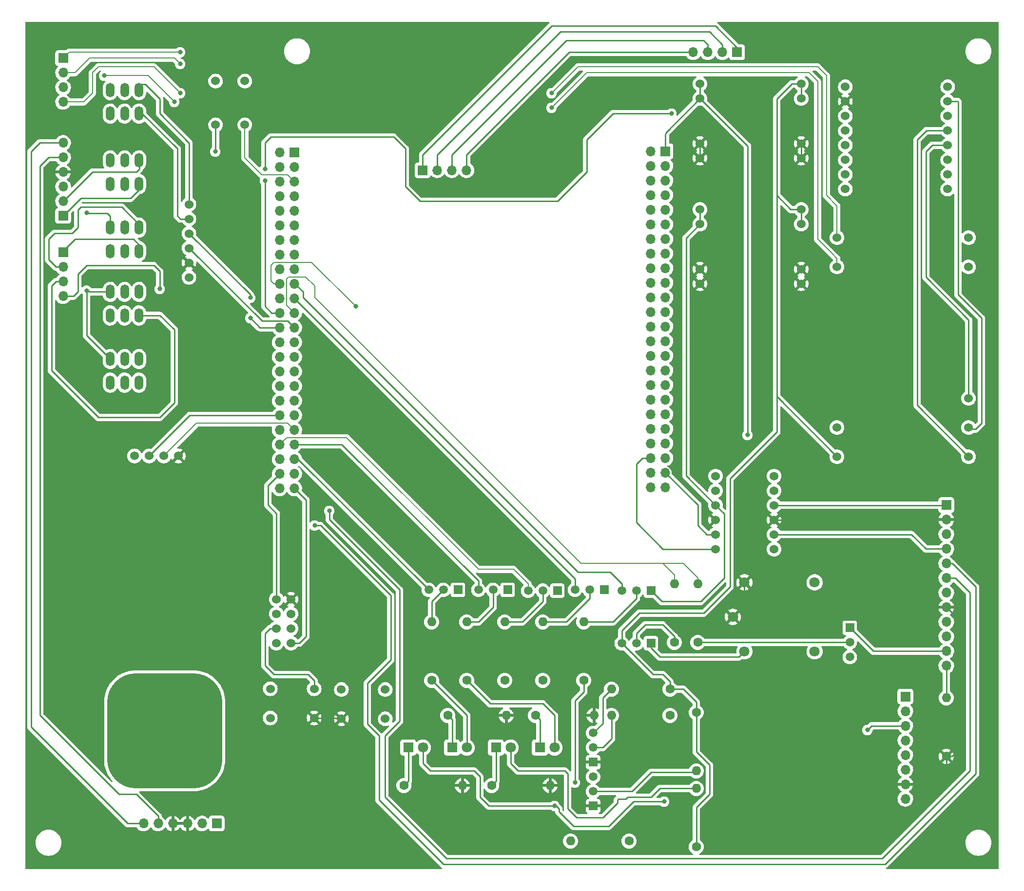
<source format=gbr>
%TF.GenerationSoftware,KiCad,Pcbnew,(6.0.5)*%
%TF.CreationDate,2022-10-04T16:53:01+09:00*%
%TF.ProjectId,DASHBOARD,44415348-424f-4415-9244-2e6b69636164,rev?*%
%TF.SameCoordinates,Original*%
%TF.FileFunction,Copper,L1,Top*%
%TF.FilePolarity,Positive*%
%FSLAX46Y46*%
G04 Gerber Fmt 4.6, Leading zero omitted, Abs format (unit mm)*
G04 Created by KiCad (PCBNEW (6.0.5)) date 2022-10-04 16:53:01*
%MOMM*%
%LPD*%
G01*
G04 APERTURE LIST*
G04 Aperture macros list*
%AMRoundRect*
0 Rectangle with rounded corners*
0 $1 Rounding radius*
0 $2 $3 $4 $5 $6 $7 $8 $9 X,Y pos of 4 corners*
0 Add a 4 corners polygon primitive as box body*
4,1,4,$2,$3,$4,$5,$6,$7,$8,$9,$2,$3,0*
0 Add four circle primitives for the rounded corners*
1,1,$1+$1,$2,$3*
1,1,$1+$1,$4,$5*
1,1,$1+$1,$6,$7*
1,1,$1+$1,$8,$9*
0 Add four rect primitives between the rounded corners*
20,1,$1+$1,$2,$3,$4,$5,0*
20,1,$1+$1,$4,$5,$6,$7,0*
20,1,$1+$1,$6,$7,$8,$9,0*
20,1,$1+$1,$8,$9,$2,$3,0*%
G04 Aperture macros list end*
%TA.AperFunction,ComponentPad*%
%ADD10C,1.600000*%
%TD*%
%TA.AperFunction,ComponentPad*%
%ADD11O,1.600000X1.600000*%
%TD*%
%TA.AperFunction,ComponentPad*%
%ADD12R,1.500000X1.500000*%
%TD*%
%TA.AperFunction,ComponentPad*%
%ADD13C,1.500000*%
%TD*%
%TA.AperFunction,ComponentPad*%
%ADD14R,1.800000X1.800000*%
%TD*%
%TA.AperFunction,ComponentPad*%
%ADD15C,1.800000*%
%TD*%
%TA.AperFunction,ComponentPad*%
%ADD16R,1.700000X1.700000*%
%TD*%
%TA.AperFunction,ComponentPad*%
%ADD17O,1.700000X1.700000*%
%TD*%
%TA.AperFunction,ComponentPad*%
%ADD18C,1.524000*%
%TD*%
%TA.AperFunction,ComponentPad*%
%ADD19O,1.500000X2.500000*%
%TD*%
%TA.AperFunction,SMDPad,CuDef*%
%ADD20RoundRect,5.000000X5.000000X5.000000X-5.000000X5.000000X-5.000000X-5.000000X5.000000X-5.000000X0*%
%TD*%
%TA.AperFunction,ViaPad*%
%ADD21C,0.800000*%
%TD*%
%TA.AperFunction,Conductor*%
%ADD22C,0.250000*%
%TD*%
%TA.AperFunction,Conductor*%
%ADD23C,0.200000*%
%TD*%
G04 APERTURE END LIST*
D10*
%TO.P,R16,1*%
%TO.N,LV*%
X200919000Y-181565500D03*
D11*
%TO.P,R16,2*%
%TO.N,Net-(D1-Pad2)*%
X190759000Y-181565500D03*
%TD*%
D12*
%TO.P,Q7,1,E*%
%TO.N,Net-(K1-Pad2)*%
X197612000Y-173585500D03*
D13*
%TO.P,Q7,2,B*%
%TO.N,Net-(Q7-Pad2)*%
X195072000Y-173585500D03*
%TO.P,Q7,3,C*%
%TO.N,LV*%
X192532000Y-173585500D03*
%TD*%
D14*
%TO.P,D1,1,K*%
%TO.N,Net-(D1-Pad1)*%
X178308000Y-191725500D03*
D15*
%TO.P,D1,2,A*%
%TO.N,Net-(D1-Pad2)*%
X180848000Y-191725500D03*
%TD*%
D16*
%TO.P,J5,1,Pin_1*%
%TO.N,IMD_SIG*%
X241808000Y-182850500D03*
D17*
%TO.P,J5,2,Pin_2*%
%TO.N,BMS_SIG*%
X241808000Y-185390500D03*
%TO.P,J5,3,Pin_3*%
%TO.N,BSPD_SIG*%
X241808000Y-187930500D03*
%TO.P,J5,4,Pin_4*%
%TO.N,BRAKE_DIN*%
X241808000Y-190470500D03*
%TO.P,J5,5,Pin_5*%
%TO.N,HV_ACTIVE*%
X241808000Y-193010500D03*
%TO.P,J5,6,Pin_6*%
%TO.N,LV*%
X241808000Y-195550500D03*
%TO.P,J5,7,Pin_7*%
%TO.N,GND*%
X241808000Y-198090500D03*
%TO.P,J5,8,Pin_8*%
%TO.N,unconnected-(J5-Pad8)*%
X241808000Y-200630500D03*
%TD*%
D18*
%TO.P,U6,1,HV1*%
%TO.N,unconnected-(U6-Pad1)*%
X219005400Y-144526200D03*
%TO.P,U6,2,HV2*%
%TO.N,unconnected-(U6-Pad2)*%
X219005400Y-147066200D03*
%TO.P,U6,3,HV*%
%TO.N,5V*%
X219005400Y-149606200D03*
%TO.P,U6,4,GND*%
%TO.N,GND*%
X219005400Y-152146200D03*
%TO.P,U6,5,HV3*%
%TO.N,SDA*%
X219005400Y-154686200D03*
%TO.P,U6,6,HV4*%
%TO.N,SCL*%
X219005400Y-157226200D03*
%TO.P,U6,7,LV1*%
%TO.N,unconnected-(U6-Pad7)*%
X208845400Y-144526200D03*
%TO.P,U6,8,LV2*%
%TO.N,unconnected-(U6-Pad8)*%
X208845400Y-147066200D03*
%TO.P,U6,9,LV*%
%TO.N,3V3*%
X208845400Y-149606200D03*
%TO.P,U6,10,GND*%
%TO.N,GND*%
X208845400Y-152146200D03*
%TO.P,U6,11,LV3*%
%TO.N,I2C2_SDA*%
X208845400Y-154686200D03*
%TO.P,U6,12,LV4*%
%TO.N,I2C2_SCL*%
X208845400Y-157226200D03*
%TD*%
D10*
%TO.P,R3,1*%
%TO.N,Net-(Q7-Pad2)*%
X201676000Y-173437500D03*
D11*
%TO.P,R3,2*%
%TO.N,RTD_ACTIVE_Pin*%
X201676000Y-163277500D03*
%TD*%
D10*
%TO.P,R15,1*%
%TO.N,LV*%
X205491000Y-185629500D03*
D11*
%TO.P,R15,2*%
%TO.N,BSPD_SIG*%
X205491000Y-195789500D03*
%TD*%
D12*
%TO.P,Q9,1,E*%
%TO.N,GND*%
X187563000Y-194265500D03*
D13*
%TO.P,Q9,2,B*%
%TO.N,Net-(Q9-Pad2)*%
X187563000Y-191725500D03*
%TO.P,Q9,3,C*%
%TO.N,Net-(D1-Pad2)*%
X187563000Y-189185500D03*
%TD*%
D19*
%TO.P,SW7,1,1*%
%TO.N,Net-(SW4-Pad1)*%
X103672000Y-77381000D03*
%TO.P,SW7,2*%
%TO.N,N/C*%
X106172000Y-77381000D03*
%TO.P,SW7,3,3*%
%TO.N,CAN_L_ECU*%
X108672000Y-77381000D03*
%TO.P,SW7,4,4*%
%TO.N,Net-(SW4-Pad4)*%
X103672000Y-81481000D03*
%TO.P,SW7,5*%
%TO.N,N/C*%
X106172000Y-81481000D03*
%TO.P,SW7,6,6*%
%TO.N,CAN_H_ECU*%
X108672000Y-81481000D03*
%TD*%
D12*
%TO.P,Q8,1,E*%
%TO.N,GND*%
X187563000Y-201885500D03*
D13*
%TO.P,Q8,2,B*%
%TO.N,BSPD_SIG*%
X187563000Y-199345500D03*
%TO.P,Q8,3,C*%
%TO.N,Net-(D3-Pad2)*%
X187563000Y-196805500D03*
%TD*%
D12*
%TO.P,Q6,1,E*%
%TO.N,3V3*%
X189484000Y-164293500D03*
D13*
%TO.P,Q6,2,B*%
%TO.N,Net-(Q6-Pad2)*%
X186944000Y-164293500D03*
%TO.P,Q6,3,C*%
%TO.N,BRAKE_Pin*%
X184404000Y-164293500D03*
%TD*%
D10*
%TO.P,R7,1*%
%TO.N,Net-(D4-Pad1)*%
X154691000Y-198329500D03*
D11*
%TO.P,R7,2*%
%TO.N,GND*%
X164851000Y-198329500D03*
%TD*%
D12*
%TO.P,Q5,1,E*%
%TO.N,3V3*%
X197612000Y-164441500D03*
D13*
%TO.P,Q5,2,B*%
%TO.N,Net-(Q5-Pad2)*%
X195072000Y-164441500D03*
%TO.P,Q5,3,C*%
%TO.N,HV_ACTIVE_Pin*%
X192532000Y-164441500D03*
%TD*%
D10*
%TO.P,R14,1*%
%TO.N,LV*%
X193807000Y-207981500D03*
D11*
%TO.P,R14,2*%
%TO.N,Net-(D3-Pad2)*%
X183647000Y-207981500D03*
%TD*%
D12*
%TO.P,Q1,1,E*%
%TO.N,3V3*%
X172720000Y-164293500D03*
D13*
%TO.P,Q1,2,B*%
%TO.N,Net-(Q1-Pad2)*%
X170180000Y-164293500D03*
%TO.P,Q1,3,C*%
%TO.N,IMD_Pin*%
X167640000Y-164293500D03*
%TD*%
D14*
%TO.P,D2,1,K*%
%TO.N,Net-(D2-Pad1)*%
X170688000Y-191725500D03*
D15*
%TO.P,D2,2,A*%
%TO.N,BMS_SIG*%
X173228000Y-191725500D03*
%TD*%
D20*
%TO.P,AE1,1,A*%
%TO.N,Net-(AE1-Pad1)*%
X113142500Y-188806300D03*
X113142500Y-188806300D03*
%TD*%
D18*
%TO.P,U4,1,IN*%
%TO.N,LV*%
X223727300Y-76313600D03*
X223727300Y-78853600D03*
%TO.P,U4,2,GND*%
%TO.N,GND*%
X223727300Y-86673600D03*
X223727300Y-89213600D03*
%TO.P,U4,3,OUT*%
%TO.N,5V*%
X206127300Y-76313600D03*
X206127300Y-78853600D03*
%TO.P,U4,4,GND*%
%TO.N,GND*%
X206127300Y-86673600D03*
X206127300Y-89213600D03*
%TD*%
%TO.P,U3,1,3V3*%
%TO.N,3V3*%
X117361300Y-109945800D03*
%TO.P,U3,2,GND*%
%TO.N,GND*%
X117361300Y-107405800D03*
%TO.P,U3,3,CTX*%
%TO.N,CAN1_TX*%
X117361300Y-104865800D03*
%TO.P,U3,4,CRX*%
%TO.N,CAN1_RX*%
X117361300Y-102325800D03*
%TO.P,U3,5,CANH*%
%TO.N,CAN_H_ECU*%
X117361300Y-99785800D03*
%TO.P,U3,6,CANL*%
%TO.N,CAN_L_ECU*%
X117361300Y-97245800D03*
%TD*%
D10*
%TO.P,R10,1*%
%TO.N,Net-(D3-Pad2)*%
X159512000Y-180041500D03*
D11*
%TO.P,R10,2*%
%TO.N,Net-(Q4-Pad2)*%
X159512000Y-169881500D03*
%TD*%
D15*
%TO.P,K1,1*%
%TO.N,FORWARD_ENABLE*%
X226048000Y-174995500D03*
%TO.P,K1,2*%
%TO.N,Net-(K1-Pad2)*%
X213848000Y-174995500D03*
%TO.P,K1,6*%
%TO.N,GND*%
X213848000Y-162995500D03*
%TO.P,K1,7*%
X211848000Y-168995500D03*
%TO.P,K1,14*%
%TO.N,unconnected-(K1-Pad14)*%
X226048000Y-162995500D03*
%TD*%
D10*
%TO.P,R4,1*%
%TO.N,Net-(D1-Pad1)*%
X177551000Y-186137500D03*
D11*
%TO.P,R4,2*%
%TO.N,GND*%
X187711000Y-186137500D03*
%TD*%
D10*
%TO.P,R12,1*%
%TO.N,BRAKE_DIN*%
X178816000Y-180041500D03*
D11*
%TO.P,R12,2*%
%TO.N,Net-(Q6-Pad2)*%
X178816000Y-169881500D03*
%TD*%
D10*
%TO.P,R11,1*%
%TO.N,HV_ACTIVE*%
X185928000Y-180041500D03*
D11*
%TO.P,R11,2*%
%TO.N,Net-(Q5-Pad2)*%
X185928000Y-169881500D03*
%TD*%
D18*
%TO.P,SW3,*%
%TO.N,*%
X121989600Y-75819200D03*
X127069600Y-75819200D03*
%TO.P,SW3,1,A*%
%TO.N,BOOT0*%
X127069600Y-83439200D03*
%TO.P,SW3,2,B*%
%TO.N,3V3*%
X121989600Y-83439200D03*
%TD*%
D19*
%TO.P,SW6,1,1*%
%TO.N,Net-(SW4-Pad1)*%
X103672000Y-112477500D03*
%TO.P,SW6,2*%
%TO.N,N/C*%
X106172000Y-112477500D03*
%TO.P,SW6,3,3*%
%TO.N,CAN_L_LOGGER*%
X108672000Y-112477500D03*
%TO.P,SW6,4,4*%
%TO.N,Net-(SW4-Pad4)*%
X103672000Y-116577500D03*
%TO.P,SW6,5*%
%TO.N,N/C*%
X106172000Y-116577500D03*
%TO.P,SW6,6,6*%
%TO.N,CAN_H_LOGGER*%
X108672000Y-116577500D03*
%TD*%
D14*
%TO.P,D4,1,K*%
%TO.N,Net-(D4-Pad1)*%
X155448000Y-191725500D03*
D15*
%TO.P,D4,2,A*%
%TO.N,HV_ACTIVE*%
X157988000Y-191725500D03*
%TD*%
D12*
%TO.P,Q3,1,E*%
%TO.N,3V3*%
X181356000Y-164441500D03*
D13*
%TO.P,Q3,2,B*%
%TO.N,Net-(Q3-Pad2)*%
X178816000Y-164441500D03*
%TO.P,Q3,3,C*%
%TO.N,BMS_Pin*%
X176276000Y-164441500D03*
%TD*%
D16*
%TO.P,J4,1,Pin_1*%
%TO.N,Net-(J4-Pad1)*%
X212588000Y-70821500D03*
D17*
%TO.P,J4,2,Pin_2*%
%TO.N,Net-(J4-Pad2)*%
X210048000Y-70821500D03*
%TO.P,J4,3,Pin_3*%
%TO.N,Net-(J4-Pad3)*%
X207508000Y-70821500D03*
%TO.P,J4,4,Pin_4*%
%TO.N,Net-(J4-Pad4)*%
X204968000Y-70821500D03*
%TD*%
D18*
%TO.P,SW1,*%
%TO.N,*%
X131489700Y-186575900D03*
X131489700Y-181495900D03*
%TO.P,SW1,1,A*%
%TO.N,Net-(SW1-Pad1)*%
X139109700Y-181495900D03*
%TO.P,SW1,2,B*%
%TO.N,GND*%
X139109700Y-186575900D03*
%TD*%
%TO.P,SW2,*%
%TO.N,*%
X151466300Y-186715100D03*
X151466300Y-181635100D03*
%TO.P,SW2,1,A*%
%TO.N,GND*%
X143846300Y-186715100D03*
%TO.P,SW2,2,B*%
%TO.N,Net-(SW2-Pad2)*%
X143846300Y-181635100D03*
%TD*%
D10*
%TO.P,R6,1*%
%TO.N,Net-(D3-Pad1)*%
X162311000Y-186137500D03*
D11*
%TO.P,R6,2*%
%TO.N,GND*%
X172471000Y-186137500D03*
%TD*%
D10*
%TO.P,R8,1*%
%TO.N,Net-(D1-Pad2)*%
X165608000Y-180041500D03*
D11*
%TO.P,R8,2*%
%TO.N,Net-(Q1-Pad2)*%
X165608000Y-169881500D03*
%TD*%
D10*
%TO.P,R5,1*%
%TO.N,Net-(D2-Pad1)*%
X169931000Y-198329500D03*
D11*
%TO.P,R5,2*%
%TO.N,GND*%
X180091000Y-198329500D03*
%TD*%
D19*
%TO.P,SW4,1,1*%
%TO.N,Net-(SW4-Pad1)*%
X103672000Y-101301500D03*
%TO.P,SW4,2*%
%TO.N,N/C*%
X106172000Y-101301500D03*
%TO.P,SW4,3,3*%
%TO.N,CAN_L_BMS*%
X108672000Y-101301500D03*
%TO.P,SW4,4,4*%
%TO.N,Net-(SW4-Pad4)*%
X103672000Y-105401500D03*
%TO.P,SW4,5*%
%TO.N,N/C*%
X106172000Y-105401500D03*
%TO.P,SW4,6,6*%
%TO.N,CAN_H_BMS*%
X108672000Y-105401500D03*
%TD*%
D18*
%TO.P,U8,1,VCC*%
%TO.N,3V3*%
X107907200Y-141012900D03*
%TO.P,U8,2,RX*%
%TO.N,GPS_RX*%
X110447200Y-141012900D03*
%TO.P,U8,3,TX*%
%TO.N,GPS_TX*%
X112987200Y-141012900D03*
%TO.P,U8,4,GND*%
%TO.N,GND*%
X115527200Y-141012900D03*
%TD*%
D14*
%TO.P,D3,1,K*%
%TO.N,Net-(D3-Pad1)*%
X163068000Y-191725500D03*
D15*
%TO.P,D3,2,A*%
%TO.N,Net-(D3-Pad2)*%
X165608000Y-191725500D03*
%TD*%
D18*
%TO.P,U5,1,IN*%
%TO.N,LV*%
X223727300Y-100697600D03*
X223727300Y-98157600D03*
%TO.P,U5,2,GND*%
%TO.N,GND*%
X223727300Y-108517600D03*
X223727300Y-111057600D03*
%TO.P,U5,3,OUT*%
%TO.N,3V3*%
X206127300Y-100697600D03*
X206127300Y-98157600D03*
%TO.P,U5,4,GND*%
%TO.N,GND*%
X206127300Y-111057600D03*
X206127300Y-108517600D03*
%TD*%
D17*
%TO.P,U1,*%
%TO.N,*%
X197599000Y-90578500D03*
X197599000Y-88038500D03*
X200139000Y-90578500D03*
D16*
%TO.P,U1,1,PE2*%
%TO.N,unconnected-(U1-Pad1)*%
X135649000Y-88238500D03*
D17*
%TO.P,U1,2,PE3*%
%TO.N,unconnected-(U1-Pad2)*%
X133109000Y-88238500D03*
%TO.P,U1,3,PE4*%
%TO.N,unconnected-(U1-Pad3)*%
X135649000Y-90778500D03*
%TO.P,U1,4,PE5*%
%TO.N,unconnected-(U1-Pad4)*%
X133109000Y-90778500D03*
%TO.P,U1,5,PE6*%
%TO.N,unconnected-(U1-Pad5)*%
X200139000Y-93118500D03*
%TO.P,U1,6,VBAT*%
%TO.N,N/C*%
X133109000Y-93318500D03*
X197599000Y-93118500D03*
%TO.P,U1,7,PC13*%
X135649000Y-95858500D03*
X200139000Y-95658500D03*
%TO.P,U1,8,PC14*%
X133109000Y-95858500D03*
X197599000Y-95658500D03*
%TO.P,U1,9,PC15*%
%TO.N,unconnected-(U1-Pad9)*%
X200139000Y-98198500D03*
X135649000Y-98398500D03*
%TO.P,U1,10*%
%TO.N,N/C*%
X133109000Y-98398500D03*
X197599000Y-98198500D03*
%TO.P,U1,11,VDD*%
%TO.N,unconnected-(U1-Pad11)*%
X200139000Y-100738500D03*
X135649000Y-100938500D03*
%TO.P,U1,12,PH0*%
%TO.N,N/C*%
X133109000Y-100938500D03*
X197599000Y-100738500D03*
%TO.P,U1,13,PH1*%
%TO.N,unconnected-(U1-Pad13)*%
X200139000Y-103278500D03*
X135649000Y-103478500D03*
%TO.P,U1,14,NRST*%
%TO.N,unconnected-(U1-Pad14)*%
X197599000Y-103278500D03*
X133109000Y-103478500D03*
%TO.P,U1,15,PC0*%
%TO.N,unconnected-(U1-Pad15)*%
X200139000Y-105818500D03*
%TO.P,U1,16,PC1*%
%TO.N,unconnected-(U1-Pad16)*%
X197599000Y-105818500D03*
%TO.P,U1,17,PC2*%
%TO.N,unconnected-(U1-Pad17)*%
X200139000Y-108358500D03*
X135649000Y-108558500D03*
%TO.P,U1,18,PC3*%
%TO.N,unconnected-(U1-Pad18)*%
X197599000Y-108358500D03*
X133109000Y-108558500D03*
%TO.P,U1,19,VDD*%
%TO.N,unconnected-(U1-Pad19)*%
X200139000Y-110898500D03*
%TO.P,U1,20,VSSA*%
%TO.N,unconnected-(U1-Pad20)*%
X197599000Y-110898500D03*
%TO.P,U1,21,VREF+*%
%TO.N,unconnected-(U1-Pad21)*%
X200139000Y-113438500D03*
%TO.P,U1,22,VDDA*%
%TO.N,unconnected-(U1-Pad22)*%
X197599000Y-113438500D03*
%TO.P,U1,23,PA0*%
%TO.N,unconnected-(U1-Pad23)*%
X200139000Y-115978500D03*
%TO.P,U1,24,PA1*%
%TO.N,unconnected-(U1-Pad24)*%
X197599000Y-115978500D03*
%TO.P,U1,25,PA2*%
%TO.N,unconnected-(U1-Pad25)*%
X200139000Y-118518500D03*
%TO.P,U1,26,PA3*%
%TO.N,unconnected-(U1-Pad26)*%
X197599000Y-118518500D03*
%TO.P,U1,27*%
%TO.N,N/C*%
X200139000Y-121058500D03*
X135649000Y-121258500D03*
%TO.P,U1,28,VDD*%
%TO.N,unconnected-(U1-Pad28)*%
X197599000Y-121058500D03*
X133109000Y-121258500D03*
%TO.P,U1,29,PA4*%
%TO.N,unconnected-(U1-Pad29)*%
X135649000Y-123798500D03*
%TO.P,U1,30,PA5*%
%TO.N,unconnected-(U1-Pad30)*%
X133109000Y-123798500D03*
%TO.P,U1,31,PA6*%
%TO.N,N/C*%
X200139000Y-123598500D03*
X135649000Y-126338500D03*
X200139000Y-126138500D03*
%TO.P,U1,32,PA7*%
%TO.N,unconnected-(U1-Pad32)*%
X197599000Y-126138500D03*
X197599000Y-123598500D03*
X133109000Y-126338500D03*
%TO.P,U1,33,PC4*%
%TO.N,unconnected-(U1-Pad33)*%
X200139000Y-128678500D03*
%TO.P,U1,34,PC5*%
%TO.N,unconnected-(U1-Pad34)*%
X197599000Y-128678500D03*
X133109000Y-128878500D03*
%TO.P,U1,35,PB0*%
%TO.N,N/C*%
X135649000Y-131418500D03*
X200139000Y-131218500D03*
%TO.P,U1,36,PB1*%
%TO.N,unconnected-(U1-Pad36)*%
X197599000Y-131218500D03*
%TO.P,U1,37,PB2*%
%TO.N,unconnected-(U1-Pad37)*%
X200139000Y-133758500D03*
X135649000Y-133958500D03*
%TO.P,U1,38,PE7*%
%TO.N,unconnected-(U1-Pad38)*%
X197599000Y-133758500D03*
%TO.P,U1,39,PE8*%
%TO.N,unconnected-(U1-Pad39)*%
X200139000Y-136298500D03*
%TO.P,U1,40,PE9*%
%TO.N,unconnected-(U1-Pad40)*%
X197599000Y-136298500D03*
X133109000Y-136498500D03*
%TO.P,U1,41,PE10*%
%TO.N,unconnected-(U1-Pad41)*%
X200139000Y-138838500D03*
%TO.P,U1,42,PE11*%
%TO.N,unconnected-(U1-Pad42)*%
X197599000Y-138838500D03*
%TO.P,U1,43,PE12*%
%TO.N,unconnected-(U1-Pad43)*%
X200139000Y-141378500D03*
%TO.P,U1,45,PE14*%
%TO.N,unconnected-(U1-Pad45)*%
X135649000Y-144118500D03*
%TO.P,U1,47,PB10*%
%TO.N,I2C2_SCL*%
X197599000Y-141378500D03*
%TO.P,U1,48,PB11*%
%TO.N,N/C*%
X133109000Y-146658500D03*
X200139000Y-143918500D03*
%TO.P,U1,51,PB12*%
%TO.N,unconnected-(U1-Pad51)*%
X197599000Y-143918500D03*
%TO.P,U1,52,PB13*%
%TO.N,unconnected-(U1-Pad52)*%
X200139000Y-146458500D03*
%TO.P,U1,55,PD8*%
%TO.N,ESP_RX*%
X135649000Y-146658500D03*
%TO.P,U1,56,PD9*%
%TO.N,ESP_TX*%
X133109000Y-144118500D03*
%TO.P,U1,58,PD11*%
%TO.N,unconnected-(U1-Pad58)*%
X133109000Y-141578500D03*
%TO.P,U1,59,PD12*%
%TO.N,BSPD_Pin*%
X135649000Y-141578500D03*
%TO.P,U1,60,PD13*%
%TO.N,BMS_Pin*%
X133109000Y-139038500D03*
%TO.P,U1,61,PD14*%
%TO.N,IMD_Pin*%
X135649000Y-139038500D03*
%TO.P,U1,63,PC6*%
%TO.N,GPS_TX*%
X135649000Y-136498500D03*
%TO.P,U1,64,PC7*%
%TO.N,GPS_RX*%
X133109000Y-133958500D03*
%TO.P,U1,68,PA9*%
%TO.N,N/C*%
X133109000Y-131418500D03*
%TO.P,U1,69,PA10*%
%TO.N,RX*%
X135649000Y-128878500D03*
%TO.P,U1,77,PA15*%
%TO.N,unconnected-(U1-Pad77)*%
X197599000Y-146458500D03*
%TO.P,U1,81,PD0*%
%TO.N,CAN1_RX*%
X133109000Y-118718500D03*
%TO.P,U1,82,PD1*%
%TO.N,CAN1_TX*%
X135649000Y-118718500D03*
%TO.P,U1,83,PD2*%
%TO.N,RTDS*%
X133109000Y-116178500D03*
%TO.P,U1,84,PD3*%
%TO.N,RTD_ACTIVE_Pin*%
X135649000Y-116178500D03*
%TO.P,U1,85,PD4*%
%TO.N,APPS_Pin*%
X133109000Y-113638500D03*
%TO.P,U1,86,PD5*%
%TO.N,BRAKE_Pin*%
X135649000Y-113638500D03*
%TO.P,U1,87,PD6*%
%TO.N,RTD_BUTTON-*%
X133109000Y-111098500D03*
%TO.P,U1,88,PD7*%
%TO.N,HV_ACTIVE_Pin*%
X135649000Y-111098500D03*
%TO.P,U1,92,PB6*%
%TO.N,I2C1_SCL(ACCELERATION)*%
X133109000Y-106018500D03*
%TO.P,U1,93,PB7*%
%TO.N,I2C1_SDA(ACCELERATION)*%
X135649000Y-106018500D03*
%TO.P,U1,94,BOOT0*%
%TO.N,BOOT0*%
X135649000Y-93318500D03*
D16*
%TO.P,U1,100,VDD*%
%TO.N,5V*%
X200139000Y-88038500D03*
%TO.P,U1,110,USART1(5V)*%
%TO.N,Net-(J4-Pad1)*%
X157949000Y-91328500D03*
D17*
%TO.P,U1,111,USART1(GND)*%
%TO.N,Net-(J4-Pad2)*%
X160489000Y-91328500D03*
%TO.P,U1,112,USART1(RX1)*%
%TO.N,Net-(J4-Pad3)*%
X163029000Y-91328500D03*
%TO.P,U1,113,USART1(TX1)*%
%TO.N,Net-(J4-Pad4)*%
X165569000Y-91328500D03*
%TD*%
D18*
%TO.P,U7,1,VCC*%
%TO.N,3V3*%
X249167900Y-94596900D03*
%TO.P,U7,2,RX*%
%TO.N,unconnected-(U7-Pad2)*%
X249167900Y-92056900D03*
%TO.P,U7,3,TX*%
%TO.N,unconnected-(U7-Pad3)*%
X249167900Y-89516900D03*
%TO.P,U7,4,DAC_R*%
%TO.N,Net-(U7-Pad4)*%
X249167900Y-86976900D03*
%TO.P,U7,5,DAC_L*%
%TO.N,Net-(U7-Pad5)*%
X249167900Y-84436900D03*
%TO.P,U7,6,SPK_1*%
%TO.N,unconnected-(U7-Pad6)*%
X249167900Y-81896900D03*
%TO.P,U7,7,GND_1*%
%TO.N,Net-(U7-Pad7)*%
X249167900Y-79356900D03*
%TO.P,U7,8,SPK_2*%
%TO.N,unconnected-(U7-Pad8)*%
X249167900Y-76816900D03*
%TO.P,U7,9,IO_1*%
%TO.N,unconnected-(U7-Pad9)*%
X231387900Y-76816900D03*
%TO.P,U7,10,GND_2*%
%TO.N,GND*%
X231387900Y-79356900D03*
%TO.P,U7,11,IO_2*%
%TO.N,RTDS*%
X231387900Y-81896900D03*
%TO.P,U7,12,ADKEY_1*%
%TO.N,unconnected-(U7-Pad12)*%
X231387900Y-84436900D03*
%TO.P,U7,13,ADKEY_2*%
%TO.N,unconnected-(U7-Pad13)*%
X231387900Y-86976900D03*
%TO.P,U7,14,USB+*%
%TO.N,unconnected-(U7-Pad14)*%
X231387900Y-89516900D03*
%TO.P,U7,15,USB-*%
%TO.N,unconnected-(U7-Pad15)*%
X231387900Y-92056900D03*
%TO.P,U7,16,BUSY*%
%TO.N,unconnected-(U7-Pad16)*%
X231387900Y-94596900D03*
%TD*%
%TO.P,U9,1,VIN*%
%TO.N,LV*%
X229927400Y-141148000D03*
%TO.P,U9,2,GND*%
%TO.N,Net-(U7-Pad7)*%
X229927400Y-136068000D03*
%TO.P,U9,3,LOUT+*%
%TO.N,SPK_LOUT+*%
X229927400Y-108128000D03*
%TO.P,U9,4,LOUT-*%
%TO.N,SPK_LOUT-*%
X229927400Y-103048000D03*
%TO.P,U9,5,ROUT-*%
%TO.N,SPK_ROUT-*%
X252787400Y-103048000D03*
%TO.P,U9,6,ROUT+*%
%TO.N,SPK_ROUT+*%
X252787400Y-108128000D03*
%TO.P,U9,7,RIN*%
%TO.N,Net-(U7-Pad4)*%
X252787400Y-130988000D03*
%TO.P,U9,8,GND*%
%TO.N,Net-(U7-Pad7)*%
X252787400Y-136068000D03*
%TO.P,U9,9,LIN*%
%TO.N,Net-(U7-Pad5)*%
X252787400Y-141148000D03*
%TD*%
D10*
%TO.P,R17,1*%
%TO.N,IMD_SIG*%
X200919000Y-186137500D03*
D11*
%TO.P,R17,2*%
%TO.N,Net-(Q9-Pad2)*%
X190759000Y-186137500D03*
%TD*%
D16*
%TO.P,J7,1,Pin_1*%
%TO.N,5V*%
X248920000Y-149561500D03*
D17*
%TO.P,J7,2,Pin_2*%
%TO.N,GND*%
X248920000Y-152101500D03*
%TO.P,J7,3,Pin_3*%
%TO.N,SCL*%
X248920000Y-154641500D03*
%TO.P,J7,4,Pin_4*%
%TO.N,SDA*%
X248920000Y-157181500D03*
%TO.P,J7,5,Pin_5*%
%TO.N,I2C1_SCL(ACCELERATION)*%
X248920000Y-159721500D03*
%TO.P,J7,6,Pin_6*%
%TO.N,I2C1_SDA(ACCELERATION)*%
X248920000Y-162261500D03*
%TO.P,J7,7,Pin_7*%
%TO.N,3V3*%
X248920000Y-164801500D03*
%TO.P,J7,8,Pin_8*%
%TO.N,GND*%
X248920000Y-167341500D03*
%TO.P,J7,9,Pin_9*%
%TO.N,3V3*%
X248920000Y-169881500D03*
%TO.P,J7,10,Pin_10*%
%TO.N,RTD_BUTTON-*%
X248920000Y-172421500D03*
%TO.P,J7,11,Pin_11*%
%TO.N,RTD_LED+*%
X248920000Y-174961500D03*
%TO.P,J7,12,Pin_12*%
%TO.N,RTD_OUT-*%
X248920000Y-177501500D03*
%TD*%
D10*
%TO.P,R9,1*%
%TO.N,BMS_SIG*%
X172212000Y-180041500D03*
D11*
%TO.P,R9,2*%
%TO.N,Net-(Q3-Pad2)*%
X172212000Y-169881500D03*
%TD*%
D10*
%TO.P,R1,1*%
%TO.N,Net-(Q2-Pad2)*%
X205740000Y-173437500D03*
D11*
%TO.P,R1,2*%
%TO.N,RTD_ACTIVE_Pin*%
X205740000Y-163277500D03*
%TD*%
D18*
%TO.P,U2,1,TX*%
%TO.N,ESP_TX*%
X132545600Y-165941500D03*
%TO.P,U2,2,GND*%
%TO.N,GND*%
X135085600Y-165941500D03*
%TO.P,U2,3,EN*%
%TO.N,3V3_1*%
X132545600Y-168481500D03*
%TO.P,U2,4,GPIO2*%
%TO.N,unconnected-(U2-Pad4)*%
X135085600Y-168481500D03*
%TO.P,U2,5,RST*%
%TO.N,Net-(SW1-Pad1)*%
X132545600Y-171021500D03*
%TO.P,U2,6,GPIO0*%
%TO.N,Net-(SW2-Pad2)*%
X135085600Y-171021500D03*
%TO.P,U2,7,VCC*%
%TO.N,3V3*%
X132545600Y-173561500D03*
%TO.P,U2,8,RX*%
%TO.N,ESP_RX*%
X135085600Y-173561500D03*
%TD*%
D12*
%TO.P,Q2,1,E*%
%TO.N,RTD_LED+*%
X232156000Y-170897500D03*
D13*
%TO.P,Q2,2,B*%
%TO.N,Net-(Q2-Pad2)*%
X232156000Y-173437500D03*
%TO.P,Q2,3,C*%
%TO.N,3V3*%
X232156000Y-175977500D03*
%TD*%
D10*
%TO.P,R2,1*%
%TO.N,GND*%
X248920000Y-193249500D03*
D11*
%TO.P,R2,2*%
%TO.N,RTD_OUT-*%
X248920000Y-183089500D03*
%TD*%
D19*
%TO.P,SW8,1,1*%
%TO.N,Net-(SW4-Pad1)*%
X103672000Y-124161500D03*
%TO.P,SW8,2*%
%TO.N,N/C*%
X106172000Y-124161500D03*
%TO.P,SW8,3,3*%
%TO.N,CAN_L_DEBUG*%
X108672000Y-124161500D03*
%TO.P,SW8,4,4*%
%TO.N,Net-(SW4-Pad4)*%
X103672000Y-128261500D03*
%TO.P,SW8,5*%
%TO.N,N/C*%
X106172000Y-128261500D03*
%TO.P,SW8,6,6*%
%TO.N,CAN_H_DEBUG*%
X108672000Y-128261500D03*
%TD*%
D16*
%TO.P,J3,1,Pin_1*%
%TO.N,CAN_H_PM100DX*%
X95504000Y-99269500D03*
D17*
%TO.P,J3,2,Pin_2*%
%TO.N,CAN_L_PM100DX*%
X95504000Y-96729500D03*
%TO.P,J3,3,Pin_3*%
%TO.N,FORWARD_ENABLE*%
X95504000Y-94189500D03*
%TO.P,J3,4,Pin_4*%
%TO.N,GND*%
X95504000Y-91649500D03*
%TO.P,J3,5,Pin_5*%
%TO.N,UART_TX*%
X95504000Y-89109500D03*
%TO.P,J3,6,Pin_6*%
%TO.N,UART_RX*%
X95504000Y-86569500D03*
%TD*%
D16*
%TO.P,J2,1,Pin_1*%
%TO.N,SPK_ROUT+*%
X95504000Y-71837500D03*
D17*
%TO.P,J2,2,Pin_2*%
%TO.N,SPK_ROUT-*%
X95504000Y-74377500D03*
%TO.P,J2,3,Pin_3*%
%TO.N,SPK_LOUT+*%
X95504000Y-76917500D03*
%TO.P,J2,4,Pin_4*%
%TO.N,SPK_LOUT-*%
X95504000Y-79457500D03*
%TD*%
D16*
%TO.P,J6,1,Pin_1*%
%TO.N,CAN_H_BMS*%
X95504000Y-105619500D03*
D17*
%TO.P,J6,2,Pin_2*%
%TO.N,CAN_L_BMS*%
X95504000Y-108159500D03*
%TO.P,J6,3,Pin_3*%
%TO.N,CAN_H_LOGGER*%
X95504000Y-110699500D03*
%TO.P,J6,4,Pin_4*%
%TO.N,CAN_L_LOGGER*%
X95504000Y-113239500D03*
%TD*%
D19*
%TO.P,SW5,1,1*%
%TO.N,Net-(SW4-Pad1)*%
X103672000Y-89617500D03*
%TO.P,SW5,2*%
%TO.N,N/C*%
X106172000Y-89617500D03*
%TO.P,SW5,3,3*%
%TO.N,CAN_L_PM100DX*%
X108672000Y-89617500D03*
%TO.P,SW5,4,4*%
%TO.N,Net-(SW4-Pad4)*%
X103672000Y-93717500D03*
%TO.P,SW5,5*%
%TO.N,N/C*%
X106172000Y-93717500D03*
%TO.P,SW5,6,6*%
%TO.N,CAN_H_PM100DX*%
X108672000Y-93717500D03*
%TD*%
D12*
%TO.P,Q4,1,E*%
%TO.N,3V3*%
X164084000Y-164293500D03*
D13*
%TO.P,Q4,2,B*%
%TO.N,Net-(Q4-Pad2)*%
X161544000Y-164293500D03*
%TO.P,Q4,3,C*%
%TO.N,BSPD_Pin*%
X159004000Y-164293500D03*
%TD*%
D10*
%TO.P,R13,1*%
%TO.N,LV*%
X205491000Y-208997500D03*
D11*
%TO.P,R13,2*%
%TO.N,BMS_SIG*%
X205491000Y-198837500D03*
%TD*%
D16*
%TO.P,J1,1,Pin_1*%
%TO.N,CAN_H_DEBUG*%
X122174000Y-204933500D03*
D17*
%TO.P,J1,2,Pin_2*%
%TO.N,CAN_L_DEBUG*%
X119634000Y-204933500D03*
%TO.P,J1,3,Pin_3*%
%TO.N,GND*%
X117094000Y-204933500D03*
%TO.P,J1,4,Pin_4*%
X114554000Y-204933500D03*
%TO.P,J1,5,Pin_5*%
%TO.N,UART_TX*%
X112014000Y-204933500D03*
%TO.P,J1,6,Pin_6*%
%TO.N,UART_RX*%
X109474000Y-204933500D03*
%TD*%
D21*
%TO.N,GND*%
X168656000Y-196297500D03*
%TO.N,BSPD_SIG*%
X235204000Y-188677500D03*
%TO.N,HV_ACTIVE*%
X184404000Y-197821500D03*
X199898000Y-201123500D03*
X180848000Y-201885500D03*
%TO.N,3V3*%
X121920000Y-88093500D03*
%TO.N,Net-(SW4-Pad1)*%
X99568000Y-98761500D03*
X99568000Y-112268000D03*
%TO.N,CAN_L_LOGGER*%
X112268000Y-111969500D03*
%TO.N,CAN1_RX*%
X128016000Y-117049500D03*
X128016000Y-113493500D03*
%TO.N,RTDS*%
X201168000Y-81489500D03*
X130556000Y-91141500D03*
X130556000Y-93173500D03*
%TO.N,RTD_BUTTON-*%
X146304000Y-115017500D03*
%TO.N,5V*%
X214376000Y-137369500D03*
%TO.N,SPK_LOUT+*%
X180340000Y-80473500D03*
X114808000Y-79457500D03*
X102616000Y-74885500D03*
%TO.N,SPK_LOUT-*%
X115824000Y-77933500D03*
X180340000Y-77933500D03*
%TO.N,SPK_ROUT-*%
X115824000Y-72853500D03*
%TO.N,SPK_ROUT+*%
X115824000Y-70821500D03*
%TO.N,I2C1_SCL(ACCELERATION)*%
X139192000Y-153117500D03*
%TO.N,I2C1_SDA(ACCELERATION)*%
X141732000Y-150577500D03*
%TD*%
D22*
%TO.N,Net-(D1-Pad2)*%
X189235000Y-187513500D02*
X189235000Y-183089500D01*
X178816000Y-184105500D02*
X180848000Y-186137500D01*
X165608000Y-180041500D02*
X169672000Y-184105500D01*
X169672000Y-184105500D02*
X178816000Y-184105500D01*
X189235000Y-183089500D02*
X190759000Y-181565500D01*
X180848000Y-186137500D02*
X180848000Y-191725500D01*
X187563000Y-189185500D02*
X189235000Y-187513500D01*
%TO.N,Net-(Q1-Pad2)*%
X165608000Y-169881500D02*
X167640000Y-169881500D01*
X167640000Y-169881500D02*
X170180000Y-167341500D01*
X170180000Y-167341500D02*
X170180000Y-164293500D01*
%TO.N,Net-(Q7-Pad2)*%
X195072000Y-173585500D02*
X195072000Y-171913500D01*
X196596000Y-170389500D02*
X199644000Y-170389500D01*
X201676000Y-172421500D02*
X201676000Y-173437500D01*
X199644000Y-170389500D02*
X201676000Y-172421500D01*
X195072000Y-171913500D02*
X196596000Y-170389500D01*
D23*
%TO.N,RTD_ACTIVE_Pin*%
X139192000Y-111461500D02*
X139192000Y-113493500D01*
X185420000Y-159721500D02*
X199644000Y-159721500D01*
X134283511Y-114813011D02*
X134283511Y-110273989D01*
X139192000Y-113493500D02*
X185420000Y-159721500D01*
X134633511Y-109923989D02*
X137654489Y-109923989D01*
X205740000Y-162261500D02*
X205740000Y-163277500D01*
X199644000Y-159721500D02*
X203200000Y-159721500D01*
X203200000Y-159721500D02*
X205740000Y-162261500D01*
X137654489Y-109923989D02*
X139192000Y-111461500D01*
X201676000Y-161753500D02*
X201676000Y-163277500D01*
X135649000Y-116178500D02*
X134283511Y-114813011D01*
X199644000Y-159721500D02*
X201676000Y-161753500D01*
X134283511Y-110273989D02*
X134633511Y-109923989D01*
D22*
%TO.N,GND*%
X168148000Y-187661500D02*
X168148000Y-195789500D01*
X143707100Y-186575900D02*
X143846300Y-186715100D01*
X251460000Y-191725500D02*
X249936000Y-193249500D01*
X248920000Y-152101500D02*
X226657400Y-152101500D01*
X172471000Y-186137500D02*
X169672000Y-186137500D01*
X169672000Y-186137500D02*
X168148000Y-187661500D01*
X213848000Y-162995500D02*
X213848000Y-166995500D01*
X139109700Y-186575900D02*
X143707100Y-186575900D01*
X248920000Y-195281500D02*
X248920000Y-193249500D01*
X251460000Y-169881500D02*
X251460000Y-191725500D01*
X248920000Y-167341500D02*
X251460000Y-169881500D01*
X219005400Y-152146200D02*
X226612700Y-152146200D01*
X213848000Y-166995500D02*
X211848000Y-168995500D01*
X168148000Y-195789500D02*
X168656000Y-196297500D01*
X226612700Y-152146200D02*
X228644700Y-152146200D01*
X206127300Y-86673600D02*
X206127300Y-89213600D01*
X246111000Y-198090500D02*
X248920000Y-195281500D01*
X223727300Y-86673600D02*
X223727300Y-89213600D01*
X241808000Y-198090500D02*
X246111000Y-198090500D01*
X226657400Y-152101500D02*
X226612700Y-152146200D01*
X249936000Y-193249500D02*
X248920000Y-193249500D01*
%TO.N,RTD_OUT-*%
X248920000Y-177501500D02*
X248920000Y-183089500D01*
%TO.N,Net-(Q2-Pad2)*%
X205740000Y-173437500D02*
X232156000Y-173437500D01*
%TO.N,Net-(D3-Pad1)*%
X163068000Y-186894500D02*
X162311000Y-186137500D01*
X163068000Y-191725500D02*
X163068000Y-186894500D01*
%TO.N,LV*%
X192532000Y-173585500D02*
X192532000Y-171405500D01*
X197972000Y-179025500D02*
X199644000Y-179025500D01*
X219456000Y-130676600D02*
X229927400Y-141148000D01*
X205491000Y-208997500D02*
X205491000Y-202134500D01*
X207772000Y-194773500D02*
X205491000Y-192492500D01*
X200919000Y-180300500D02*
X200919000Y-181565500D01*
X223727300Y-76313600D02*
X223727300Y-78853600D01*
X207772000Y-199853500D02*
X207772000Y-194773500D01*
X195580000Y-168357500D02*
X206756000Y-168357500D01*
X219456000Y-95713500D02*
X219456000Y-130676600D01*
X192532000Y-173585500D02*
X197972000Y-179025500D01*
X206756000Y-168357500D02*
X211328000Y-163785500D01*
X200919000Y-181565500D02*
X203200000Y-181565500D01*
X219456000Y-95713500D02*
X221900100Y-98157600D01*
X211328000Y-163785500D02*
X211328000Y-144989500D01*
X222091900Y-76313600D02*
X223727300Y-76313600D01*
X199644000Y-179025500D02*
X200919000Y-180300500D01*
X219456000Y-136861500D02*
X219456000Y-130676600D01*
X205491000Y-202134500D02*
X207772000Y-199853500D01*
X221900100Y-98157600D02*
X223727300Y-98157600D01*
X219456000Y-78949500D02*
X222091900Y-76313600D01*
X223727300Y-98157600D02*
X223727300Y-100697600D01*
X203200000Y-181565500D02*
X205491000Y-183856500D01*
X205491000Y-183856500D02*
X205491000Y-185629500D01*
X219456000Y-95713500D02*
X219456000Y-78949500D01*
X192532000Y-171405500D02*
X195580000Y-168357500D01*
X205491000Y-192492500D02*
X205491000Y-185629500D01*
X211328000Y-144989500D02*
X219456000Y-136861500D01*
%TO.N,BSPD_SIG*%
X197617000Y-196043500D02*
X200411000Y-196043500D01*
X205237000Y-196043500D02*
X205491000Y-195789500D01*
X200411000Y-196043500D02*
X205237000Y-196043500D01*
X194315000Y-199345500D02*
X197617000Y-196043500D01*
X187563000Y-199345500D02*
X194315000Y-199345500D01*
X235204000Y-188677500D02*
X235951000Y-187930500D01*
X235951000Y-187930500D02*
X241808000Y-187930500D01*
%TO.N,Net-(D3-Pad2)*%
X165608000Y-186137500D02*
X165608000Y-191725500D01*
X159512000Y-180041500D02*
X165608000Y-186137500D01*
%TO.N,BMS_SIG*%
X197612000Y-200361500D02*
X199136000Y-198837500D01*
X191775000Y-201377500D02*
X191775000Y-200869500D01*
X183139000Y-196297500D02*
X183139000Y-202393500D01*
X184663000Y-203917500D02*
X189235000Y-203917500D01*
X193235520Y-200673980D02*
X193548000Y-200361500D01*
X199136000Y-198837500D02*
X205491000Y-198837500D01*
X189235000Y-203917500D02*
X191775000Y-201377500D01*
X182631000Y-195789500D02*
X183139000Y-196297500D01*
X191970520Y-200673980D02*
X193235520Y-200673980D01*
X174503000Y-195789500D02*
X182631000Y-195789500D01*
X193548000Y-200361500D02*
X197612000Y-200361500D01*
X191775000Y-200869500D02*
X191970520Y-200673980D01*
X173228000Y-191725500D02*
X173228000Y-194514500D01*
X173228000Y-194514500D02*
X174503000Y-195789500D01*
X183139000Y-202393500D02*
X184663000Y-203917500D01*
%TO.N,Net-(D4-Pad1)*%
X155448000Y-197572500D02*
X154691000Y-198329500D01*
X155448000Y-191725500D02*
X155448000Y-197572500D01*
%TO.N,Net-(Q6-Pad2)*%
X178816000Y-169881500D02*
X182880000Y-169881500D01*
X182880000Y-169881500D02*
X186944000Y-165817500D01*
X186944000Y-165817500D02*
X186944000Y-164293500D01*
%TO.N,HV_ACTIVE*%
X185928000Y-182073500D02*
X184404000Y-183597500D01*
X167899000Y-196805500D02*
X167899000Y-200361500D01*
X167899000Y-200361500D02*
X169423000Y-201885500D01*
X157988000Y-191725500D02*
X157988000Y-194514500D01*
X181107000Y-201885500D02*
X181615000Y-202393500D01*
X157988000Y-194514500D02*
X159263000Y-195789500D01*
X181615000Y-202901500D02*
X184155000Y-205441500D01*
X180848000Y-201885500D02*
X181107000Y-201885500D01*
X166883000Y-195789500D02*
X167899000Y-196805500D01*
X159263000Y-195789500D02*
X166883000Y-195789500D01*
X169423000Y-201885500D02*
X180848000Y-201885500D01*
X181615000Y-202393500D02*
X181615000Y-202901500D01*
X184404000Y-183597500D02*
X184404000Y-197821500D01*
X190251000Y-205441500D02*
X194569000Y-201123500D01*
X194569000Y-201123500D02*
X199898000Y-201123500D01*
X185928000Y-180041500D02*
X185928000Y-182073500D01*
X184155000Y-205441500D02*
X190251000Y-205441500D01*
%TO.N,Net-(Q5-Pad2)*%
X185928000Y-169881500D02*
X191008000Y-169881500D01*
X191008000Y-169881500D02*
X195072000Y-165817500D01*
X195072000Y-165817500D02*
X195072000Y-164441500D01*
%TO.N,Net-(Q4-Pad2)*%
X161544000Y-164293500D02*
X159512000Y-166325500D01*
X159512000Y-166325500D02*
X159512000Y-169881500D01*
%TO.N,Net-(Q3-Pad2)*%
X178816000Y-166325500D02*
X178816000Y-164441500D01*
X172212000Y-169881500D02*
X175260000Y-169881500D01*
X175260000Y-169881500D02*
X178816000Y-166325500D01*
%TO.N,Net-(D1-Pad1)*%
X178308000Y-191725500D02*
X178308000Y-186894500D01*
X178308000Y-186894500D02*
X177551000Y-186137500D01*
%TO.N,Net-(D2-Pad1)*%
X170688000Y-191725500D02*
X170688000Y-197572500D01*
X170688000Y-197572500D02*
X169931000Y-198329500D01*
%TO.N,Net-(Q9-Pad2)*%
X187563000Y-191725500D02*
X189235000Y-191725500D01*
X189235000Y-191725500D02*
X190759000Y-190201500D01*
X190759000Y-190201500D02*
X190759000Y-186137500D01*
%TO.N,3V3*%
X210312000Y-151072800D02*
X208845400Y-149606200D01*
X197612000Y-164441500D02*
X199496000Y-166325500D01*
X206248000Y-166325500D02*
X210312000Y-162261500D01*
X210312000Y-162261500D02*
X210312000Y-151072800D01*
X203708000Y-103116900D02*
X206127300Y-100697600D01*
X121920000Y-88093500D02*
X121989600Y-88023900D01*
X203708000Y-144468800D02*
X203708000Y-103116900D01*
X208845400Y-149606200D02*
X203708000Y-144468800D01*
X199496000Y-166325500D02*
X206248000Y-166325500D01*
X206127300Y-98157600D02*
X206127300Y-100697600D01*
X121989600Y-88023900D02*
X121989600Y-83439200D01*
%TO.N,BSPD_Pin*%
X136289000Y-141578500D02*
X135649000Y-141578500D01*
X159004000Y-164293500D02*
X136289000Y-141578500D01*
%TO.N,HV_ACTIVE_Pin*%
X192532000Y-163277500D02*
X190500000Y-161245500D01*
X190500000Y-161245500D02*
X184912000Y-161245500D01*
X184912000Y-161245500D02*
X137160000Y-113493500D01*
X192532000Y-164441500D02*
X192532000Y-163277500D01*
X137160000Y-112477500D02*
X135781000Y-111098500D01*
X135781000Y-111098500D02*
X135649000Y-111098500D01*
X137160000Y-113493500D02*
X137160000Y-112477500D01*
%TO.N,BRAKE_Pin*%
X184404000Y-164293500D02*
X184404000Y-162393500D01*
X184404000Y-162393500D02*
X135649000Y-113638500D01*
%TO.N,Net-(K1-Pad2)*%
X199136000Y-175977500D02*
X212866000Y-175977500D01*
X212866000Y-175977500D02*
X213848000Y-174995500D01*
X197612000Y-174453500D02*
X199136000Y-175977500D01*
X197612000Y-173585500D02*
X197612000Y-174453500D01*
%TO.N,IMD_Pin*%
X167640000Y-162769500D02*
X167640000Y-164293500D01*
X135649000Y-139038500D02*
X143909000Y-139038500D01*
X143909000Y-139038500D02*
X167640000Y-162769500D01*
%TO.N,RTD_LED+*%
X236220000Y-174961500D02*
X248920000Y-174961500D01*
X232156000Y-170897500D02*
X236220000Y-174961500D01*
D23*
%TO.N,BMS_Pin*%
X176276000Y-163277500D02*
X176276000Y-164441500D01*
X167640000Y-160737500D02*
X173736000Y-160737500D01*
X133109000Y-139038500D02*
X134283511Y-137863989D01*
X173736000Y-160737500D02*
X176276000Y-163277500D01*
X144766489Y-137863989D02*
X167640000Y-160737500D01*
X134283511Y-137863989D02*
X144766489Y-137863989D01*
D22*
%TO.N,Net-(SW4-Pad1)*%
X99568000Y-112268000D02*
X99568000Y-120057500D01*
X99568000Y-111969500D02*
X99568000Y-112268000D01*
X103672000Y-99354000D02*
X103672000Y-101301500D01*
X99568000Y-120057500D02*
X103672000Y-124161500D01*
X99568000Y-98806000D02*
X103124000Y-98806000D01*
X99568000Y-112014000D02*
X100031500Y-112477500D01*
X103124000Y-98806000D02*
X103672000Y-99354000D01*
X100031500Y-112477500D02*
X103672000Y-112477500D01*
%TO.N,CAN_L_BMS*%
X93980000Y-102317500D02*
X92964000Y-103333500D01*
X92964000Y-103333500D02*
X92964000Y-106889500D01*
X97028000Y-102317500D02*
X93980000Y-102317500D01*
X98552000Y-97745500D02*
X98044000Y-98253500D01*
X105664000Y-97745500D02*
X98552000Y-97745500D01*
X98044000Y-98253500D02*
X98044000Y-101301500D01*
X98044000Y-101301500D02*
X97028000Y-102317500D01*
X92964000Y-106889500D02*
X94234000Y-108159500D01*
X108672000Y-101301500D02*
X108672000Y-100753500D01*
X108672000Y-100753500D02*
X105664000Y-97745500D01*
X94234000Y-108159500D02*
X95504000Y-108159500D01*
%TO.N,CAN_H_BMS*%
X97536000Y-103333500D02*
X107696000Y-103333500D01*
X95504000Y-105365500D02*
X97536000Y-103333500D01*
X107696000Y-103333500D02*
X108672000Y-104309500D01*
X108672000Y-104309500D02*
X108672000Y-105401500D01*
X95504000Y-105619500D02*
X95504000Y-105365500D01*
%TO.N,CAN_L_PM100DX*%
X108204000Y-91649500D02*
X108712000Y-91141500D01*
X108712000Y-89657500D02*
X108672000Y-89617500D01*
X100584000Y-91649500D02*
X108204000Y-91649500D01*
X108712000Y-91141500D02*
X108712000Y-89657500D01*
X95504000Y-96729500D02*
X100584000Y-91649500D01*
%TO.N,CAN_H_PM100DX*%
X108672000Y-94737500D02*
X108672000Y-93717500D01*
X107188000Y-96221500D02*
X108672000Y-94737500D01*
X95504000Y-99269500D02*
X98552000Y-96221500D01*
X98552000Y-96221500D02*
X107188000Y-96221500D01*
%TO.N,CAN_L_LOGGER*%
X95504000Y-113239500D02*
X97282000Y-113239500D01*
X98044000Y-109429500D02*
X99568000Y-107905500D01*
X112268000Y-108921500D02*
X112268000Y-111969500D01*
X98044000Y-112477500D02*
X98044000Y-109429500D01*
X97282000Y-113239500D02*
X98044000Y-112477500D01*
X111252000Y-107905500D02*
X112268000Y-108921500D01*
X99568000Y-107905500D02*
X111252000Y-107905500D01*
%TO.N,CAN_H_LOGGER*%
X93472000Y-111461500D02*
X93472000Y-126193500D01*
X95504000Y-110699500D02*
X94234000Y-110699500D01*
X94234000Y-110699500D02*
X93472000Y-111461500D01*
X112304000Y-116577500D02*
X108672000Y-116577500D01*
X114808000Y-119081500D02*
X112304000Y-116577500D01*
X112268000Y-134321500D02*
X114808000Y-131781500D01*
X101600000Y-134321500D02*
X112268000Y-134321500D01*
X93472000Y-126193500D02*
X101600000Y-134321500D01*
X114808000Y-131781500D02*
X114808000Y-119081500D01*
%TO.N,CAN_L_ECU*%
X112268000Y-78949500D02*
X109728000Y-76409500D01*
X117361300Y-86582800D02*
X112268000Y-81489500D01*
X109728000Y-76409500D02*
X108672000Y-76409500D01*
X117361300Y-97245800D02*
X117361300Y-86582800D01*
X112268000Y-81489500D02*
X112268000Y-78949500D01*
%TO.N,CAN_H_ECU*%
X115316000Y-99269500D02*
X115832300Y-99785800D01*
X109211500Y-81481000D02*
X115316000Y-87585500D01*
X115832300Y-99785800D02*
X117361300Y-99785800D01*
X115316000Y-87585500D02*
X115316000Y-99269500D01*
X108672000Y-81481000D02*
X109211500Y-81481000D01*
%TO.N,Net-(SW1-Pad1)*%
X139109700Y-180123800D02*
X139109700Y-181495900D01*
X132080000Y-179025500D02*
X138011400Y-179025500D01*
X132545600Y-171021500D02*
X131448000Y-171021500D01*
X130556000Y-171913500D02*
X130556000Y-177501500D01*
X131448000Y-171021500D02*
X130556000Y-171913500D01*
X138011400Y-179025500D02*
X139109700Y-180123800D01*
X130556000Y-177501500D02*
X132080000Y-179025500D01*
D23*
%TO.N,BOOT0*%
X127069600Y-89179100D02*
X127069600Y-88671100D01*
X130034489Y-92143989D02*
X127069600Y-89179100D01*
X127069600Y-88671100D02*
X127069600Y-83439200D01*
X134474489Y-92143989D02*
X130034489Y-92143989D01*
X135649000Y-93318500D02*
X134474489Y-92143989D01*
D22*
%TO.N,I2C2_SCL*%
X199688700Y-157226200D02*
X208845400Y-157226200D01*
X197599000Y-141378500D02*
X196143000Y-141378500D01*
X195072000Y-152609500D02*
X199688700Y-157226200D01*
X195072000Y-142449500D02*
X195072000Y-152609500D01*
X196143000Y-141378500D02*
X195072000Y-142449500D01*
%TO.N,I2C2_SDA*%
X200139000Y-143918500D02*
X205740000Y-149519500D01*
X207308700Y-154686200D02*
X208845400Y-154686200D01*
X205740000Y-153117500D02*
X207308700Y-154686200D01*
X205740000Y-149519500D02*
X205740000Y-153117500D01*
%TO.N,ESP_RX*%
X136528000Y-173561500D02*
X135085600Y-173561500D01*
X135649000Y-146658500D02*
X137668000Y-148677500D01*
X137668000Y-172421500D02*
X136528000Y-173561500D01*
X137668000Y-148677500D02*
X137668000Y-172421500D01*
%TO.N,ESP_TX*%
X132545600Y-151043100D02*
X131064000Y-149561500D01*
X132545600Y-165941500D02*
X132545600Y-151043100D01*
X131064000Y-146163500D02*
X133109000Y-144118500D01*
X131064000Y-149561500D02*
X131064000Y-146163500D01*
D23*
%TO.N,GPS_TX*%
X112987200Y-141012900D02*
X118676111Y-135323989D01*
X134474489Y-135323989D02*
X135649000Y-136498500D01*
X118676111Y-135323989D02*
X134474489Y-135323989D01*
D22*
%TO.N,GPS_RX*%
X117501600Y-133958500D02*
X110447200Y-141012900D01*
X133109000Y-133958500D02*
X117501600Y-133958500D01*
%TO.N,CAN1_TX*%
X117361300Y-104865800D02*
X130053000Y-117557500D01*
X131064000Y-117557500D02*
X131077511Y-117543989D01*
X134474489Y-117543989D02*
X135649000Y-118718500D01*
X130053000Y-117557500D02*
X131064000Y-117557500D01*
X131077511Y-117543989D02*
X134474489Y-117543989D01*
%TO.N,CAN1_RX*%
X128016000Y-112980500D02*
X128016000Y-113493500D01*
X117361300Y-102325800D02*
X128016000Y-112980500D01*
X133109000Y-118718500D02*
X129685000Y-118718500D01*
X129685000Y-118718500D02*
X128016000Y-117049500D01*
%TO.N,RTDS*%
X153924000Y-86569500D02*
X154940000Y-87585500D01*
X131717000Y-116178500D02*
X130556000Y-115017500D01*
X186436000Y-91649500D02*
X186436000Y-86061500D01*
X133109000Y-116178500D02*
X131717000Y-116178500D01*
X154940000Y-94189500D02*
X157480000Y-96729500D01*
X158496000Y-96729500D02*
X181356000Y-96729500D01*
X130556000Y-91141500D02*
X130556000Y-86569500D01*
X130556000Y-86569500D02*
X131572000Y-85553500D01*
X152908000Y-85553500D02*
X153924000Y-86569500D01*
X154940000Y-87585500D02*
X154940000Y-94189500D01*
X130556000Y-115017500D02*
X130556000Y-93173500D01*
X191008000Y-81489500D02*
X201168000Y-81489500D01*
X181356000Y-96729500D02*
X185420000Y-92665500D01*
X185420000Y-92665500D02*
X186436000Y-91649500D01*
X157480000Y-96729500D02*
X158496000Y-96729500D01*
X131572000Y-85553500D02*
X152908000Y-85553500D01*
X186436000Y-86061500D02*
X191008000Y-81489500D01*
D23*
%TO.N,RTD_BUTTON-*%
X132093000Y-111098500D02*
X131572000Y-110577500D01*
X138670489Y-107383989D02*
X146304000Y-115017500D01*
X131572000Y-109937500D02*
X131572000Y-107905500D01*
X131572000Y-107905500D02*
X132093511Y-107383989D01*
X133109000Y-111098500D02*
X132093000Y-111098500D01*
X131572000Y-110577500D02*
X131572000Y-109937500D01*
X132093511Y-107383989D02*
X138670489Y-107383989D01*
D22*
%TO.N,5V*%
X206127300Y-78853600D02*
X214376000Y-87102300D01*
X206127300Y-76313600D02*
X206127300Y-78853600D01*
X249472700Y-149606200D02*
X219005400Y-149606200D01*
X206127300Y-78853600D02*
X200152000Y-84828900D01*
X200152000Y-85045500D02*
X200139000Y-85058500D01*
X200139000Y-85058500D02*
X200139000Y-88038500D01*
X214376000Y-87102300D02*
X214376000Y-137369500D01*
X200152000Y-84828900D02*
X200152000Y-85045500D01*
%TO.N,Net-(J4-Pad1)*%
X157949000Y-88640500D02*
X180340000Y-66249500D01*
X208788000Y-66249500D02*
X212588000Y-70049500D01*
X157949000Y-91328500D02*
X157949000Y-88640500D01*
X180340000Y-66249500D02*
X208788000Y-66249500D01*
X212588000Y-70049500D02*
X212588000Y-71065500D01*
%TO.N,Net-(J4-Pad2)*%
X160489000Y-91328500D02*
X160489000Y-88640500D01*
X210048000Y-69541500D02*
X210048000Y-71065500D01*
X207772000Y-67265500D02*
X210048000Y-69541500D01*
X181864000Y-67265500D02*
X207772000Y-67265500D01*
X160489000Y-88640500D02*
X181864000Y-67265500D01*
%TO.N,Net-(J4-Pad3)*%
X207508000Y-69541500D02*
X206756000Y-68789500D01*
X206756000Y-68789500D02*
X182880000Y-68789500D01*
X207508000Y-70821500D02*
X207508000Y-69541500D01*
X163029000Y-88640500D02*
X163029000Y-91328500D01*
X182880000Y-68789500D02*
X163029000Y-88640500D01*
%TO.N,Net-(J4-Pad4)*%
X165569000Y-91328500D02*
X165569000Y-88640500D01*
X183388000Y-70821500D02*
X181356000Y-72853500D01*
X165569000Y-88640500D02*
X181356000Y-72853500D01*
X204968000Y-70821500D02*
X183388000Y-70821500D01*
%TO.N,Net-(U7-Pad7)*%
X250851400Y-79356900D02*
X250952000Y-79457500D01*
X255016000Y-135337500D02*
X254000000Y-136353500D01*
X254000000Y-136353500D02*
X253072900Y-136353500D01*
X249167900Y-79356900D02*
X250851400Y-79356900D01*
X253072900Y-136353500D02*
X252787400Y-136068000D01*
X250952000Y-79457500D02*
X250952000Y-112985500D01*
X250952000Y-112985500D02*
X255016000Y-117049500D01*
X255016000Y-117049500D02*
X255016000Y-135337500D01*
D23*
%TO.N,SPK_LOUT+*%
X199136000Y-74377500D02*
X186436000Y-74377500D01*
X114808000Y-79457500D02*
X110236000Y-74885500D01*
X225044000Y-74377500D02*
X199136000Y-74377500D01*
X229927400Y-108128000D02*
X229927400Y-106692900D01*
X225552000Y-74885500D02*
X225044000Y-74377500D01*
X229927400Y-106692900D02*
X229108000Y-105873500D01*
X110236000Y-74885500D02*
X102616000Y-74885500D01*
X229108000Y-105873500D02*
X226568000Y-103333500D01*
X226568000Y-103333500D02*
X226568000Y-76917500D01*
X186436000Y-74377500D02*
X180340000Y-80473500D01*
X226568000Y-76917500D02*
X226568000Y-75901500D01*
X226568000Y-75901500D02*
X225552000Y-74885500D01*
%TO.N,SPK_LOUT-*%
X184912000Y-73361500D02*
X180340000Y-77933500D01*
X226568000Y-73361500D02*
X184912000Y-73361500D01*
X101600000Y-73361500D02*
X100584000Y-74377500D01*
X228092000Y-74885500D02*
X226568000Y-73361500D01*
X99060000Y-79457500D02*
X95504000Y-79457500D01*
X100584000Y-74377500D02*
X100584000Y-77933500D01*
X100584000Y-77933500D02*
X99060000Y-79457500D01*
X115824000Y-77933500D02*
X111252000Y-73361500D01*
X229927400Y-103048000D02*
X229927400Y-97548900D01*
X228092000Y-95713500D02*
X228092000Y-74885500D01*
X229927400Y-97548900D02*
X228092000Y-95713500D01*
X111252000Y-73361500D02*
X101600000Y-73361500D01*
%TO.N,SPK_ROUT-*%
X97536000Y-74377500D02*
X95504000Y-74377500D01*
X115824000Y-72853500D02*
X114808000Y-71837500D01*
X114808000Y-71837500D02*
X100076000Y-71837500D01*
X100076000Y-71837500D02*
X97536000Y-74377500D01*
%TO.N,SPK_ROUT+*%
X96520000Y-70821500D02*
X95504000Y-71837500D01*
X115824000Y-70821500D02*
X96520000Y-70821500D01*
D22*
%TO.N,Net-(U7-Pad4)*%
X245364000Y-109937500D02*
X245364000Y-88093500D01*
X245364000Y-88093500D02*
X246480600Y-86976900D01*
X246480600Y-86976900D02*
X249167900Y-86976900D01*
X252787400Y-130988000D02*
X252787400Y-117360900D01*
X252787400Y-117360900D02*
X245364000Y-109937500D01*
%TO.N,Net-(U7-Pad5)*%
X243840000Y-132200600D02*
X243840000Y-86061500D01*
X252787400Y-141148000D02*
X243840000Y-132200600D01*
X243840000Y-86061500D02*
X245464600Y-84436900D01*
X245464600Y-84436900D02*
X249167900Y-84436900D01*
%TO.N,SDA*%
X242868700Y-154686200D02*
X245364000Y-157181500D01*
X245364000Y-157181500D02*
X248920000Y-157181500D01*
X219005400Y-154686200D02*
X242868700Y-154686200D01*
%TO.N,I2C1_SCL(ACCELERATION)*%
X139192000Y-153117500D02*
X140208000Y-153117500D01*
X150368000Y-200869500D02*
X161544000Y-212045500D01*
X148336000Y-187661500D02*
X150368000Y-189693500D01*
X152400000Y-176485500D02*
X148336000Y-180549500D01*
X254000000Y-163785500D02*
X249936000Y-159721500D01*
X161544000Y-212045500D02*
X238252000Y-212045500D01*
X238252000Y-212045500D02*
X254000000Y-196297500D01*
X152400000Y-165309500D02*
X152400000Y-176485500D01*
X140208000Y-153117500D02*
X152400000Y-165309500D01*
X254000000Y-196297500D02*
X254000000Y-163785500D01*
X249936000Y-159721500D02*
X248920000Y-159721500D01*
X150368000Y-189693500D02*
X150368000Y-200869500D01*
X148336000Y-180549500D02*
X148336000Y-187661500D01*
%TO.N,I2C1_SDA(ACCELERATION)*%
X151384000Y-200361500D02*
X162052000Y-211029500D01*
X141732000Y-150577500D02*
X141732000Y-152101500D01*
X237744000Y-211029500D02*
X252984000Y-195789500D01*
X252984000Y-164801500D02*
X250444000Y-162261500D01*
X153924000Y-164293500D02*
X153924000Y-187153500D01*
X141732000Y-152101500D02*
X153924000Y-164293500D01*
X252984000Y-195789500D02*
X252984000Y-164801500D01*
X162052000Y-211029500D02*
X237744000Y-211029500D01*
X250444000Y-162261500D02*
X248920000Y-162261500D01*
X151384000Y-189693500D02*
X151384000Y-200361500D01*
X153924000Y-187153500D02*
X151384000Y-189693500D01*
%TO.N,UART_TX*%
X91440000Y-186137500D02*
X105156000Y-199853500D01*
X91440000Y-90633500D02*
X91440000Y-186137500D01*
X112014000Y-203663500D02*
X112014000Y-204933500D01*
X108204000Y-199853500D02*
X112014000Y-203663500D01*
X105156000Y-199853500D02*
X108204000Y-199853500D01*
X92964000Y-89109500D02*
X91440000Y-90633500D01*
X95504000Y-89109500D02*
X92964000Y-89109500D01*
%TO.N,UART_RX*%
X106680000Y-204933500D02*
X89916000Y-188169500D01*
X89916000Y-88093500D02*
X91440000Y-86569500D01*
X89916000Y-188169500D02*
X89916000Y-88093500D01*
X109474000Y-204933500D02*
X106680000Y-204933500D01*
X91440000Y-86569500D02*
X95504000Y-86569500D01*
%TD*%
%TA.AperFunction,Conductor*%
%TO.N,GND*%
G36*
X179925027Y-65552502D02*
G01*
X179971520Y-65606158D01*
X179981624Y-65676432D01*
X179952130Y-65741012D01*
X179946001Y-65747595D01*
X179934317Y-65759279D01*
X179919284Y-65772119D01*
X179902893Y-65784028D01*
X179894217Y-65794516D01*
X179874702Y-65818105D01*
X179866712Y-65826884D01*
X157556747Y-88136848D01*
X157548461Y-88144388D01*
X157541982Y-88148500D01*
X157536557Y-88154277D01*
X157495357Y-88198151D01*
X157492602Y-88200993D01*
X157472865Y-88220730D01*
X157470385Y-88223927D01*
X157462682Y-88232947D01*
X157432414Y-88265179D01*
X157428595Y-88272125D01*
X157428593Y-88272128D01*
X157422652Y-88282934D01*
X157411801Y-88299453D01*
X157399386Y-88315459D01*
X157396241Y-88322728D01*
X157396238Y-88322732D01*
X157381826Y-88356037D01*
X157376609Y-88366687D01*
X157355305Y-88405440D01*
X157353334Y-88413115D01*
X157353334Y-88413116D01*
X157350267Y-88425062D01*
X157343863Y-88443766D01*
X157335819Y-88462355D01*
X157334580Y-88470178D01*
X157334577Y-88470188D01*
X157328901Y-88506024D01*
X157326495Y-88517644D01*
X157322349Y-88533793D01*
X157315500Y-88560470D01*
X157315500Y-88580724D01*
X157313949Y-88600434D01*
X157310780Y-88620443D01*
X157311526Y-88628335D01*
X157314941Y-88664461D01*
X157315500Y-88676319D01*
X157315500Y-89844000D01*
X157295498Y-89912121D01*
X157241842Y-89958614D01*
X157189500Y-89970000D01*
X157050866Y-89970000D01*
X156988684Y-89976755D01*
X156852295Y-90027885D01*
X156735739Y-90115239D01*
X156648385Y-90231795D01*
X156597255Y-90368184D01*
X156590500Y-90430366D01*
X156590500Y-92226634D01*
X156597255Y-92288816D01*
X156648385Y-92425205D01*
X156735739Y-92541761D01*
X156852295Y-92629115D01*
X156988684Y-92680245D01*
X157050866Y-92687000D01*
X158847134Y-92687000D01*
X158909316Y-92680245D01*
X159045705Y-92629115D01*
X159162261Y-92541761D01*
X159249615Y-92425205D01*
X159262121Y-92391846D01*
X159293598Y-92307882D01*
X159336240Y-92251118D01*
X159402802Y-92226418D01*
X159472150Y-92241626D01*
X159506817Y-92269614D01*
X159535250Y-92302438D01*
X159707126Y-92445132D01*
X159900000Y-92557838D01*
X159904825Y-92559680D01*
X159904826Y-92559681D01*
X159965898Y-92583002D01*
X160108692Y-92637530D01*
X160113760Y-92638561D01*
X160113763Y-92638562D01*
X160183731Y-92652797D01*
X160327597Y-92682067D01*
X160332772Y-92682257D01*
X160332774Y-92682257D01*
X160545673Y-92690064D01*
X160545677Y-92690064D01*
X160550837Y-92690253D01*
X160555957Y-92689597D01*
X160555959Y-92689597D01*
X160767288Y-92662525D01*
X160767289Y-92662525D01*
X160772416Y-92661868D01*
X160815157Y-92649045D01*
X160981429Y-92599161D01*
X160981434Y-92599159D01*
X160986384Y-92597674D01*
X161186994Y-92499396D01*
X161368860Y-92369673D01*
X161391931Y-92346683D01*
X161503495Y-92235508D01*
X161527096Y-92211989D01*
X161594384Y-92118348D01*
X161657453Y-92030577D01*
X161658776Y-92031528D01*
X161705645Y-91988357D01*
X161775580Y-91976125D01*
X161841026Y-92003644D01*
X161868875Y-92035494D01*
X161928987Y-92133588D01*
X162075250Y-92302438D01*
X162247126Y-92445132D01*
X162440000Y-92557838D01*
X162444825Y-92559680D01*
X162444826Y-92559681D01*
X162505898Y-92583002D01*
X162648692Y-92637530D01*
X162653760Y-92638561D01*
X162653763Y-92638562D01*
X162723731Y-92652797D01*
X162867597Y-92682067D01*
X162872772Y-92682257D01*
X162872774Y-92682257D01*
X163085673Y-92690064D01*
X163085677Y-92690064D01*
X163090837Y-92690253D01*
X163095957Y-92689597D01*
X163095959Y-92689597D01*
X163307288Y-92662525D01*
X163307289Y-92662525D01*
X163312416Y-92661868D01*
X163355157Y-92649045D01*
X163521429Y-92599161D01*
X163521434Y-92599159D01*
X163526384Y-92597674D01*
X163726994Y-92499396D01*
X163908860Y-92369673D01*
X163931931Y-92346683D01*
X164043495Y-92235508D01*
X164067096Y-92211989D01*
X164134384Y-92118348D01*
X164197453Y-92030577D01*
X164198776Y-92031528D01*
X164245645Y-91988357D01*
X164315580Y-91976125D01*
X164381026Y-92003644D01*
X164408875Y-92035494D01*
X164468987Y-92133588D01*
X164615250Y-92302438D01*
X164787126Y-92445132D01*
X164980000Y-92557838D01*
X164984825Y-92559680D01*
X164984826Y-92559681D01*
X165045898Y-92583002D01*
X165188692Y-92637530D01*
X165193760Y-92638561D01*
X165193763Y-92638562D01*
X165263731Y-92652797D01*
X165407597Y-92682067D01*
X165412772Y-92682257D01*
X165412774Y-92682257D01*
X165625673Y-92690064D01*
X165625677Y-92690064D01*
X165630837Y-92690253D01*
X165635957Y-92689597D01*
X165635959Y-92689597D01*
X165847288Y-92662525D01*
X165847289Y-92662525D01*
X165852416Y-92661868D01*
X165895157Y-92649045D01*
X166061429Y-92599161D01*
X166061434Y-92599159D01*
X166066384Y-92597674D01*
X166266994Y-92499396D01*
X166448860Y-92369673D01*
X166471931Y-92346683D01*
X166583495Y-92235508D01*
X166607096Y-92211989D01*
X166674384Y-92118348D01*
X166734435Y-92034777D01*
X166737453Y-92030577D01*
X166741610Y-92022167D01*
X166834136Y-91834953D01*
X166834137Y-91834951D01*
X166836430Y-91830311D01*
X166887669Y-91661665D01*
X166899865Y-91621523D01*
X166899865Y-91621521D01*
X166901370Y-91616569D01*
X166930529Y-91395090D01*
X166931129Y-91370551D01*
X166932074Y-91331865D01*
X166932074Y-91331861D01*
X166932156Y-91328500D01*
X166913852Y-91105861D01*
X166859431Y-90889202D01*
X166770354Y-90684340D01*
X166718739Y-90604556D01*
X166651822Y-90501117D01*
X166651820Y-90501114D01*
X166649014Y-90496777D01*
X166498670Y-90331551D01*
X166494619Y-90328352D01*
X166494615Y-90328348D01*
X166327414Y-90196300D01*
X166327410Y-90196298D01*
X166323359Y-90193098D01*
X166318835Y-90190601D01*
X166318831Y-90190598D01*
X166267608Y-90162322D01*
X166217636Y-90111890D01*
X166202500Y-90052013D01*
X166202500Y-88955094D01*
X166222502Y-88886973D01*
X166239405Y-88865999D01*
X181832135Y-73273269D01*
X183613500Y-71491905D01*
X183675812Y-71457879D01*
X183702595Y-71455000D01*
X203692274Y-71455000D01*
X203760395Y-71475002D01*
X203799707Y-71515165D01*
X203867987Y-71626588D01*
X204014250Y-71795438D01*
X204186126Y-71938132D01*
X204379000Y-72050838D01*
X204383825Y-72052680D01*
X204383826Y-72052681D01*
X204419394Y-72066263D01*
X204587692Y-72130530D01*
X204592760Y-72131561D01*
X204592763Y-72131562D01*
X204700017Y-72153383D01*
X204806597Y-72175067D01*
X204811772Y-72175257D01*
X204811774Y-72175257D01*
X205024673Y-72183064D01*
X205024677Y-72183064D01*
X205029837Y-72183253D01*
X205034957Y-72182597D01*
X205034959Y-72182597D01*
X205246288Y-72155525D01*
X205246289Y-72155525D01*
X205251416Y-72154868D01*
X205256366Y-72153383D01*
X205460429Y-72092161D01*
X205460434Y-72092159D01*
X205465384Y-72090674D01*
X205665994Y-71992396D01*
X205847860Y-71862673D01*
X206006096Y-71704989D01*
X206015670Y-71691666D01*
X206136453Y-71523577D01*
X206137776Y-71524528D01*
X206184645Y-71481357D01*
X206254580Y-71469125D01*
X206320026Y-71496644D01*
X206347875Y-71528494D01*
X206407987Y-71626588D01*
X206554250Y-71795438D01*
X206726126Y-71938132D01*
X206919000Y-72050838D01*
X206923825Y-72052680D01*
X206923826Y-72052681D01*
X206959394Y-72066263D01*
X207127692Y-72130530D01*
X207132760Y-72131561D01*
X207132763Y-72131562D01*
X207240017Y-72153383D01*
X207346597Y-72175067D01*
X207351772Y-72175257D01*
X207351774Y-72175257D01*
X207564673Y-72183064D01*
X207564677Y-72183064D01*
X207569837Y-72183253D01*
X207574957Y-72182597D01*
X207574959Y-72182597D01*
X207786288Y-72155525D01*
X207786289Y-72155525D01*
X207791416Y-72154868D01*
X207796366Y-72153383D01*
X208000429Y-72092161D01*
X208000434Y-72092159D01*
X208005384Y-72090674D01*
X208205994Y-71992396D01*
X208387860Y-71862673D01*
X208546096Y-71704989D01*
X208555670Y-71691666D01*
X208676453Y-71523577D01*
X208677776Y-71524528D01*
X208724645Y-71481357D01*
X208794580Y-71469125D01*
X208860026Y-71496644D01*
X208887875Y-71528494D01*
X208947987Y-71626588D01*
X209094250Y-71795438D01*
X209266126Y-71938132D01*
X209459000Y-72050838D01*
X209463825Y-72052680D01*
X209463826Y-72052681D01*
X209499394Y-72066263D01*
X209667692Y-72130530D01*
X209672760Y-72131561D01*
X209672763Y-72131562D01*
X209780017Y-72153383D01*
X209886597Y-72175067D01*
X209891772Y-72175257D01*
X209891774Y-72175257D01*
X210104673Y-72183064D01*
X210104677Y-72183064D01*
X210109837Y-72183253D01*
X210114957Y-72182597D01*
X210114959Y-72182597D01*
X210326288Y-72155525D01*
X210326289Y-72155525D01*
X210331416Y-72154868D01*
X210336366Y-72153383D01*
X210540429Y-72092161D01*
X210540434Y-72092159D01*
X210545384Y-72090674D01*
X210745994Y-71992396D01*
X210927860Y-71862673D01*
X211036091Y-71754819D01*
X211098462Y-71720904D01*
X211169268Y-71726092D01*
X211226030Y-71768738D01*
X211243012Y-71799841D01*
X211287385Y-71918205D01*
X211374739Y-72034761D01*
X211491295Y-72122115D01*
X211627684Y-72173245D01*
X211683560Y-72179315D01*
X211685678Y-72179545D01*
X211689866Y-72180000D01*
X213486134Y-72180000D01*
X213490323Y-72179545D01*
X213492440Y-72179315D01*
X213548316Y-72173245D01*
X213684705Y-72122115D01*
X213801261Y-72034761D01*
X213888615Y-71918205D01*
X213939745Y-71781816D01*
X213946500Y-71719634D01*
X213946500Y-70636000D01*
X252244654Y-70636000D01*
X252244924Y-70640119D01*
X252260977Y-70885040D01*
X252264017Y-70931426D01*
X252264819Y-70935459D01*
X252264820Y-70935465D01*
X252316059Y-71193056D01*
X252321776Y-71221797D01*
X252416941Y-71502145D01*
X252458809Y-71587044D01*
X252541547Y-71754820D01*
X252547885Y-71767673D01*
X252550179Y-71771106D01*
X252698040Y-71992396D01*
X252712367Y-72013838D01*
X252715081Y-72016932D01*
X252715085Y-72016938D01*
X252857764Y-72179631D01*
X252907573Y-72236427D01*
X252910662Y-72239136D01*
X253127062Y-72428915D01*
X253127068Y-72428919D01*
X253130162Y-72431633D01*
X253133588Y-72433922D01*
X253133593Y-72433926D01*
X253206896Y-72482905D01*
X253376327Y-72596115D01*
X253380026Y-72597939D01*
X253380031Y-72597942D01*
X253500386Y-72657294D01*
X253641855Y-72727059D01*
X253645760Y-72728384D01*
X253645761Y-72728385D01*
X253918290Y-72820896D01*
X253918294Y-72820897D01*
X253922203Y-72822224D01*
X253926247Y-72823028D01*
X253926253Y-72823030D01*
X254208535Y-72879180D01*
X254208541Y-72879181D01*
X254212574Y-72879983D01*
X254216679Y-72880252D01*
X254216686Y-72880253D01*
X254503881Y-72899076D01*
X254508000Y-72899346D01*
X254512119Y-72899076D01*
X254799314Y-72880253D01*
X254799321Y-72880252D01*
X254803426Y-72879983D01*
X254807459Y-72879181D01*
X254807465Y-72879180D01*
X255089747Y-72823030D01*
X255089753Y-72823028D01*
X255093797Y-72822224D01*
X255097706Y-72820897D01*
X255097710Y-72820896D01*
X255370239Y-72728385D01*
X255370240Y-72728384D01*
X255374145Y-72727059D01*
X255515614Y-72657294D01*
X255635969Y-72597942D01*
X255635974Y-72597939D01*
X255639673Y-72596115D01*
X255809104Y-72482905D01*
X255882407Y-72433926D01*
X255882412Y-72433922D01*
X255885838Y-72431633D01*
X255888932Y-72428919D01*
X255888938Y-72428915D01*
X256105338Y-72239136D01*
X256108427Y-72236427D01*
X256158236Y-72179631D01*
X256300915Y-72016938D01*
X256300919Y-72016932D01*
X256303633Y-72013838D01*
X256317961Y-71992396D01*
X256465821Y-71771106D01*
X256468115Y-71767673D01*
X256474454Y-71754820D01*
X256557191Y-71587044D01*
X256599059Y-71502145D01*
X256694224Y-71221797D01*
X256699941Y-71193056D01*
X256751180Y-70935465D01*
X256751181Y-70935459D01*
X256751983Y-70931426D01*
X256755024Y-70885040D01*
X256771076Y-70640119D01*
X256771346Y-70636000D01*
X256764643Y-70533733D01*
X256752253Y-70344686D01*
X256752252Y-70344679D01*
X256751983Y-70340574D01*
X256750135Y-70331279D01*
X256695030Y-70054253D01*
X256695028Y-70054247D01*
X256694224Y-70050203D01*
X256686585Y-70027697D01*
X256600385Y-69773761D01*
X256600384Y-69773760D01*
X256599059Y-69769855D01*
X256504515Y-69578138D01*
X256469942Y-69508031D01*
X256469939Y-69508026D01*
X256468115Y-69504327D01*
X256413774Y-69423000D01*
X256305926Y-69261593D01*
X256305922Y-69261588D01*
X256303633Y-69258162D01*
X256300919Y-69255068D01*
X256300915Y-69255062D01*
X256111136Y-69038662D01*
X256108427Y-69035573D01*
X256105338Y-69032864D01*
X255888938Y-68843085D01*
X255888932Y-68843081D01*
X255885838Y-68840367D01*
X255882412Y-68838078D01*
X255882407Y-68838074D01*
X255643106Y-68678179D01*
X255639673Y-68675885D01*
X255635974Y-68674061D01*
X255635969Y-68674058D01*
X255499687Y-68606852D01*
X255374145Y-68544941D01*
X255370239Y-68543615D01*
X255097710Y-68451104D01*
X255097706Y-68451103D01*
X255093797Y-68449776D01*
X255089753Y-68448972D01*
X255089747Y-68448970D01*
X254807465Y-68392820D01*
X254807459Y-68392819D01*
X254803426Y-68392017D01*
X254799321Y-68391748D01*
X254799314Y-68391747D01*
X254512119Y-68372924D01*
X254508000Y-68372654D01*
X254503881Y-68372924D01*
X254216686Y-68391747D01*
X254216679Y-68391748D01*
X254212574Y-68392017D01*
X254208541Y-68392819D01*
X254208535Y-68392820D01*
X253926253Y-68448970D01*
X253926247Y-68448972D01*
X253922203Y-68449776D01*
X253918294Y-68451103D01*
X253918290Y-68451104D01*
X253645761Y-68543615D01*
X253641855Y-68544941D01*
X253516313Y-68606852D01*
X253380031Y-68674058D01*
X253380026Y-68674061D01*
X253376327Y-68675885D01*
X253372894Y-68678179D01*
X253133593Y-68838074D01*
X253133588Y-68838078D01*
X253130162Y-68840367D01*
X253127068Y-68843081D01*
X253127062Y-68843085D01*
X252910662Y-69032864D01*
X252907573Y-69035573D01*
X252904864Y-69038662D01*
X252715085Y-69255062D01*
X252715081Y-69255068D01*
X252712367Y-69258162D01*
X252710078Y-69261588D01*
X252710074Y-69261593D01*
X252602226Y-69423000D01*
X252547885Y-69504327D01*
X252546061Y-69508026D01*
X252546058Y-69508031D01*
X252511485Y-69578138D01*
X252416941Y-69769855D01*
X252415616Y-69773760D01*
X252415615Y-69773761D01*
X252329416Y-70027697D01*
X252321776Y-70050203D01*
X252320972Y-70054247D01*
X252320970Y-70054253D01*
X252265866Y-70331279D01*
X252264017Y-70340574D01*
X252263748Y-70344679D01*
X252263747Y-70344686D01*
X252251357Y-70533733D01*
X252244654Y-70636000D01*
X213946500Y-70636000D01*
X213946500Y-69923366D01*
X213939745Y-69861184D01*
X213888615Y-69724795D01*
X213801261Y-69608239D01*
X213684705Y-69520885D01*
X213548316Y-69469755D01*
X213486134Y-69463000D01*
X212949594Y-69463000D01*
X212881473Y-69442998D01*
X212860499Y-69426095D01*
X209291652Y-65857247D01*
X209284112Y-65848961D01*
X209280000Y-65842482D01*
X209230348Y-65795856D01*
X209227507Y-65793102D01*
X209207770Y-65773365D01*
X209204573Y-65770885D01*
X209195549Y-65763178D01*
X209181887Y-65750348D01*
X209145923Y-65689135D01*
X209148762Y-65618195D01*
X209189504Y-65560052D01*
X209255213Y-65533165D01*
X209268142Y-65532500D01*
X257937500Y-65532500D01*
X258005621Y-65552502D01*
X258052114Y-65606158D01*
X258063500Y-65658500D01*
X258063500Y-212725500D01*
X258043498Y-212793621D01*
X257989842Y-212840114D01*
X257937500Y-212851500D01*
X238597674Y-212851500D01*
X238529553Y-212831498D01*
X238483060Y-212777842D01*
X238472956Y-212707568D01*
X238502450Y-212642988D01*
X238545621Y-212612370D01*
X238545301Y-212611787D01*
X238550379Y-212608996D01*
X238551292Y-212608348D01*
X238552239Y-212607973D01*
X238559617Y-212605052D01*
X238595387Y-212579064D01*
X238605307Y-212572548D01*
X238636535Y-212554080D01*
X238636538Y-212554078D01*
X238643362Y-212550042D01*
X238657683Y-212535721D01*
X238672717Y-212522880D01*
X238682694Y-212515631D01*
X238689107Y-212510972D01*
X238717298Y-212476895D01*
X238725288Y-212468116D01*
X242913404Y-208280000D01*
X252244654Y-208280000D01*
X252244924Y-208284119D01*
X252261910Y-208543275D01*
X252264017Y-208575426D01*
X252264819Y-208579459D01*
X252264820Y-208579465D01*
X252313820Y-208825800D01*
X252321776Y-208865797D01*
X252323103Y-208869706D01*
X252323104Y-208869710D01*
X252364228Y-208990857D01*
X252416941Y-209146145D01*
X252547885Y-209411673D01*
X252550179Y-209415106D01*
X252709969Y-209654249D01*
X252712367Y-209657838D01*
X252715081Y-209660932D01*
X252715085Y-209660938D01*
X252904864Y-209877338D01*
X252907573Y-209880427D01*
X252910662Y-209883136D01*
X253127062Y-210072915D01*
X253127068Y-210072919D01*
X253130162Y-210075633D01*
X253133588Y-210077922D01*
X253133593Y-210077926D01*
X253250148Y-210155805D01*
X253376327Y-210240115D01*
X253380026Y-210241939D01*
X253380031Y-210241942D01*
X253516313Y-210309148D01*
X253641855Y-210371059D01*
X253645760Y-210372384D01*
X253645761Y-210372385D01*
X253918290Y-210464896D01*
X253918294Y-210464897D01*
X253922203Y-210466224D01*
X253926247Y-210467028D01*
X253926253Y-210467030D01*
X254208535Y-210523180D01*
X254208541Y-210523181D01*
X254212574Y-210523983D01*
X254216679Y-210524252D01*
X254216686Y-210524253D01*
X254503881Y-210543076D01*
X254508000Y-210543346D01*
X254512119Y-210543076D01*
X254799314Y-210524253D01*
X254799321Y-210524252D01*
X254803426Y-210523983D01*
X254807459Y-210523181D01*
X254807465Y-210523180D01*
X255089747Y-210467030D01*
X255089753Y-210467028D01*
X255093797Y-210466224D01*
X255097706Y-210464897D01*
X255097710Y-210464896D01*
X255370239Y-210372385D01*
X255370240Y-210372384D01*
X255374145Y-210371059D01*
X255499687Y-210309148D01*
X255635969Y-210241942D01*
X255635974Y-210241939D01*
X255639673Y-210240115D01*
X255765852Y-210155805D01*
X255882407Y-210077926D01*
X255882412Y-210077922D01*
X255885838Y-210075633D01*
X255888932Y-210072919D01*
X255888938Y-210072915D01*
X256105338Y-209883136D01*
X256108427Y-209880427D01*
X256111136Y-209877338D01*
X256300915Y-209660938D01*
X256300919Y-209660932D01*
X256303633Y-209657838D01*
X256306032Y-209654249D01*
X256465821Y-209415106D01*
X256468115Y-209411673D01*
X256599059Y-209146145D01*
X256651772Y-208990857D01*
X256692896Y-208869710D01*
X256692897Y-208869706D01*
X256694224Y-208865797D01*
X256702180Y-208825800D01*
X256751180Y-208579465D01*
X256751181Y-208579459D01*
X256751983Y-208575426D01*
X256754091Y-208543275D01*
X256771076Y-208284119D01*
X256771346Y-208280000D01*
X256757216Y-208064416D01*
X256752253Y-207988686D01*
X256752252Y-207988679D01*
X256751983Y-207984574D01*
X256750283Y-207976025D01*
X256695030Y-207698253D01*
X256695028Y-207698247D01*
X256694224Y-207694203D01*
X256641054Y-207537567D01*
X256600385Y-207417761D01*
X256600384Y-207417760D01*
X256599059Y-207413855D01*
X256468115Y-207148327D01*
X256394731Y-207038500D01*
X256305926Y-206905593D01*
X256305922Y-206905588D01*
X256303633Y-206902162D01*
X256300919Y-206899068D01*
X256300915Y-206899062D01*
X256111136Y-206682662D01*
X256108427Y-206679573D01*
X256095233Y-206668002D01*
X255888938Y-206487085D01*
X255888932Y-206487081D01*
X255885838Y-206484367D01*
X255882412Y-206482078D01*
X255882407Y-206482074D01*
X255643106Y-206322179D01*
X255639673Y-206319885D01*
X255635974Y-206318061D01*
X255635969Y-206318058D01*
X255405008Y-206204161D01*
X255374145Y-206188941D01*
X255370239Y-206187615D01*
X255097710Y-206095104D01*
X255097706Y-206095103D01*
X255093797Y-206093776D01*
X255089753Y-206092972D01*
X255089747Y-206092970D01*
X254807465Y-206036820D01*
X254807459Y-206036819D01*
X254803426Y-206036017D01*
X254799321Y-206035748D01*
X254799314Y-206035747D01*
X254512119Y-206016924D01*
X254508000Y-206016654D01*
X254503881Y-206016924D01*
X254216686Y-206035747D01*
X254216679Y-206035748D01*
X254212574Y-206036017D01*
X254208541Y-206036819D01*
X254208535Y-206036820D01*
X253926253Y-206092970D01*
X253926247Y-206092972D01*
X253922203Y-206093776D01*
X253918294Y-206095103D01*
X253918290Y-206095104D01*
X253645761Y-206187615D01*
X253641855Y-206188941D01*
X253610992Y-206204161D01*
X253380031Y-206318058D01*
X253380026Y-206318061D01*
X253376327Y-206319885D01*
X253372894Y-206322179D01*
X253133593Y-206482074D01*
X253133588Y-206482078D01*
X253130162Y-206484367D01*
X253127068Y-206487081D01*
X253127062Y-206487085D01*
X252920767Y-206668002D01*
X252907573Y-206679573D01*
X252904864Y-206682662D01*
X252715085Y-206899062D01*
X252715081Y-206899068D01*
X252712367Y-206902162D01*
X252710078Y-206905588D01*
X252710074Y-206905593D01*
X252621269Y-207038500D01*
X252547885Y-207148327D01*
X252416941Y-207413855D01*
X252415616Y-207417760D01*
X252415615Y-207417761D01*
X252374947Y-207537567D01*
X252321776Y-207694203D01*
X252320972Y-207698247D01*
X252320970Y-207698253D01*
X252265718Y-207976025D01*
X252264017Y-207984574D01*
X252263748Y-207988679D01*
X252263747Y-207988686D01*
X252258784Y-208064416D01*
X252244654Y-208280000D01*
X242913404Y-208280000D01*
X254392247Y-196801157D01*
X254400537Y-196793613D01*
X254407018Y-196789500D01*
X254453659Y-196739832D01*
X254456413Y-196736991D01*
X254476134Y-196717270D01*
X254478612Y-196714075D01*
X254486318Y-196705053D01*
X254511158Y-196678601D01*
X254516586Y-196672821D01*
X254526346Y-196655068D01*
X254537199Y-196638545D01*
X254538356Y-196637053D01*
X254549613Y-196622541D01*
X254567176Y-196581957D01*
X254572383Y-196571327D01*
X254593695Y-196532560D01*
X254595666Y-196524883D01*
X254595668Y-196524878D01*
X254598732Y-196512942D01*
X254605138Y-196494230D01*
X254610033Y-196482919D01*
X254613181Y-196475645D01*
X254614421Y-196467817D01*
X254614423Y-196467810D01*
X254620099Y-196431976D01*
X254622505Y-196420356D01*
X254631528Y-196385211D01*
X254631528Y-196385210D01*
X254633500Y-196377530D01*
X254633500Y-196357276D01*
X254635051Y-196337565D01*
X254636980Y-196325386D01*
X254638220Y-196317557D01*
X254634059Y-196273538D01*
X254633500Y-196261681D01*
X254633500Y-163864267D01*
X254634027Y-163853084D01*
X254635702Y-163845591D01*
X254635156Y-163828202D01*
X254633562Y-163777501D01*
X254633500Y-163773543D01*
X254633500Y-163745644D01*
X254632996Y-163741653D01*
X254632063Y-163729811D01*
X254631717Y-163718778D01*
X254630674Y-163685611D01*
X254628462Y-163677997D01*
X254628461Y-163677992D01*
X254625023Y-163666159D01*
X254621012Y-163646795D01*
X254621011Y-163646783D01*
X254618474Y-163626703D01*
X254615557Y-163619336D01*
X254615556Y-163619331D01*
X254602198Y-163585592D01*
X254598354Y-163574365D01*
X254593639Y-163558138D01*
X254586018Y-163531907D01*
X254580999Y-163523421D01*
X254575707Y-163514472D01*
X254567012Y-163496724D01*
X254559552Y-163477883D01*
X254544392Y-163457016D01*
X254533564Y-163442113D01*
X254527048Y-163432193D01*
X254508580Y-163400965D01*
X254508578Y-163400962D01*
X254504542Y-163394138D01*
X254490221Y-163379817D01*
X254477380Y-163364783D01*
X254470131Y-163354806D01*
X254465472Y-163348393D01*
X254431395Y-163320202D01*
X254422616Y-163312212D01*
X250439652Y-159329247D01*
X250432112Y-159320961D01*
X250428000Y-159314482D01*
X250378348Y-159267856D01*
X250375507Y-159265102D01*
X250355770Y-159245365D01*
X250352573Y-159242885D01*
X250343551Y-159235180D01*
X250317100Y-159210341D01*
X250311321Y-159204914D01*
X250304375Y-159201095D01*
X250304372Y-159201093D01*
X250293566Y-159195152D01*
X250277047Y-159184301D01*
X250276583Y-159183941D01*
X250261041Y-159171886D01*
X250253772Y-159168741D01*
X250253768Y-159168738D01*
X250220463Y-159154326D01*
X250209813Y-159149109D01*
X250171060Y-159127805D01*
X250171059Y-159127805D01*
X250172741Y-159124745D01*
X250129229Y-159090703D01*
X250122380Y-159079699D01*
X250121354Y-159077340D01*
X250099722Y-159043901D01*
X250002822Y-158894117D01*
X250002820Y-158894114D01*
X250000014Y-158889777D01*
X249849670Y-158724551D01*
X249845619Y-158721352D01*
X249845615Y-158721348D01*
X249678414Y-158589300D01*
X249678410Y-158589298D01*
X249674359Y-158586098D01*
X249633053Y-158563296D01*
X249583084Y-158512864D01*
X249568312Y-158443421D01*
X249593428Y-158377016D01*
X249620780Y-158350409D01*
X249677869Y-158309688D01*
X249799860Y-158222673D01*
X249958096Y-158064989D01*
X250088453Y-157883577D01*
X250092611Y-157875165D01*
X250185136Y-157687953D01*
X250185137Y-157687951D01*
X250187430Y-157683311D01*
X250252370Y-157469569D01*
X250281529Y-157248090D01*
X250283156Y-157181500D01*
X250264852Y-156958861D01*
X250210431Y-156742202D01*
X250121354Y-156537340D01*
X250039576Y-156410930D01*
X250002822Y-156354117D01*
X250002820Y-156354114D01*
X250000014Y-156349777D01*
X249849670Y-156184551D01*
X249845619Y-156181352D01*
X249845615Y-156181348D01*
X249678414Y-156049300D01*
X249678410Y-156049298D01*
X249674359Y-156046098D01*
X249633053Y-156023296D01*
X249583084Y-155972864D01*
X249568312Y-155903421D01*
X249593428Y-155837016D01*
X249620780Y-155810409D01*
X249664603Y-155779150D01*
X249799860Y-155682673D01*
X249958096Y-155524989D01*
X250017594Y-155442189D01*
X250085435Y-155347777D01*
X250088453Y-155343577D01*
X250095608Y-155329101D01*
X250185136Y-155147953D01*
X250185137Y-155147951D01*
X250187430Y-155143311D01*
X250252370Y-154929569D01*
X250281529Y-154708090D01*
X250283156Y-154641500D01*
X250264852Y-154418861D01*
X250210431Y-154202202D01*
X250121354Y-153997340D01*
X250039576Y-153870930D01*
X250002822Y-153814117D01*
X250002820Y-153814114D01*
X250000014Y-153809777D01*
X249849670Y-153644551D01*
X249845619Y-153641352D01*
X249845615Y-153641348D01*
X249678414Y-153509300D01*
X249678410Y-153509298D01*
X249674359Y-153506098D01*
X249632569Y-153483029D01*
X249582598Y-153432597D01*
X249567826Y-153363154D01*
X249592942Y-153296748D01*
X249620294Y-153270141D01*
X249795328Y-153145292D01*
X249803200Y-153138639D01*
X249954052Y-152988312D01*
X249960730Y-152980465D01*
X250085003Y-152807520D01*
X250090313Y-152798683D01*
X250184670Y-152607767D01*
X250188469Y-152598172D01*
X250250377Y-152394410D01*
X250252555Y-152384337D01*
X250253986Y-152373462D01*
X250251775Y-152359278D01*
X250238617Y-152355500D01*
X247603225Y-152355500D01*
X247589694Y-152359473D01*
X247588257Y-152369466D01*
X247618565Y-152503946D01*
X247621645Y-152513775D01*
X247701770Y-152711103D01*
X247706413Y-152720294D01*
X247817694Y-152901888D01*
X247823777Y-152910199D01*
X247963213Y-153071167D01*
X247970580Y-153078383D01*
X248134434Y-153214416D01*
X248142881Y-153220331D01*
X248211969Y-153260703D01*
X248260693Y-153312342D01*
X248273764Y-153382125D01*
X248247033Y-153447896D01*
X248206584Y-153481252D01*
X248193607Y-153488007D01*
X248189474Y-153491110D01*
X248189471Y-153491112D01*
X248056715Y-153590788D01*
X248014965Y-153622135D01*
X248011393Y-153625873D01*
X247922163Y-153719247D01*
X247860629Y-153783638D01*
X247857715Y-153787910D01*
X247857714Y-153787911D01*
X247849300Y-153800245D01*
X247734743Y-153968180D01*
X247719003Y-154002090D01*
X247647988Y-154155079D01*
X247640688Y-154170805D01*
X247580989Y-154386070D01*
X247557251Y-154608195D01*
X247557548Y-154613348D01*
X247557548Y-154613351D01*
X247563011Y-154708090D01*
X247570110Y-154831215D01*
X247571247Y-154836261D01*
X247571248Y-154836267D01*
X247588536Y-154912976D01*
X247619222Y-155049139D01*
X247679407Y-155197359D01*
X247696301Y-155238962D01*
X247703266Y-155256116D01*
X247744789Y-155323876D01*
X247764846Y-155356605D01*
X247819987Y-155446588D01*
X247966250Y-155615438D01*
X248138126Y-155758132D01*
X248188437Y-155787531D01*
X248211445Y-155800976D01*
X248260169Y-155852614D01*
X248273240Y-155922397D01*
X248246509Y-155988169D01*
X248206055Y-156021527D01*
X248193607Y-156028007D01*
X248189474Y-156031110D01*
X248189471Y-156031112D01*
X248019100Y-156159030D01*
X248014965Y-156162135D01*
X248011393Y-156165873D01*
X247934761Y-156246064D01*
X247860629Y-156323638D01*
X247857715Y-156327910D01*
X247857714Y-156327911D01*
X247745095Y-156493004D01*
X247690184Y-156538007D01*
X247641007Y-156548000D01*
X245678594Y-156548000D01*
X245610473Y-156527998D01*
X245589499Y-156511095D01*
X243372352Y-154293947D01*
X243364812Y-154285661D01*
X243360700Y-154279182D01*
X243311048Y-154232556D01*
X243308207Y-154229802D01*
X243288470Y-154210065D01*
X243285273Y-154207585D01*
X243276251Y-154199880D01*
X243249800Y-154175041D01*
X243244021Y-154169614D01*
X243237075Y-154165795D01*
X243237072Y-154165793D01*
X243226266Y-154159852D01*
X243209747Y-154149001D01*
X243209283Y-154148641D01*
X243193741Y-154136586D01*
X243186472Y-154133441D01*
X243186468Y-154133438D01*
X243153163Y-154119026D01*
X243142513Y-154113809D01*
X243103760Y-154092505D01*
X243084137Y-154087467D01*
X243065434Y-154081063D01*
X243054120Y-154076167D01*
X243054119Y-154076167D01*
X243046845Y-154073019D01*
X243039022Y-154071780D01*
X243039012Y-154071777D01*
X243003176Y-154066101D01*
X242991556Y-154063695D01*
X242956411Y-154054672D01*
X242956410Y-154054672D01*
X242948730Y-154052700D01*
X242928476Y-154052700D01*
X242908765Y-154051149D01*
X242896586Y-154049220D01*
X242888757Y-154047980D01*
X242880865Y-154048726D01*
X242844739Y-154052141D01*
X242832881Y-154052700D01*
X220178404Y-154052700D01*
X220110283Y-154032698D01*
X220075191Y-153998971D01*
X219985536Y-153870930D01*
X219985534Y-153870927D01*
X219982377Y-153866419D01*
X219825181Y-153709223D01*
X219820673Y-153706066D01*
X219820670Y-153706064D01*
X219696372Y-153619030D01*
X219643077Y-153581712D01*
X219638095Y-153579389D01*
X219638090Y-153579386D01*
X219554452Y-153540385D01*
X219532435Y-153530119D01*
X219479150Y-153483202D01*
X219459689Y-153414925D01*
X219480231Y-153346965D01*
X219532435Y-153301729D01*
X219637845Y-153252576D01*
X219647331Y-153247098D01*
X219691164Y-153216407D01*
X219699539Y-153205929D01*
X219692471Y-153192481D01*
X219018212Y-152518222D01*
X219004268Y-152510608D01*
X219002435Y-152510739D01*
X218995820Y-152514990D01*
X218317607Y-153193203D01*
X218311177Y-153204977D01*
X218320474Y-153216993D01*
X218363469Y-153247098D01*
X218372955Y-153252576D01*
X218478365Y-153301729D01*
X218531650Y-153348646D01*
X218551111Y-153416923D01*
X218530569Y-153484883D01*
X218478365Y-153530119D01*
X218372711Y-153579386D01*
X218372706Y-153579389D01*
X218367724Y-153581712D01*
X218363217Y-153584868D01*
X218363215Y-153584869D01*
X218190130Y-153706064D01*
X218190127Y-153706066D01*
X218185619Y-153709223D01*
X218028423Y-153866419D01*
X218025266Y-153870927D01*
X218025264Y-153870930D01*
X217904069Y-154044015D01*
X217900912Y-154048524D01*
X217898589Y-154053506D01*
X217898586Y-154053511D01*
X217826737Y-154207592D01*
X217806960Y-154250004D01*
X217749422Y-154464737D01*
X217730047Y-154686200D01*
X217749422Y-154907663D01*
X217806960Y-155122396D01*
X217809282Y-155127377D01*
X217809283Y-155127378D01*
X217898586Y-155318889D01*
X217898589Y-155318894D01*
X217900912Y-155323876D01*
X217904068Y-155328383D01*
X217904069Y-155328385D01*
X217986836Y-155446588D01*
X218028423Y-155505981D01*
X218185619Y-155663177D01*
X218190127Y-155666334D01*
X218190130Y-155666336D01*
X218265895Y-155719387D01*
X218367723Y-155790688D01*
X218372705Y-155793011D01*
X218372710Y-155793014D01*
X218477773Y-155842005D01*
X218531058Y-155888922D01*
X218550519Y-155957199D01*
X218529977Y-156025159D01*
X218477773Y-156070395D01*
X218372711Y-156119386D01*
X218372706Y-156119389D01*
X218367724Y-156121712D01*
X218363217Y-156124868D01*
X218363215Y-156124869D01*
X218190130Y-156246064D01*
X218190127Y-156246066D01*
X218185619Y-156249223D01*
X218028423Y-156406419D01*
X218025266Y-156410927D01*
X218025264Y-156410930D01*
X217904069Y-156584015D01*
X217900912Y-156588524D01*
X217898589Y-156593506D01*
X217898586Y-156593511D01*
X217809283Y-156785022D01*
X217806960Y-156790004D01*
X217749422Y-157004737D01*
X217730047Y-157226200D01*
X217749422Y-157447663D01*
X217750846Y-157452976D01*
X217799658Y-157635143D01*
X217806960Y-157662396D01*
X217809282Y-157667377D01*
X217809283Y-157667378D01*
X217898586Y-157858889D01*
X217898589Y-157858894D01*
X217900912Y-157863876D01*
X217904068Y-157868383D01*
X217904069Y-157868385D01*
X217986836Y-157986588D01*
X218028423Y-158045981D01*
X218185619Y-158203177D01*
X218190127Y-158206334D01*
X218190130Y-158206336D01*
X218265895Y-158259387D01*
X218367723Y-158330688D01*
X218372705Y-158333011D01*
X218372710Y-158333014D01*
X218539605Y-158410838D01*
X218569204Y-158424640D01*
X218574512Y-158426062D01*
X218574514Y-158426063D01*
X218639295Y-158443421D01*
X218783937Y-158482178D01*
X219005400Y-158501553D01*
X219226863Y-158482178D01*
X219371505Y-158443421D01*
X219436286Y-158426063D01*
X219436288Y-158426062D01*
X219441596Y-158424640D01*
X219471195Y-158410838D01*
X219638090Y-158333014D01*
X219638095Y-158333011D01*
X219643077Y-158330688D01*
X219744905Y-158259387D01*
X219820670Y-158206336D01*
X219820673Y-158206334D01*
X219825181Y-158203177D01*
X219982377Y-158045981D01*
X220023965Y-157986588D01*
X220106731Y-157868385D01*
X220106732Y-157868383D01*
X220109888Y-157863876D01*
X220112211Y-157858894D01*
X220112214Y-157858889D01*
X220201517Y-157667378D01*
X220201518Y-157667377D01*
X220203840Y-157662396D01*
X220211143Y-157635143D01*
X220259954Y-157452976D01*
X220261378Y-157447663D01*
X220280753Y-157226200D01*
X220261378Y-157004737D01*
X220203840Y-156790004D01*
X220201517Y-156785022D01*
X220112214Y-156593511D01*
X220112211Y-156593506D01*
X220109888Y-156588524D01*
X220106731Y-156584015D01*
X219985536Y-156410930D01*
X219985534Y-156410927D01*
X219982377Y-156406419D01*
X219825181Y-156249223D01*
X219820673Y-156246066D01*
X219820670Y-156246064D01*
X219696372Y-156159030D01*
X219643077Y-156121712D01*
X219638095Y-156119389D01*
X219638090Y-156119386D01*
X219533027Y-156070395D01*
X219479742Y-156023478D01*
X219460281Y-155955201D01*
X219480823Y-155887241D01*
X219533027Y-155842005D01*
X219638090Y-155793014D01*
X219638095Y-155793011D01*
X219643077Y-155790688D01*
X219744905Y-155719387D01*
X219820670Y-155666336D01*
X219820673Y-155666334D01*
X219825181Y-155663177D01*
X219982377Y-155505981D01*
X220023965Y-155446588D01*
X220075191Y-155373429D01*
X220130648Y-155329101D01*
X220178404Y-155319700D01*
X242554106Y-155319700D01*
X242622227Y-155339702D01*
X242643201Y-155356605D01*
X244860348Y-157573753D01*
X244867888Y-157582039D01*
X244872000Y-157588518D01*
X244877777Y-157593943D01*
X244921651Y-157635143D01*
X244924493Y-157637898D01*
X244944230Y-157657635D01*
X244947427Y-157660115D01*
X244956447Y-157667818D01*
X244988679Y-157698086D01*
X244995625Y-157701905D01*
X244995628Y-157701907D01*
X245006434Y-157707848D01*
X245022953Y-157718699D01*
X245038959Y-157731114D01*
X245046228Y-157734259D01*
X245046232Y-157734262D01*
X245079537Y-157748674D01*
X245090187Y-157753891D01*
X245128940Y-157775195D01*
X245136615Y-157777166D01*
X245136616Y-157777166D01*
X245148562Y-157780233D01*
X245167267Y-157786637D01*
X245185855Y-157794681D01*
X245193678Y-157795920D01*
X245193688Y-157795923D01*
X245229524Y-157801599D01*
X245241144Y-157804005D01*
X245276289Y-157813028D01*
X245283970Y-157815000D01*
X245304224Y-157815000D01*
X245323934Y-157816551D01*
X245343943Y-157819720D01*
X245351835Y-157818974D01*
X245387961Y-157815559D01*
X245399819Y-157815000D01*
X247644274Y-157815000D01*
X247712395Y-157835002D01*
X247751707Y-157875165D01*
X247819987Y-157986588D01*
X247966250Y-158155438D01*
X248138126Y-158298132D01*
X248157902Y-158309688D01*
X248211445Y-158340976D01*
X248260169Y-158392614D01*
X248273240Y-158462397D01*
X248246509Y-158528169D01*
X248206055Y-158561527D01*
X248193607Y-158568007D01*
X248189474Y-158571110D01*
X248189471Y-158571112D01*
X248165247Y-158589300D01*
X248014965Y-158702135D01*
X247860629Y-158863638D01*
X247734743Y-159048180D01*
X247697385Y-159128662D01*
X247659471Y-159210341D01*
X247640688Y-159250805D01*
X247580989Y-159466070D01*
X247557251Y-159688195D01*
X247570110Y-159911215D01*
X247571247Y-159916261D01*
X247571248Y-159916267D01*
X247595304Y-160023008D01*
X247619222Y-160129139D01*
X247649139Y-160202816D01*
X247700783Y-160330000D01*
X247703266Y-160336116D01*
X247819987Y-160526588D01*
X247966250Y-160695438D01*
X248138126Y-160838132D01*
X248208595Y-160879311D01*
X248211445Y-160880976D01*
X248260169Y-160932614D01*
X248273240Y-161002397D01*
X248246509Y-161068169D01*
X248206055Y-161101527D01*
X248193607Y-161108007D01*
X248189474Y-161111110D01*
X248189471Y-161111112D01*
X248041814Y-161221976D01*
X248014965Y-161242135D01*
X247860629Y-161403638D01*
X247734743Y-161588180D01*
X247687716Y-161689492D01*
X247654204Y-161761688D01*
X247640688Y-161790805D01*
X247580989Y-162006070D01*
X247557251Y-162228195D01*
X247557548Y-162233348D01*
X247557548Y-162233351D01*
X247566208Y-162383542D01*
X247570110Y-162451215D01*
X247571247Y-162456261D01*
X247571248Y-162456267D01*
X247594256Y-162558358D01*
X247619222Y-162669139D01*
X247662169Y-162774905D01*
X247691365Y-162846806D01*
X247703266Y-162876116D01*
X247742306Y-162939823D01*
X247816680Y-163061191D01*
X247819987Y-163066588D01*
X247966250Y-163235438D01*
X248068349Y-163320202D01*
X248132063Y-163373098D01*
X248138126Y-163378132D01*
X248152883Y-163386755D01*
X248211445Y-163420976D01*
X248260169Y-163472614D01*
X248273240Y-163542397D01*
X248246509Y-163608169D01*
X248206055Y-163641527D01*
X248193607Y-163648007D01*
X248189474Y-163651110D01*
X248189471Y-163651112D01*
X248019100Y-163779030D01*
X248014965Y-163782135D01*
X247860629Y-163943638D01*
X247857715Y-163947910D01*
X247857714Y-163947911D01*
X247840929Y-163972517D01*
X247734743Y-164128180D01*
X247697659Y-164208072D01*
X247649014Y-164312869D01*
X247640688Y-164330805D01*
X247580989Y-164546070D01*
X247557251Y-164768195D01*
X247557548Y-164773348D01*
X247557548Y-164773351D01*
X247567199Y-164940731D01*
X247570110Y-164991215D01*
X247571247Y-164996261D01*
X247571248Y-164996267D01*
X247586405Y-165063522D01*
X247619222Y-165209139D01*
X247680673Y-165360476D01*
X247700478Y-165409249D01*
X247703266Y-165416116D01*
X247705965Y-165420520D01*
X247814303Y-165597312D01*
X247819987Y-165606588D01*
X247966250Y-165775438D01*
X248138126Y-165918132D01*
X248183190Y-165944465D01*
X248211955Y-165961274D01*
X248260679Y-166012912D01*
X248273750Y-166082695D01*
X248247019Y-166148467D01*
X248206562Y-166181827D01*
X248198457Y-166186046D01*
X248189738Y-166191536D01*
X248019433Y-166319405D01*
X248011726Y-166326248D01*
X247864590Y-166480217D01*
X247858104Y-166488227D01*
X247738098Y-166664149D01*
X247733000Y-166673123D01*
X247643338Y-166866283D01*
X247639775Y-166875970D01*
X247584389Y-167075683D01*
X247585912Y-167084107D01*
X247598292Y-167087500D01*
X250238344Y-167087500D01*
X250251875Y-167083527D01*
X250253180Y-167074447D01*
X250211214Y-166907375D01*
X250207894Y-166897624D01*
X250122972Y-166702314D01*
X250118105Y-166693239D01*
X250002426Y-166514426D01*
X249996136Y-166506257D01*
X249852806Y-166348740D01*
X249845273Y-166341715D01*
X249678139Y-166209722D01*
X249669556Y-166204020D01*
X249632602Y-166183620D01*
X249582631Y-166133187D01*
X249567859Y-166063745D01*
X249592975Y-165997339D01*
X249620327Y-165970732D01*
X249665466Y-165938535D01*
X249799860Y-165842673D01*
X249958096Y-165684989D01*
X249997579Y-165630043D01*
X250085435Y-165507777D01*
X250088453Y-165503577D01*
X250093130Y-165494115D01*
X250185136Y-165307953D01*
X250185137Y-165307951D01*
X250187430Y-165303311D01*
X250239234Y-165132805D01*
X250250865Y-165094523D01*
X250250865Y-165094521D01*
X250252370Y-165089569D01*
X250281529Y-164868090D01*
X250282205Y-164840423D01*
X250283074Y-164804865D01*
X250283074Y-164804861D01*
X250283156Y-164801500D01*
X250264852Y-164578861D01*
X250210431Y-164362202D01*
X250121354Y-164157340D01*
X250076543Y-164088072D01*
X250002822Y-163974117D01*
X250002820Y-163974114D01*
X250000014Y-163969777D01*
X249849670Y-163804551D01*
X249845619Y-163801352D01*
X249845615Y-163801348D01*
X249678414Y-163669300D01*
X249678410Y-163669298D01*
X249674359Y-163666098D01*
X249633053Y-163643296D01*
X249583084Y-163592864D01*
X249568312Y-163523421D01*
X249593428Y-163457016D01*
X249620780Y-163430409D01*
X249681981Y-163386755D01*
X249799860Y-163302673D01*
X249825209Y-163277413D01*
X249905732Y-163197170D01*
X249958096Y-163144989D01*
X249977023Y-163118650D01*
X250069526Y-162989917D01*
X250125521Y-162946269D01*
X250196224Y-162939823D01*
X250260944Y-162974348D01*
X252313595Y-165026999D01*
X252347621Y-165089311D01*
X252350500Y-165116094D01*
X252350500Y-195474906D01*
X252330498Y-195543027D01*
X252313595Y-195564001D01*
X237518500Y-210359095D01*
X237456188Y-210393121D01*
X237429405Y-210396000D01*
X206156432Y-210396000D01*
X206088311Y-210375998D01*
X206041818Y-210322342D01*
X206031714Y-210252068D01*
X206061208Y-210187488D01*
X206103182Y-210155805D01*
X206142762Y-210137349D01*
X206142767Y-210137346D01*
X206147749Y-210135023D01*
X206252611Y-210061598D01*
X206330789Y-210006857D01*
X206330792Y-210006855D01*
X206335300Y-210003698D01*
X206497198Y-209841800D01*
X206628523Y-209654249D01*
X206630846Y-209649267D01*
X206630849Y-209649262D01*
X206722961Y-209451725D01*
X206722961Y-209451724D01*
X206725284Y-209446743D01*
X206784543Y-209225587D01*
X206804498Y-208997500D01*
X206784543Y-208769413D01*
X206767181Y-208704618D01*
X206726707Y-208553567D01*
X206726706Y-208553565D01*
X206725284Y-208548257D01*
X206722961Y-208543275D01*
X206630849Y-208345738D01*
X206630846Y-208345733D01*
X206628523Y-208340751D01*
X206497198Y-208153200D01*
X206335300Y-207991302D01*
X206330792Y-207988145D01*
X206330789Y-207988143D01*
X206178229Y-207881319D01*
X206133901Y-207825862D01*
X206124500Y-207778106D01*
X206124500Y-202449094D01*
X206144502Y-202380973D01*
X206161405Y-202359999D01*
X207924209Y-200597195D01*
X240445251Y-200597195D01*
X240445548Y-200602348D01*
X240445548Y-200602351D01*
X240454536Y-200758229D01*
X240458110Y-200820215D01*
X240459247Y-200825261D01*
X240459248Y-200825267D01*
X240482242Y-200927294D01*
X240507222Y-201038139D01*
X240591266Y-201245116D01*
X240593965Y-201249520D01*
X240696941Y-201417562D01*
X240707987Y-201435588D01*
X240854250Y-201604438D01*
X241026126Y-201747132D01*
X241219000Y-201859838D01*
X241223825Y-201861680D01*
X241223826Y-201861681D01*
X241244302Y-201869500D01*
X241427692Y-201939530D01*
X241432760Y-201940561D01*
X241432763Y-201940562D01*
X241540017Y-201962383D01*
X241646597Y-201984067D01*
X241651772Y-201984257D01*
X241651774Y-201984257D01*
X241864673Y-201992064D01*
X241864677Y-201992064D01*
X241869837Y-201992253D01*
X241874957Y-201991597D01*
X241874959Y-201991597D01*
X242086288Y-201964525D01*
X242086289Y-201964525D01*
X242091416Y-201963868D01*
X242096366Y-201962383D01*
X242300429Y-201901161D01*
X242300434Y-201901159D01*
X242305384Y-201899674D01*
X242505994Y-201801396D01*
X242687860Y-201671673D01*
X242699129Y-201660444D01*
X242804294Y-201555645D01*
X242846096Y-201513989D01*
X242855890Y-201500360D01*
X242973435Y-201336777D01*
X242976453Y-201332577D01*
X242978998Y-201327429D01*
X243073136Y-201136953D01*
X243073137Y-201136951D01*
X243075430Y-201132311D01*
X243140370Y-200918569D01*
X243169529Y-200697090D01*
X243169847Y-200684080D01*
X243171074Y-200633865D01*
X243171074Y-200633861D01*
X243171156Y-200630500D01*
X243152852Y-200407861D01*
X243098431Y-200191202D01*
X243009354Y-199986340D01*
X242941456Y-199881386D01*
X242890822Y-199803117D01*
X242890820Y-199803114D01*
X242888014Y-199798777D01*
X242737670Y-199633551D01*
X242733619Y-199630352D01*
X242733615Y-199630348D01*
X242566414Y-199498300D01*
X242566410Y-199498298D01*
X242562359Y-199495098D01*
X242520569Y-199472029D01*
X242470598Y-199421597D01*
X242455826Y-199352154D01*
X242480942Y-199285748D01*
X242508294Y-199259141D01*
X242683328Y-199134292D01*
X242691200Y-199127639D01*
X242842052Y-198977312D01*
X242848730Y-198969465D01*
X242973003Y-198796520D01*
X242978313Y-198787683D01*
X243072670Y-198596767D01*
X243076469Y-198587172D01*
X243138377Y-198383410D01*
X243140555Y-198373337D01*
X243141986Y-198362462D01*
X243139775Y-198348278D01*
X243126617Y-198344500D01*
X240491225Y-198344500D01*
X240477694Y-198348473D01*
X240476257Y-198358466D01*
X240506565Y-198492946D01*
X240509645Y-198502775D01*
X240589770Y-198700103D01*
X240594413Y-198709294D01*
X240705694Y-198890888D01*
X240711777Y-198899199D01*
X240851213Y-199060167D01*
X240858580Y-199067383D01*
X241022434Y-199203416D01*
X241030881Y-199209331D01*
X241099969Y-199249703D01*
X241148693Y-199301342D01*
X241161764Y-199371125D01*
X241135033Y-199436896D01*
X241094584Y-199470252D01*
X241081607Y-199477007D01*
X241077474Y-199480110D01*
X241077471Y-199480112D01*
X240929654Y-199591096D01*
X240902965Y-199611135D01*
X240748629Y-199772638D01*
X240745715Y-199776910D01*
X240745714Y-199776911D01*
X240700155Y-199843698D01*
X240622743Y-199957180D01*
X240585099Y-200038278D01*
X240536068Y-200143907D01*
X240528688Y-200159805D01*
X240499253Y-200265943D01*
X240470538Y-200369486D01*
X240468989Y-200375070D01*
X240445251Y-200597195D01*
X207924209Y-200597195D01*
X208164247Y-200357157D01*
X208172537Y-200349613D01*
X208179018Y-200345500D01*
X208225659Y-200295832D01*
X208228413Y-200292991D01*
X208248134Y-200273270D01*
X208250612Y-200270075D01*
X208258318Y-200261053D01*
X208283158Y-200234601D01*
X208288586Y-200228821D01*
X208298346Y-200211068D01*
X208309199Y-200194545D01*
X208316753Y-200184806D01*
X208321613Y-200178541D01*
X208339176Y-200137957D01*
X208344383Y-200127327D01*
X208365695Y-200088560D01*
X208367666Y-200080883D01*
X208367668Y-200080878D01*
X208370732Y-200068942D01*
X208377138Y-200050230D01*
X208381358Y-200040480D01*
X208385181Y-200031645D01*
X208386421Y-200023817D01*
X208386423Y-200023810D01*
X208392099Y-199987976D01*
X208394505Y-199976356D01*
X208403528Y-199941211D01*
X208403528Y-199941210D01*
X208405500Y-199933530D01*
X208405500Y-199913276D01*
X208407051Y-199893565D01*
X208408980Y-199881386D01*
X208410220Y-199873557D01*
X208406059Y-199829538D01*
X208405500Y-199817681D01*
X208405500Y-194852267D01*
X208406027Y-194841084D01*
X208407702Y-194833591D01*
X208406750Y-194803287D01*
X208405562Y-194765514D01*
X208405500Y-194761555D01*
X208405500Y-194733644D01*
X208404995Y-194729644D01*
X208404062Y-194717801D01*
X208403956Y-194714412D01*
X208402673Y-194673610D01*
X208397022Y-194654158D01*
X208393014Y-194634806D01*
X208391467Y-194622563D01*
X208390474Y-194614703D01*
X208387556Y-194607332D01*
X208374200Y-194573597D01*
X208370355Y-194562370D01*
X208368276Y-194555216D01*
X208358018Y-194519907D01*
X208347707Y-194502472D01*
X208339012Y-194484724D01*
X208331552Y-194465883D01*
X208305564Y-194430113D01*
X208299048Y-194420193D01*
X208280580Y-194388965D01*
X208280578Y-194388962D01*
X208276542Y-194382138D01*
X208262221Y-194367817D01*
X208249380Y-194352783D01*
X208237472Y-194336393D01*
X208203395Y-194308202D01*
X208194616Y-194300212D01*
X206161405Y-192267000D01*
X206127379Y-192204688D01*
X206124500Y-192177905D01*
X206124500Y-188677500D01*
X234290496Y-188677500D01*
X234291186Y-188684065D01*
X234304746Y-188813077D01*
X234310458Y-188867428D01*
X234369473Y-189049056D01*
X234464960Y-189214444D01*
X234469378Y-189219351D01*
X234469379Y-189219352D01*
X234573597Y-189335098D01*
X234592747Y-189356366D01*
X234747248Y-189468618D01*
X234753276Y-189471302D01*
X234753278Y-189471303D01*
X234766905Y-189477370D01*
X234921712Y-189546294D01*
X235015112Y-189566147D01*
X235102056Y-189584628D01*
X235102061Y-189584628D01*
X235108513Y-189586000D01*
X235299487Y-189586000D01*
X235305939Y-189584628D01*
X235305944Y-189584628D01*
X235392887Y-189566147D01*
X235486288Y-189546294D01*
X235641095Y-189477370D01*
X235654722Y-189471303D01*
X235654724Y-189471302D01*
X235660752Y-189468618D01*
X235815253Y-189356366D01*
X235834403Y-189335098D01*
X235938621Y-189219352D01*
X235938622Y-189219351D01*
X235943040Y-189214444D01*
X236038527Y-189049056D01*
X236097542Y-188867428D01*
X236103255Y-188813077D01*
X236114907Y-188702207D01*
X236141920Y-188636550D01*
X236151122Y-188626282D01*
X236176499Y-188600905D01*
X236238811Y-188566879D01*
X236265594Y-188564000D01*
X240532274Y-188564000D01*
X240600395Y-188584002D01*
X240639707Y-188624165D01*
X240707987Y-188735588D01*
X240854250Y-188904438D01*
X241026126Y-189047132D01*
X241096595Y-189088311D01*
X241099445Y-189089976D01*
X241148169Y-189141614D01*
X241161240Y-189211397D01*
X241134509Y-189277169D01*
X241094055Y-189310527D01*
X241081607Y-189317007D01*
X241077474Y-189320110D01*
X241077471Y-189320112D01*
X240907100Y-189448030D01*
X240902965Y-189451135D01*
X240748629Y-189612638D01*
X240745715Y-189616910D01*
X240745714Y-189616911D01*
X240741860Y-189622561D01*
X240622743Y-189797180D01*
X240607003Y-189831090D01*
X240549066Y-189955905D01*
X240528688Y-189999805D01*
X240468989Y-190215070D01*
X240445251Y-190437195D01*
X240445548Y-190442348D01*
X240445548Y-190442351D01*
X240451011Y-190537090D01*
X240458110Y-190660215D01*
X240459247Y-190665261D01*
X240459248Y-190665267D01*
X240472268Y-190723040D01*
X240507222Y-190878139D01*
X240545461Y-190972311D01*
X240580106Y-191057631D01*
X240591266Y-191085116D01*
X240642019Y-191167938D01*
X240701681Y-191265297D01*
X240707987Y-191275588D01*
X240854250Y-191444438D01*
X241026126Y-191587132D01*
X241096595Y-191628311D01*
X241099445Y-191629976D01*
X241148169Y-191681614D01*
X241161240Y-191751397D01*
X241134509Y-191817169D01*
X241094055Y-191850527D01*
X241081607Y-191857007D01*
X241077474Y-191860110D01*
X241077471Y-191860112D01*
X240947263Y-191957875D01*
X240902965Y-191991135D01*
X240748629Y-192152638D01*
X240745715Y-192156910D01*
X240745714Y-192156911D01*
X240676030Y-192259064D01*
X240622743Y-192337180D01*
X240583112Y-192422558D01*
X240532146Y-192532356D01*
X240528688Y-192539805D01*
X240468989Y-192755070D01*
X240445251Y-192977195D01*
X240445548Y-192982348D01*
X240445548Y-192982351D01*
X240454949Y-193145386D01*
X240458110Y-193200215D01*
X240459247Y-193205261D01*
X240459248Y-193205267D01*
X240468962Y-193248368D01*
X240507222Y-193418139D01*
X240591266Y-193625116D01*
X240707987Y-193815588D01*
X240854250Y-193984438D01*
X241026126Y-194127132D01*
X241096595Y-194168311D01*
X241099445Y-194169976D01*
X241148169Y-194221614D01*
X241161240Y-194291397D01*
X241134509Y-194357169D01*
X241094055Y-194390527D01*
X241081607Y-194397007D01*
X241077474Y-194400110D01*
X241077471Y-194400112D01*
X240907785Y-194527516D01*
X240902965Y-194531135D01*
X240873116Y-194562370D01*
X240766813Y-194673610D01*
X240748629Y-194692638D01*
X240745715Y-194696910D01*
X240745714Y-194696911D01*
X240702348Y-194760483D01*
X240622743Y-194877180D01*
X240607003Y-194911090D01*
X240534637Y-195066990D01*
X240528688Y-195079805D01*
X240468989Y-195295070D01*
X240445251Y-195517195D01*
X240445548Y-195522348D01*
X240445548Y-195522351D01*
X240450986Y-195616667D01*
X240458110Y-195740215D01*
X240459247Y-195745261D01*
X240459248Y-195745267D01*
X240467983Y-195784025D01*
X240507222Y-195958139D01*
X240591266Y-196165116D01*
X240639912Y-196244499D01*
X240702944Y-196347358D01*
X240707987Y-196355588D01*
X240854250Y-196524438D01*
X241026126Y-196667132D01*
X241045753Y-196678601D01*
X241099955Y-196710274D01*
X241148679Y-196761912D01*
X241161750Y-196831695D01*
X241135019Y-196897467D01*
X241094562Y-196930827D01*
X241086457Y-196935046D01*
X241077738Y-196940536D01*
X240907433Y-197068405D01*
X240899726Y-197075248D01*
X240752590Y-197229217D01*
X240746104Y-197237227D01*
X240626098Y-197413149D01*
X240621000Y-197422123D01*
X240531338Y-197615283D01*
X240527775Y-197624970D01*
X240472389Y-197824683D01*
X240473912Y-197833107D01*
X240486292Y-197836500D01*
X243126344Y-197836500D01*
X243139875Y-197832527D01*
X243141180Y-197823447D01*
X243099214Y-197656375D01*
X243095894Y-197646624D01*
X243010972Y-197451314D01*
X243006105Y-197442239D01*
X242890426Y-197263426D01*
X242884136Y-197255257D01*
X242740806Y-197097740D01*
X242733273Y-197090715D01*
X242566139Y-196958722D01*
X242557556Y-196953020D01*
X242520602Y-196932620D01*
X242470631Y-196882187D01*
X242455859Y-196812745D01*
X242480975Y-196746339D01*
X242508327Y-196719732D01*
X242574094Y-196672821D01*
X242687860Y-196591673D01*
X242693424Y-196586129D01*
X242804294Y-196475645D01*
X242846096Y-196433989D01*
X242853993Y-196423000D01*
X242973435Y-196256777D01*
X242976453Y-196252577D01*
X242980446Y-196244499D01*
X243073136Y-196056953D01*
X243073137Y-196056951D01*
X243075430Y-196052311D01*
X243140370Y-195838569D01*
X243169529Y-195617090D01*
X243170334Y-195584137D01*
X243171074Y-195553865D01*
X243171074Y-195553861D01*
X243171156Y-195550500D01*
X243152852Y-195327861D01*
X243098431Y-195111202D01*
X243009354Y-194906340D01*
X242929757Y-194783302D01*
X242890822Y-194723117D01*
X242890820Y-194723114D01*
X242888014Y-194718777D01*
X242737670Y-194553551D01*
X242733619Y-194550352D01*
X242733615Y-194550348D01*
X242566414Y-194418300D01*
X242566410Y-194418298D01*
X242562359Y-194415098D01*
X242521053Y-194392296D01*
X242471084Y-194341864D01*
X242469743Y-194335562D01*
X248198493Y-194335562D01*
X248207789Y-194347577D01*
X248258994Y-194383431D01*
X248268489Y-194388914D01*
X248465947Y-194480990D01*
X248476239Y-194484736D01*
X248686688Y-194541125D01*
X248697481Y-194543028D01*
X248914525Y-194562017D01*
X248925475Y-194562017D01*
X249142519Y-194543028D01*
X249153312Y-194541125D01*
X249363761Y-194484736D01*
X249374053Y-194480990D01*
X249571511Y-194388914D01*
X249581006Y-194383431D01*
X249633048Y-194346991D01*
X249641424Y-194336512D01*
X249634356Y-194323066D01*
X248932812Y-193621522D01*
X248918868Y-193613908D01*
X248917035Y-193614039D01*
X248910420Y-193618290D01*
X248204923Y-194323787D01*
X248198493Y-194335562D01*
X242469743Y-194335562D01*
X242456312Y-194272421D01*
X242481428Y-194206016D01*
X242508780Y-194179409D01*
X242552603Y-194148150D01*
X242687860Y-194051673D01*
X242729851Y-194009829D01*
X242778137Y-193961711D01*
X242846096Y-193893989D01*
X242905594Y-193811189D01*
X242973435Y-193716777D01*
X242976453Y-193712577D01*
X243075430Y-193512311D01*
X243140370Y-193298569D01*
X243146109Y-193254975D01*
X247607483Y-193254975D01*
X247626472Y-193472019D01*
X247628375Y-193482812D01*
X247684764Y-193693261D01*
X247688510Y-193703553D01*
X247780586Y-193901011D01*
X247786069Y-193910506D01*
X247822509Y-193962548D01*
X247832988Y-193970924D01*
X247846434Y-193963856D01*
X248547978Y-193262312D01*
X248554356Y-193250632D01*
X249284408Y-193250632D01*
X249284539Y-193252465D01*
X249288790Y-193259080D01*
X249994287Y-193964577D01*
X250006062Y-193971007D01*
X250018077Y-193961711D01*
X250053931Y-193910506D01*
X250059414Y-193901011D01*
X250151490Y-193703553D01*
X250155236Y-193693261D01*
X250211625Y-193482812D01*
X250213528Y-193472019D01*
X250232517Y-193254975D01*
X250232517Y-193244025D01*
X250213528Y-193026981D01*
X250211625Y-193016188D01*
X250155236Y-192805739D01*
X250151490Y-192795447D01*
X250059414Y-192597989D01*
X250053931Y-192588494D01*
X250017491Y-192536452D01*
X250007012Y-192528076D01*
X249993566Y-192535144D01*
X249292022Y-193236688D01*
X249284408Y-193250632D01*
X248554356Y-193250632D01*
X248555592Y-193248368D01*
X248555461Y-193246535D01*
X248551210Y-193239920D01*
X247845713Y-192534423D01*
X247833938Y-192527993D01*
X247821923Y-192537289D01*
X247786069Y-192588494D01*
X247780586Y-192597989D01*
X247688510Y-192795447D01*
X247684764Y-192805739D01*
X247628375Y-193016188D01*
X247626472Y-193026981D01*
X247607483Y-193244025D01*
X247607483Y-193254975D01*
X243146109Y-193254975D01*
X243169529Y-193077090D01*
X243169611Y-193073740D01*
X243171074Y-193013865D01*
X243171074Y-193013861D01*
X243171156Y-193010500D01*
X243152852Y-192787861D01*
X243098431Y-192571202D01*
X243009354Y-192366340D01*
X242903607Y-192202880D01*
X242890822Y-192183117D01*
X242890820Y-192183114D01*
X242888014Y-192178777D01*
X242873192Y-192162488D01*
X248198576Y-192162488D01*
X248205644Y-192175934D01*
X248907188Y-192877478D01*
X248921132Y-192885092D01*
X248922965Y-192884961D01*
X248929580Y-192880710D01*
X249635077Y-192175213D01*
X249641507Y-192163438D01*
X249632211Y-192151423D01*
X249581006Y-192115569D01*
X249571511Y-192110086D01*
X249374053Y-192018010D01*
X249363761Y-192014264D01*
X249153312Y-191957875D01*
X249142519Y-191955972D01*
X248925475Y-191936983D01*
X248914525Y-191936983D01*
X248697481Y-191955972D01*
X248686688Y-191957875D01*
X248476239Y-192014264D01*
X248465947Y-192018010D01*
X248268489Y-192110086D01*
X248258994Y-192115569D01*
X248206952Y-192152009D01*
X248198576Y-192162488D01*
X242873192Y-192162488D01*
X242737670Y-192013551D01*
X242733619Y-192010352D01*
X242733615Y-192010348D01*
X242566414Y-191878300D01*
X242566410Y-191878298D01*
X242562359Y-191875098D01*
X242521053Y-191852296D01*
X242471084Y-191801864D01*
X242456312Y-191732421D01*
X242481428Y-191666016D01*
X242508780Y-191639409D01*
X242552603Y-191608150D01*
X242687860Y-191511673D01*
X242693424Y-191506129D01*
X242842435Y-191357637D01*
X242846096Y-191353989D01*
X242902824Y-191275044D01*
X242973435Y-191176777D01*
X242976453Y-191172577D01*
X243016277Y-191092000D01*
X243073136Y-190976953D01*
X243073137Y-190976951D01*
X243075430Y-190972311D01*
X243140370Y-190758569D01*
X243169529Y-190537090D01*
X243170911Y-190480517D01*
X243171074Y-190473865D01*
X243171074Y-190473861D01*
X243171156Y-190470500D01*
X243152852Y-190247861D01*
X243098431Y-190031202D01*
X243009354Y-189826340D01*
X242888014Y-189638777D01*
X242737670Y-189473551D01*
X242733619Y-189470352D01*
X242733615Y-189470348D01*
X242566414Y-189338300D01*
X242566410Y-189338298D01*
X242562359Y-189335098D01*
X242521053Y-189312296D01*
X242471084Y-189261864D01*
X242456312Y-189192421D01*
X242481428Y-189126016D01*
X242508780Y-189099409D01*
X242571349Y-189054779D01*
X242687860Y-188971673D01*
X242693424Y-188966129D01*
X242842435Y-188817637D01*
X242846096Y-188813989D01*
X242976453Y-188632577D01*
X242980611Y-188624165D01*
X243073136Y-188436953D01*
X243073137Y-188436951D01*
X243075430Y-188432311D01*
X243140370Y-188218569D01*
X243169529Y-187997090D01*
X243170165Y-187971062D01*
X243171074Y-187933865D01*
X243171074Y-187933861D01*
X243171156Y-187930500D01*
X243152852Y-187707861D01*
X243098431Y-187491202D01*
X243009354Y-187286340D01*
X242941456Y-187181385D01*
X242890822Y-187103117D01*
X242890820Y-187103114D01*
X242888014Y-187098777D01*
X242737670Y-186933551D01*
X242733619Y-186930352D01*
X242733615Y-186930348D01*
X242566414Y-186798300D01*
X242566410Y-186798298D01*
X242562359Y-186795098D01*
X242521053Y-186772296D01*
X242471084Y-186721864D01*
X242456312Y-186652421D01*
X242481428Y-186586016D01*
X242508780Y-186559409D01*
X242561176Y-186522035D01*
X242687860Y-186431673D01*
X242694244Y-186425312D01*
X242833793Y-186286249D01*
X242846096Y-186273989D01*
X242858420Y-186256839D01*
X242973435Y-186096777D01*
X242976453Y-186092577D01*
X242981478Y-186082411D01*
X243073136Y-185896953D01*
X243073137Y-185896951D01*
X243075430Y-185892311D01*
X243140370Y-185678569D01*
X243169529Y-185457090D01*
X243169953Y-185439747D01*
X243171074Y-185393865D01*
X243171074Y-185393861D01*
X243171156Y-185390500D01*
X243152852Y-185167861D01*
X243098431Y-184951202D01*
X243009354Y-184746340D01*
X242932278Y-184627199D01*
X242890822Y-184563117D01*
X242890820Y-184563114D01*
X242888014Y-184558777D01*
X242884532Y-184554950D01*
X242740798Y-184396988D01*
X242709746Y-184333142D01*
X242718141Y-184262643D01*
X242763317Y-184207875D01*
X242789761Y-184194206D01*
X242896297Y-184154267D01*
X242904705Y-184151115D01*
X243021261Y-184063761D01*
X243108615Y-183947205D01*
X243159745Y-183810816D01*
X243166500Y-183748634D01*
X243166500Y-181952366D01*
X243159745Y-181890184D01*
X243108615Y-181753795D01*
X243021261Y-181637239D01*
X242904705Y-181549885D01*
X242768316Y-181498755D01*
X242706134Y-181492000D01*
X240909866Y-181492000D01*
X240847684Y-181498755D01*
X240711295Y-181549885D01*
X240594739Y-181637239D01*
X240507385Y-181753795D01*
X240456255Y-181890184D01*
X240449500Y-181952366D01*
X240449500Y-183748634D01*
X240456255Y-183810816D01*
X240507385Y-183947205D01*
X240594739Y-184063761D01*
X240711295Y-184151115D01*
X240719704Y-184154267D01*
X240719705Y-184154268D01*
X240828451Y-184195035D01*
X240885216Y-184237676D01*
X240909916Y-184304238D01*
X240894709Y-184373587D01*
X240875316Y-184400068D01*
X240787486Y-184491977D01*
X240748629Y-184532638D01*
X240745715Y-184536910D01*
X240745714Y-184536911D01*
X240677697Y-184636621D01*
X240622743Y-184717180D01*
X240528688Y-184919805D01*
X240468989Y-185135070D01*
X240445251Y-185357195D01*
X240445548Y-185362348D01*
X240445548Y-185362351D01*
X240454472Y-185517123D01*
X240458110Y-185580215D01*
X240459247Y-185585261D01*
X240459248Y-185585267D01*
X240467983Y-185624025D01*
X240507222Y-185798139D01*
X240591266Y-186005116D01*
X240640425Y-186085336D01*
X240704357Y-186189664D01*
X240707987Y-186195588D01*
X240854250Y-186364438D01*
X241026126Y-186507132D01*
X241051630Y-186522035D01*
X241099445Y-186549976D01*
X241148169Y-186601614D01*
X241161240Y-186671397D01*
X241134509Y-186737169D01*
X241094055Y-186770527D01*
X241081607Y-186777007D01*
X241077474Y-186780110D01*
X241077471Y-186780112D01*
X240907100Y-186908030D01*
X240902965Y-186911135D01*
X240748629Y-187072638D01*
X240745715Y-187076910D01*
X240745714Y-187076911D01*
X240633095Y-187242004D01*
X240578184Y-187287007D01*
X240529007Y-187297000D01*
X236029768Y-187297000D01*
X236018585Y-187296473D01*
X236011092Y-187294798D01*
X236003166Y-187295047D01*
X236003165Y-187295047D01*
X235943002Y-187296938D01*
X235939044Y-187297000D01*
X235911144Y-187297000D01*
X235907154Y-187297504D01*
X235895320Y-187298436D01*
X235851111Y-187299826D01*
X235843495Y-187302039D01*
X235843493Y-187302039D01*
X235831652Y-187305479D01*
X235812293Y-187309488D01*
X235810983Y-187309654D01*
X235792203Y-187312026D01*
X235784837Y-187314942D01*
X235784831Y-187314944D01*
X235751098Y-187328300D01*
X235739868Y-187332145D01*
X235705017Y-187342270D01*
X235697407Y-187344481D01*
X235690584Y-187348516D01*
X235679966Y-187354795D01*
X235662213Y-187363492D01*
X235654568Y-187366519D01*
X235643383Y-187370948D01*
X235636968Y-187375609D01*
X235607612Y-187396937D01*
X235597695Y-187403451D01*
X235559638Y-187425958D01*
X235545317Y-187440279D01*
X235530284Y-187453119D01*
X235513893Y-187465028D01*
X235489475Y-187494545D01*
X235485708Y-187499098D01*
X235477718Y-187507878D01*
X235253501Y-187732095D01*
X235191189Y-187766121D01*
X235164406Y-187769000D01*
X235108513Y-187769000D01*
X235102061Y-187770372D01*
X235102056Y-187770372D01*
X235031795Y-187785307D01*
X234921712Y-187808706D01*
X234915682Y-187811391D01*
X234915681Y-187811391D01*
X234753278Y-187883697D01*
X234753276Y-187883698D01*
X234747248Y-187886382D01*
X234592747Y-187998634D01*
X234588326Y-188003544D01*
X234588325Y-188003545D01*
X234470154Y-188134788D01*
X234464960Y-188140556D01*
X234442500Y-188179458D01*
X234379349Y-188288839D01*
X234369473Y-188305944D01*
X234310458Y-188487572D01*
X234309768Y-188494133D01*
X234309768Y-188494135D01*
X234294984Y-188634798D01*
X234290496Y-188677500D01*
X206124500Y-188677500D01*
X206124500Y-186848894D01*
X206144502Y-186780773D01*
X206178229Y-186745681D01*
X206330789Y-186638857D01*
X206330792Y-186638855D01*
X206335300Y-186635698D01*
X206497198Y-186473800D01*
X206522444Y-186437746D01*
X206576510Y-186360531D01*
X206628523Y-186286249D01*
X206630846Y-186281267D01*
X206630849Y-186281262D01*
X206722961Y-186083725D01*
X206722961Y-186083724D01*
X206725284Y-186078743D01*
X206736306Y-186037611D01*
X206783119Y-185862902D01*
X206783119Y-185862900D01*
X206784543Y-185857587D01*
X206804498Y-185629500D01*
X206784543Y-185401413D01*
X206777870Y-185376509D01*
X206726707Y-185185567D01*
X206726706Y-185185565D01*
X206725284Y-185180257D01*
X206663116Y-185046936D01*
X206630849Y-184977738D01*
X206630846Y-184977733D01*
X206628523Y-184972751D01*
X206524368Y-184824002D01*
X206500357Y-184789711D01*
X206500355Y-184789708D01*
X206497198Y-184785200D01*
X206335300Y-184623302D01*
X206330792Y-184620145D01*
X206330789Y-184620143D01*
X206178229Y-184513319D01*
X206133901Y-184457862D01*
X206124500Y-184410106D01*
X206124500Y-183935267D01*
X206125027Y-183924084D01*
X206126702Y-183916591D01*
X206124562Y-183848514D01*
X206124500Y-183844555D01*
X206124500Y-183816644D01*
X206123995Y-183812644D01*
X206123062Y-183800801D01*
X206121922Y-183764529D01*
X206121673Y-183756610D01*
X206116022Y-183737158D01*
X206112014Y-183717806D01*
X206110467Y-183705563D01*
X206109474Y-183697703D01*
X206099297Y-183671998D01*
X206093200Y-183656597D01*
X206089355Y-183645370D01*
X206085854Y-183633319D01*
X206077018Y-183602907D01*
X206072984Y-183596085D01*
X206072981Y-183596079D01*
X206066706Y-183585468D01*
X206058010Y-183567718D01*
X206053472Y-183556256D01*
X206053469Y-183556251D01*
X206050552Y-183548883D01*
X206033490Y-183525399D01*
X206024573Y-183513125D01*
X206018057Y-183503207D01*
X206000767Y-183473972D01*
X205995542Y-183465137D01*
X205981218Y-183450813D01*
X205968376Y-183435778D01*
X205962135Y-183427188D01*
X205956472Y-183419393D01*
X205922406Y-183391211D01*
X205913627Y-183383222D01*
X203703652Y-181173247D01*
X203696112Y-181164961D01*
X203692000Y-181158482D01*
X203642348Y-181111856D01*
X203639507Y-181109102D01*
X203619770Y-181089365D01*
X203616573Y-181086885D01*
X203607551Y-181079180D01*
X203581100Y-181054341D01*
X203575321Y-181048914D01*
X203568375Y-181045095D01*
X203568372Y-181045093D01*
X203557566Y-181039152D01*
X203541047Y-181028301D01*
X203540583Y-181027941D01*
X203525041Y-181015886D01*
X203517772Y-181012741D01*
X203517768Y-181012738D01*
X203484463Y-180998326D01*
X203473813Y-180993109D01*
X203435060Y-180971805D01*
X203415437Y-180966767D01*
X203396734Y-180960363D01*
X203385420Y-180955467D01*
X203385419Y-180955467D01*
X203378145Y-180952319D01*
X203370322Y-180951080D01*
X203370312Y-180951077D01*
X203334476Y-180945401D01*
X203322856Y-180942995D01*
X203287711Y-180933972D01*
X203287710Y-180933972D01*
X203280030Y-180932000D01*
X203259776Y-180932000D01*
X203240065Y-180930449D01*
X203227886Y-180928520D01*
X203220057Y-180927280D01*
X203212165Y-180928026D01*
X203176039Y-180931441D01*
X203164181Y-180932000D01*
X202138394Y-180932000D01*
X202070273Y-180911998D01*
X202035181Y-180878271D01*
X201928357Y-180725711D01*
X201928355Y-180725708D01*
X201925198Y-180721200D01*
X201763300Y-180559302D01*
X201758792Y-180556145D01*
X201758789Y-180556143D01*
X201646331Y-180477399D01*
X201608079Y-180450614D01*
X201563751Y-180395158D01*
X201554412Y-180351361D01*
X201552562Y-180292514D01*
X201552500Y-180288555D01*
X201552500Y-180260644D01*
X201551995Y-180256644D01*
X201551062Y-180244801D01*
X201550954Y-180241346D01*
X201549673Y-180200610D01*
X201544022Y-180181158D01*
X201540014Y-180161806D01*
X201538467Y-180149563D01*
X201537474Y-180141703D01*
X201534556Y-180134332D01*
X201521200Y-180100597D01*
X201517355Y-180089370D01*
X201516721Y-180087187D01*
X201505018Y-180046907D01*
X201500984Y-180040085D01*
X201500981Y-180040079D01*
X201494706Y-180029468D01*
X201486010Y-180011718D01*
X201481472Y-180000256D01*
X201481469Y-180000251D01*
X201478552Y-179992883D01*
X201465901Y-179975470D01*
X201452573Y-179957125D01*
X201446057Y-179947207D01*
X201432268Y-179923892D01*
X201423542Y-179909137D01*
X201409218Y-179894813D01*
X201396376Y-179879778D01*
X201394955Y-179877822D01*
X201384472Y-179863393D01*
X201350406Y-179835211D01*
X201341627Y-179827222D01*
X200147652Y-178633247D01*
X200140112Y-178624961D01*
X200136000Y-178618482D01*
X200086348Y-178571856D01*
X200083507Y-178569102D01*
X200063770Y-178549365D01*
X200060573Y-178546885D01*
X200051551Y-178539180D01*
X200025100Y-178514341D01*
X200019321Y-178508914D01*
X200012375Y-178505095D01*
X200012372Y-178505093D01*
X200001566Y-178499152D01*
X199985047Y-178488301D01*
X199984583Y-178487941D01*
X199969041Y-178475886D01*
X199961772Y-178472741D01*
X199961768Y-178472738D01*
X199928463Y-178458326D01*
X199917813Y-178453109D01*
X199879060Y-178431805D01*
X199859437Y-178426767D01*
X199840734Y-178420363D01*
X199829420Y-178415467D01*
X199829419Y-178415467D01*
X199822145Y-178412319D01*
X199814322Y-178411080D01*
X199814312Y-178411077D01*
X199778476Y-178405401D01*
X199766856Y-178402995D01*
X199731711Y-178393972D01*
X199731710Y-178393972D01*
X199724030Y-178392000D01*
X199703776Y-178392000D01*
X199684065Y-178390449D01*
X199671886Y-178388520D01*
X199664057Y-178387280D01*
X199656165Y-178388026D01*
X199620039Y-178391441D01*
X199608181Y-178392000D01*
X198286594Y-178392000D01*
X198218473Y-178371998D01*
X198197499Y-178355095D01*
X194899491Y-175057086D01*
X194865465Y-174994774D01*
X194870530Y-174923958D01*
X194913077Y-174867123D01*
X194979597Y-174842312D01*
X194999566Y-174842470D01*
X195072000Y-174848807D01*
X195291371Y-174829615D01*
X195504076Y-174772620D01*
X195703654Y-174679556D01*
X195823843Y-174595398D01*
X195879527Y-174556408D01*
X195879529Y-174556406D01*
X195884038Y-174553249D01*
X196039749Y-174397538D01*
X196051133Y-174381281D01*
X196102446Y-174307998D01*
X196124287Y-174276805D01*
X196179744Y-174232477D01*
X196250363Y-174225168D01*
X196313724Y-174257199D01*
X196349709Y-174318400D01*
X196353500Y-174349076D01*
X196353500Y-174383634D01*
X196360255Y-174445816D01*
X196411385Y-174582205D01*
X196498739Y-174698761D01*
X196615295Y-174786115D01*
X196751684Y-174837245D01*
X196813866Y-174844000D01*
X197049599Y-174844000D01*
X197117720Y-174864002D01*
X197141451Y-174883750D01*
X197141871Y-174884197D01*
X197146528Y-174890607D01*
X197152630Y-174895655D01*
X197180605Y-174918798D01*
X197189384Y-174926788D01*
X198632343Y-176369747D01*
X198639887Y-176378037D01*
X198644000Y-176384518D01*
X198649777Y-176389943D01*
X198693667Y-176431158D01*
X198696509Y-176433913D01*
X198716230Y-176453634D01*
X198719425Y-176456112D01*
X198728447Y-176463818D01*
X198760679Y-176494086D01*
X198767628Y-176497906D01*
X198778432Y-176503846D01*
X198794956Y-176514699D01*
X198810959Y-176527113D01*
X198851543Y-176544676D01*
X198862173Y-176549883D01*
X198900940Y-176571195D01*
X198908617Y-176573166D01*
X198908622Y-176573168D01*
X198920558Y-176576232D01*
X198939266Y-176582637D01*
X198957855Y-176590681D01*
X198965680Y-176591920D01*
X198965682Y-176591921D01*
X199001519Y-176597597D01*
X199013140Y-176600004D01*
X199044959Y-176608173D01*
X199055970Y-176611000D01*
X199076231Y-176611000D01*
X199095940Y-176612551D01*
X199115943Y-176615719D01*
X199123835Y-176614973D01*
X199129062Y-176614479D01*
X199159954Y-176611559D01*
X199171811Y-176611000D01*
X212787233Y-176611000D01*
X212798416Y-176611527D01*
X212805909Y-176613202D01*
X212813835Y-176612953D01*
X212813836Y-176612953D01*
X212873986Y-176611062D01*
X212877945Y-176611000D01*
X212905856Y-176611000D01*
X212909791Y-176610503D01*
X212909856Y-176610495D01*
X212921693Y-176609562D01*
X212953951Y-176608548D01*
X212957970Y-176608422D01*
X212965889Y-176608173D01*
X212985343Y-176602521D01*
X213004700Y-176598513D01*
X213016930Y-176596968D01*
X213016931Y-176596968D01*
X213024797Y-176595974D01*
X213032168Y-176593055D01*
X213032170Y-176593055D01*
X213065912Y-176579696D01*
X213077142Y-176575851D01*
X213111983Y-176565729D01*
X213111984Y-176565729D01*
X213119593Y-176563518D01*
X213126412Y-176559485D01*
X213126417Y-176559483D01*
X213137028Y-176553207D01*
X213154776Y-176544512D01*
X213173617Y-176537052D01*
X213193987Y-176522253D01*
X213209387Y-176511064D01*
X213219307Y-176504548D01*
X213250535Y-176486080D01*
X213250538Y-176486078D01*
X213257362Y-176482042D01*
X213271683Y-176467721D01*
X213286717Y-176454880D01*
X213288432Y-176453634D01*
X213303107Y-176442972D01*
X213331298Y-176408895D01*
X213339288Y-176400116D01*
X213350148Y-176389256D01*
X213412460Y-176355230D01*
X213464363Y-176354880D01*
X213535241Y-176369300D01*
X213680656Y-176398885D01*
X213811324Y-176403676D01*
X213906949Y-176407183D01*
X213906953Y-176407183D01*
X213912113Y-176407372D01*
X213917233Y-176406716D01*
X213917235Y-176406716D01*
X213990270Y-176397360D01*
X214141847Y-176377942D01*
X214146795Y-176376457D01*
X214146802Y-176376456D01*
X214358747Y-176312869D01*
X214363690Y-176311386D01*
X214370257Y-176308169D01*
X214567049Y-176211762D01*
X214567052Y-176211760D01*
X214571684Y-176209491D01*
X214760243Y-176074994D01*
X214924303Y-175911505D01*
X215059458Y-175723417D01*
X215091326Y-175658938D01*
X215159784Y-175520422D01*
X215159785Y-175520420D01*
X215162078Y-175515780D01*
X215229408Y-175294171D01*
X215259640Y-175064541D01*
X215261327Y-174995500D01*
X215252374Y-174886601D01*
X215242773Y-174769818D01*
X215242772Y-174769812D01*
X215242349Y-174764667D01*
X215185925Y-174540033D01*
X215183554Y-174534580D01*
X215095630Y-174332368D01*
X215095628Y-174332365D01*
X215093570Y-174327631D01*
X215053337Y-174265440D01*
X215033130Y-174197380D01*
X215052926Y-174129199D01*
X215106442Y-174082545D01*
X215159129Y-174071000D01*
X224735083Y-174071000D01*
X224803204Y-174091002D01*
X224849697Y-174144658D01*
X224859801Y-174214932D01*
X224839172Y-174268002D01*
X224819119Y-174297399D01*
X224721602Y-174507481D01*
X224659707Y-174730669D01*
X224635095Y-174960969D01*
X224635392Y-174966122D01*
X224635392Y-174966125D01*
X224647146Y-175169973D01*
X224648427Y-175192197D01*
X224649564Y-175197243D01*
X224649565Y-175197249D01*
X224674320Y-175307095D01*
X224699346Y-175418142D01*
X224701288Y-175422924D01*
X224701289Y-175422928D01*
X224784540Y-175627950D01*
X224786484Y-175632737D01*
X224907501Y-175830219D01*
X225059147Y-176005284D01*
X225237349Y-176153230D01*
X225437322Y-176270084D01*
X225442147Y-176271926D01*
X225442148Y-176271927D01*
X225516665Y-176300383D01*
X225653694Y-176352709D01*
X225658760Y-176353740D01*
X225658761Y-176353740D01*
X225666085Y-176355230D01*
X225880656Y-176398885D01*
X226011324Y-176403676D01*
X226106949Y-176407183D01*
X226106953Y-176407183D01*
X226112113Y-176407372D01*
X226117233Y-176406716D01*
X226117235Y-176406716D01*
X226190270Y-176397360D01*
X226341847Y-176377942D01*
X226346795Y-176376457D01*
X226346802Y-176376456D01*
X226558747Y-176312869D01*
X226563690Y-176311386D01*
X226570257Y-176308169D01*
X226767049Y-176211762D01*
X226767052Y-176211760D01*
X226771684Y-176209491D01*
X226960243Y-176074994D01*
X227124303Y-175911505D01*
X227259458Y-175723417D01*
X227291326Y-175658938D01*
X227359784Y-175520422D01*
X227359785Y-175520420D01*
X227362078Y-175515780D01*
X227429408Y-175294171D01*
X227459640Y-175064541D01*
X227461327Y-174995500D01*
X227452374Y-174886601D01*
X227442773Y-174769818D01*
X227442772Y-174769812D01*
X227442349Y-174764667D01*
X227385925Y-174540033D01*
X227383554Y-174534580D01*
X227295630Y-174332368D01*
X227295628Y-174332365D01*
X227293570Y-174327631D01*
X227253337Y-174265440D01*
X227233130Y-174197380D01*
X227252926Y-174129199D01*
X227306442Y-174082545D01*
X227359129Y-174071000D01*
X230997646Y-174071000D01*
X231065767Y-174091002D01*
X231100858Y-174124728D01*
X231142190Y-174183756D01*
X231176305Y-174232477D01*
X231188251Y-174249538D01*
X231343962Y-174405249D01*
X231348471Y-174408406D01*
X231348473Y-174408408D01*
X231401897Y-174445816D01*
X231524346Y-174531556D01*
X231529328Y-174533879D01*
X231529333Y-174533882D01*
X231656768Y-174593305D01*
X231710053Y-174640222D01*
X231729514Y-174708499D01*
X231708972Y-174776459D01*
X231656768Y-174821695D01*
X231529334Y-174881118D01*
X231529329Y-174881121D01*
X231524347Y-174883444D01*
X231519840Y-174886600D01*
X231519838Y-174886601D01*
X231348473Y-175006592D01*
X231348470Y-175006594D01*
X231343962Y-175009751D01*
X231188251Y-175165462D01*
X231185094Y-175169970D01*
X231185092Y-175169973D01*
X231065101Y-175341338D01*
X231061944Y-175345847D01*
X231059621Y-175350829D01*
X231059618Y-175350834D01*
X231016289Y-175443755D01*
X230968880Y-175545424D01*
X230911885Y-175758129D01*
X230892693Y-175977500D01*
X230911885Y-176196871D01*
X230968880Y-176409576D01*
X231008288Y-176494086D01*
X231059618Y-176604166D01*
X231059621Y-176604171D01*
X231061944Y-176609153D01*
X231065100Y-176613660D01*
X231065101Y-176613662D01*
X231167080Y-176759302D01*
X231188251Y-176789538D01*
X231343962Y-176945249D01*
X231348471Y-176948406D01*
X231348473Y-176948408D01*
X231423241Y-177000761D01*
X231524346Y-177071556D01*
X231723924Y-177164620D01*
X231936629Y-177221615D01*
X232156000Y-177240807D01*
X232375371Y-177221615D01*
X232588076Y-177164620D01*
X232787654Y-177071556D01*
X232888759Y-177000761D01*
X232963527Y-176948408D01*
X232963529Y-176948406D01*
X232968038Y-176945249D01*
X233123749Y-176789538D01*
X233144921Y-176759302D01*
X233246899Y-176613662D01*
X233246900Y-176613660D01*
X233250056Y-176609153D01*
X233252379Y-176604171D01*
X233252382Y-176604166D01*
X233303712Y-176494086D01*
X233343120Y-176409576D01*
X233400115Y-176196871D01*
X233419307Y-175977500D01*
X233400115Y-175758129D01*
X233343120Y-175545424D01*
X233295711Y-175443755D01*
X233252382Y-175350834D01*
X233252379Y-175350829D01*
X233250056Y-175345847D01*
X233246899Y-175341338D01*
X233126908Y-175169973D01*
X233126906Y-175169970D01*
X233123749Y-175165462D01*
X232968038Y-175009751D01*
X232952492Y-174998865D01*
X232849555Y-174926788D01*
X232787654Y-174883444D01*
X232782672Y-174881121D01*
X232782667Y-174881118D01*
X232655232Y-174821695D01*
X232601947Y-174774778D01*
X232582486Y-174706501D01*
X232603028Y-174638541D01*
X232655232Y-174593305D01*
X232782667Y-174533882D01*
X232782672Y-174533879D01*
X232787654Y-174531556D01*
X232910103Y-174445816D01*
X232963527Y-174408408D01*
X232963529Y-174408406D01*
X232968038Y-174405249D01*
X233123749Y-174249538D01*
X233135696Y-174232477D01*
X233246899Y-174073662D01*
X233246900Y-174073660D01*
X233250056Y-174069153D01*
X233252379Y-174064171D01*
X233252382Y-174064166D01*
X233325910Y-173906483D01*
X233343120Y-173869576D01*
X233400115Y-173656871D01*
X233419307Y-173437500D01*
X233412970Y-173365067D01*
X233426959Y-173295463D01*
X233476359Y-173244470D01*
X233545485Y-173228280D01*
X233612390Y-173252033D01*
X233627586Y-173264991D01*
X235716348Y-175353753D01*
X235723888Y-175362039D01*
X235728000Y-175368518D01*
X235733777Y-175373943D01*
X235777651Y-175415143D01*
X235780493Y-175417898D01*
X235800230Y-175437635D01*
X235803427Y-175440115D01*
X235812447Y-175447818D01*
X235844679Y-175478086D01*
X235851625Y-175481905D01*
X235851628Y-175481907D01*
X235862434Y-175487848D01*
X235878953Y-175498699D01*
X235894959Y-175511114D01*
X235902228Y-175514259D01*
X235902232Y-175514262D01*
X235935537Y-175528674D01*
X235946187Y-175533891D01*
X235984940Y-175555195D01*
X235992615Y-175557166D01*
X235992616Y-175557166D01*
X236004562Y-175560233D01*
X236023267Y-175566637D01*
X236041855Y-175574681D01*
X236049678Y-175575920D01*
X236049688Y-175575923D01*
X236085524Y-175581599D01*
X236097144Y-175584005D01*
X236132289Y-175593028D01*
X236139970Y-175595000D01*
X236160224Y-175595000D01*
X236179934Y-175596551D01*
X236199943Y-175599720D01*
X236207835Y-175598974D01*
X236243961Y-175595559D01*
X236255819Y-175595000D01*
X247644274Y-175595000D01*
X247712395Y-175615002D01*
X247751707Y-175655165D01*
X247819987Y-175766588D01*
X247966250Y-175935438D01*
X248138126Y-176078132D01*
X248208595Y-176119311D01*
X248211445Y-176120976D01*
X248260169Y-176172614D01*
X248273240Y-176242397D01*
X248246509Y-176308169D01*
X248206055Y-176341527D01*
X248193607Y-176348007D01*
X248189474Y-176351110D01*
X248189471Y-176351112D01*
X248022562Y-176476431D01*
X248014965Y-176482135D01*
X247955362Y-176544506D01*
X247892294Y-176610503D01*
X247860629Y-176643638D01*
X247857715Y-176647910D01*
X247857714Y-176647911D01*
X247781728Y-176759302D01*
X247734743Y-176828180D01*
X247700410Y-176902144D01*
X247660023Y-176989152D01*
X247640688Y-177030805D01*
X247580989Y-177246070D01*
X247557251Y-177468195D01*
X247557548Y-177473348D01*
X247557548Y-177473351D01*
X247567874Y-177652430D01*
X247570110Y-177691215D01*
X247571247Y-177696261D01*
X247571248Y-177696267D01*
X247588435Y-177772528D01*
X247619222Y-177909139D01*
X247703266Y-178116116D01*
X247705965Y-178120520D01*
X247814629Y-178297844D01*
X247819987Y-178306588D01*
X247966250Y-178475438D01*
X248138126Y-178618132D01*
X248224070Y-178668353D01*
X248272794Y-178719991D01*
X248286500Y-178777141D01*
X248286500Y-181870106D01*
X248266498Y-181938227D01*
X248232771Y-181973319D01*
X248080211Y-182080143D01*
X248080208Y-182080145D01*
X248075700Y-182083302D01*
X247913802Y-182245200D01*
X247910645Y-182249708D01*
X247910643Y-182249711D01*
X247861722Y-182319578D01*
X247782477Y-182432751D01*
X247780154Y-182437733D01*
X247780151Y-182437738D01*
X247698856Y-182612077D01*
X247685716Y-182640257D01*
X247684294Y-182645565D01*
X247684293Y-182645567D01*
X247633544Y-182834963D01*
X247626457Y-182861413D01*
X247606502Y-183089500D01*
X247626457Y-183317587D01*
X247627881Y-183322900D01*
X247627881Y-183322902D01*
X247678852Y-183513125D01*
X247685716Y-183538743D01*
X247688039Y-183543724D01*
X247688039Y-183543725D01*
X247780151Y-183741262D01*
X247780154Y-183741267D01*
X247782477Y-183746249D01*
X247829013Y-183812709D01*
X247906525Y-183923407D01*
X247913802Y-183933800D01*
X248075700Y-184095698D01*
X248080208Y-184098855D01*
X248080211Y-184098857D01*
X248145126Y-184144311D01*
X248263251Y-184227023D01*
X248268233Y-184229346D01*
X248268238Y-184229349D01*
X248428840Y-184304238D01*
X248470757Y-184323784D01*
X248476065Y-184325206D01*
X248476067Y-184325207D01*
X248686598Y-184381619D01*
X248686600Y-184381619D01*
X248691913Y-184383043D01*
X248920000Y-184402998D01*
X249148087Y-184383043D01*
X249153400Y-184381619D01*
X249153402Y-184381619D01*
X249363933Y-184325207D01*
X249363935Y-184325206D01*
X249369243Y-184323784D01*
X249411160Y-184304238D01*
X249571762Y-184229349D01*
X249571767Y-184229346D01*
X249576749Y-184227023D01*
X249694874Y-184144311D01*
X249759789Y-184098857D01*
X249759792Y-184098855D01*
X249764300Y-184095698D01*
X249926198Y-183933800D01*
X249933476Y-183923407D01*
X250010987Y-183812709D01*
X250057523Y-183746249D01*
X250059846Y-183741267D01*
X250059849Y-183741262D01*
X250151961Y-183543725D01*
X250151961Y-183543724D01*
X250154284Y-183538743D01*
X250161149Y-183513125D01*
X250212119Y-183322902D01*
X250212119Y-183322900D01*
X250213543Y-183317587D01*
X250233498Y-183089500D01*
X250213543Y-182861413D01*
X250206456Y-182834963D01*
X250155707Y-182645567D01*
X250155706Y-182645565D01*
X250154284Y-182640257D01*
X250141144Y-182612077D01*
X250059849Y-182437738D01*
X250059846Y-182437733D01*
X250057523Y-182432751D01*
X249978278Y-182319578D01*
X249929357Y-182249711D01*
X249929355Y-182249708D01*
X249926198Y-182245200D01*
X249764300Y-182083302D01*
X249759792Y-182080145D01*
X249759789Y-182080143D01*
X249607229Y-181973319D01*
X249562901Y-181917862D01*
X249553500Y-181870106D01*
X249553500Y-178781927D01*
X249573502Y-178713806D01*
X249614618Y-178674050D01*
X249617994Y-178672396D01*
X249799860Y-178542673D01*
X249958096Y-178384989D01*
X250017594Y-178302189D01*
X250085435Y-178207777D01*
X250088453Y-178203577D01*
X250187430Y-178003311D01*
X250252370Y-177789569D01*
X250281529Y-177568090D01*
X250281940Y-177551260D01*
X250283074Y-177504865D01*
X250283074Y-177504861D01*
X250283156Y-177501500D01*
X250264852Y-177278861D01*
X250210431Y-177062202D01*
X250121354Y-176857340D01*
X250057930Y-176759302D01*
X250002822Y-176674117D01*
X250002820Y-176674114D01*
X250000014Y-176669777D01*
X249849670Y-176504551D01*
X249845619Y-176501352D01*
X249845615Y-176501348D01*
X249678414Y-176369300D01*
X249678410Y-176369298D01*
X249674359Y-176366098D01*
X249633053Y-176343296D01*
X249583084Y-176292864D01*
X249568312Y-176223421D01*
X249593428Y-176157016D01*
X249620780Y-176130409D01*
X249664603Y-176099150D01*
X249799860Y-176002673D01*
X249958096Y-175844989D01*
X250024327Y-175752819D01*
X250085435Y-175667777D01*
X250088453Y-175663577D01*
X250092611Y-175655165D01*
X250185136Y-175467953D01*
X250185137Y-175467951D01*
X250187430Y-175463311D01*
X250252370Y-175249569D01*
X250281529Y-175028090D01*
X250283156Y-174961500D01*
X250264852Y-174738861D01*
X250210431Y-174522202D01*
X250121354Y-174317340D01*
X250053314Y-174212166D01*
X250002822Y-174134117D01*
X250002820Y-174134114D01*
X250000014Y-174129777D01*
X249849670Y-173964551D01*
X249845619Y-173961352D01*
X249845615Y-173961348D01*
X249678414Y-173829300D01*
X249678410Y-173829298D01*
X249674359Y-173826098D01*
X249633053Y-173803296D01*
X249583084Y-173752864D01*
X249568312Y-173683421D01*
X249593428Y-173617016D01*
X249620780Y-173590409D01*
X249664603Y-173559150D01*
X249799860Y-173462673D01*
X249958096Y-173304989D01*
X250017594Y-173222189D01*
X250085435Y-173127777D01*
X250088453Y-173123577D01*
X250106453Y-173087158D01*
X250185136Y-172927953D01*
X250185137Y-172927951D01*
X250187430Y-172923311D01*
X250229757Y-172783998D01*
X250250865Y-172714523D01*
X250250865Y-172714521D01*
X250252370Y-172709569D01*
X250281529Y-172488090D01*
X250282211Y-172460169D01*
X250283074Y-172424865D01*
X250283074Y-172424861D01*
X250283156Y-172421500D01*
X250264852Y-172198861D01*
X250210431Y-171982202D01*
X250121354Y-171777340D01*
X250068496Y-171695634D01*
X250002822Y-171594117D01*
X250002820Y-171594114D01*
X250000014Y-171589777D01*
X249849670Y-171424551D01*
X249845619Y-171421352D01*
X249845615Y-171421348D01*
X249678414Y-171289300D01*
X249678410Y-171289298D01*
X249674359Y-171286098D01*
X249633053Y-171263296D01*
X249583084Y-171212864D01*
X249568312Y-171143421D01*
X249593428Y-171077016D01*
X249620780Y-171050409D01*
X249669207Y-171015866D01*
X249799860Y-170922673D01*
X249831788Y-170890857D01*
X249954435Y-170768637D01*
X249958096Y-170764989D01*
X249989498Y-170721289D01*
X250085435Y-170587777D01*
X250088453Y-170583577D01*
X250095792Y-170568729D01*
X250185136Y-170387953D01*
X250185137Y-170387951D01*
X250187430Y-170383311D01*
X250241230Y-170206235D01*
X250250865Y-170174523D01*
X250250865Y-170174521D01*
X250252370Y-170169569D01*
X250281529Y-169948090D01*
X250282231Y-169919370D01*
X250283074Y-169884865D01*
X250283074Y-169884861D01*
X250283156Y-169881500D01*
X250264852Y-169658861D01*
X250210431Y-169442202D01*
X250121354Y-169237340D01*
X250000014Y-169049777D01*
X249849670Y-168884551D01*
X249845619Y-168881352D01*
X249845615Y-168881348D01*
X249678414Y-168749300D01*
X249678410Y-168749298D01*
X249674359Y-168746098D01*
X249632569Y-168723029D01*
X249582598Y-168672597D01*
X249567826Y-168603154D01*
X249592942Y-168536748D01*
X249620294Y-168510141D01*
X249795328Y-168385292D01*
X249803200Y-168378639D01*
X249954052Y-168228312D01*
X249960730Y-168220465D01*
X250085003Y-168047520D01*
X250090313Y-168038683D01*
X250184670Y-167847767D01*
X250188469Y-167838172D01*
X250250377Y-167634410D01*
X250252555Y-167624337D01*
X250253986Y-167613462D01*
X250251775Y-167599278D01*
X250238617Y-167595500D01*
X247603225Y-167595500D01*
X247589694Y-167599473D01*
X247588257Y-167609466D01*
X247618565Y-167743946D01*
X247621645Y-167753775D01*
X247701770Y-167951103D01*
X247706413Y-167960294D01*
X247817694Y-168141888D01*
X247823777Y-168150199D01*
X247963213Y-168311167D01*
X247970580Y-168318383D01*
X248134434Y-168454416D01*
X248142881Y-168460331D01*
X248211969Y-168500703D01*
X248260693Y-168552342D01*
X248273764Y-168622125D01*
X248247033Y-168687896D01*
X248206584Y-168721252D01*
X248193607Y-168728007D01*
X248189474Y-168731110D01*
X248189471Y-168731112D01*
X248022562Y-168856431D01*
X248014965Y-168862135D01*
X247957109Y-168922678D01*
X247868390Y-169015517D01*
X247860629Y-169023638D01*
X247857715Y-169027910D01*
X247857714Y-169027911D01*
X247848300Y-169041711D01*
X247734743Y-169208180D01*
X247693621Y-169296770D01*
X247660780Y-169367521D01*
X247640688Y-169410805D01*
X247580989Y-169626070D01*
X247557251Y-169848195D01*
X247557548Y-169853348D01*
X247557548Y-169853351D01*
X247563851Y-169962667D01*
X247570110Y-170071215D01*
X247571247Y-170076261D01*
X247571248Y-170076267D01*
X247591119Y-170164439D01*
X247619222Y-170289139D01*
X247672075Y-170419301D01*
X247696662Y-170479851D01*
X247703266Y-170496116D01*
X247819987Y-170686588D01*
X247966250Y-170855438D01*
X248138126Y-170998132D01*
X248187485Y-171026975D01*
X248211445Y-171040976D01*
X248260169Y-171092614D01*
X248273240Y-171162397D01*
X248246509Y-171228169D01*
X248206055Y-171261527D01*
X248193607Y-171268007D01*
X248189474Y-171271110D01*
X248189471Y-171271112D01*
X248019100Y-171399030D01*
X248014965Y-171402135D01*
X247999960Y-171417837D01*
X247878318Y-171545128D01*
X247860629Y-171563638D01*
X247857715Y-171567910D01*
X247857714Y-171567911D01*
X247845404Y-171585957D01*
X247734743Y-171748180D01*
X247715032Y-171790644D01*
X247670864Y-171885797D01*
X247640688Y-171950805D01*
X247580989Y-172166070D01*
X247557251Y-172388195D01*
X247557548Y-172393348D01*
X247557548Y-172393351D01*
X247565448Y-172530359D01*
X247570110Y-172611215D01*
X247571247Y-172616261D01*
X247571248Y-172616267D01*
X247590235Y-172700517D01*
X247619222Y-172829139D01*
X247703266Y-173036116D01*
X247819987Y-173226588D01*
X247966250Y-173395438D01*
X248138126Y-173538132D01*
X248178116Y-173561500D01*
X248211445Y-173580976D01*
X248260169Y-173632614D01*
X248273240Y-173702397D01*
X248246509Y-173768169D01*
X248206055Y-173801527D01*
X248193607Y-173808007D01*
X248189474Y-173811110D01*
X248189471Y-173811112D01*
X248062449Y-173906483D01*
X248014965Y-173942135D01*
X248011393Y-173945873D01*
X247868823Y-174095064D01*
X247860629Y-174103638D01*
X247857715Y-174107910D01*
X247857714Y-174107911D01*
X247745095Y-174273004D01*
X247690184Y-174318007D01*
X247641007Y-174328000D01*
X236534594Y-174328000D01*
X236466473Y-174307998D01*
X236445499Y-174291095D01*
X233451405Y-171297000D01*
X233417379Y-171234688D01*
X233414500Y-171207905D01*
X233414500Y-170099366D01*
X233407745Y-170037184D01*
X233356615Y-169900795D01*
X233269261Y-169784239D01*
X233152705Y-169696885D01*
X233016316Y-169645755D01*
X232954134Y-169639000D01*
X231357866Y-169639000D01*
X231295684Y-169645755D01*
X231159295Y-169696885D01*
X231042739Y-169784239D01*
X230955385Y-169900795D01*
X230904255Y-170037184D01*
X230897500Y-170099366D01*
X230897500Y-171695634D01*
X230904255Y-171757816D01*
X230955385Y-171894205D01*
X231042739Y-172010761D01*
X231159295Y-172098115D01*
X231295684Y-172149245D01*
X231357866Y-172156000D01*
X231392424Y-172156000D01*
X231460545Y-172176002D01*
X231507038Y-172229658D01*
X231517142Y-172299932D01*
X231487648Y-172364512D01*
X231464696Y-172385212D01*
X231435443Y-172405695D01*
X231348473Y-172466592D01*
X231348470Y-172466594D01*
X231343962Y-172469751D01*
X231188251Y-172625462D01*
X231185094Y-172629970D01*
X231185092Y-172629973D01*
X231171855Y-172648878D01*
X231103471Y-172746541D01*
X231100859Y-172750271D01*
X231045402Y-172794599D01*
X230997646Y-172804000D01*
X206959394Y-172804000D01*
X206891273Y-172783998D01*
X206856181Y-172750271D01*
X206749357Y-172597711D01*
X206749355Y-172597708D01*
X206746198Y-172593200D01*
X206584300Y-172431302D01*
X206579792Y-172428145D01*
X206579789Y-172428143D01*
X206458826Y-172343444D01*
X206396749Y-172299977D01*
X206391767Y-172297654D01*
X206391762Y-172297651D01*
X206194225Y-172205539D01*
X206194224Y-172205539D01*
X206189243Y-172203216D01*
X206183935Y-172201794D01*
X206183933Y-172201793D01*
X205973402Y-172145381D01*
X205973400Y-172145381D01*
X205968087Y-172143957D01*
X205740000Y-172124002D01*
X205511913Y-172143957D01*
X205506600Y-172145381D01*
X205506598Y-172145381D01*
X205296067Y-172201793D01*
X205296065Y-172201794D01*
X205290757Y-172203216D01*
X205285776Y-172205539D01*
X205285775Y-172205539D01*
X205088238Y-172297651D01*
X205088233Y-172297654D01*
X205083251Y-172299977D01*
X205021174Y-172343444D01*
X204900211Y-172428143D01*
X204900208Y-172428145D01*
X204895700Y-172431302D01*
X204733802Y-172593200D01*
X204730645Y-172597708D01*
X204730643Y-172597711D01*
X204713882Y-172621648D01*
X204602477Y-172780751D01*
X204600154Y-172785733D01*
X204600151Y-172785738D01*
X204519466Y-172958769D01*
X204505716Y-172988257D01*
X204504294Y-172993565D01*
X204504293Y-172993567D01*
X204479215Y-173087158D01*
X204446457Y-173209413D01*
X204426502Y-173437500D01*
X204446457Y-173665587D01*
X204447881Y-173670900D01*
X204447881Y-173670902D01*
X204485451Y-173811112D01*
X204505716Y-173886743D01*
X204508039Y-173891724D01*
X204508039Y-173891725D01*
X204600151Y-174089262D01*
X204600154Y-174089267D01*
X204602477Y-174094249D01*
X204664280Y-174182513D01*
X204724143Y-174268005D01*
X204733802Y-174281800D01*
X204895700Y-174443698D01*
X204900208Y-174446855D01*
X204900211Y-174446857D01*
X204978389Y-174501598D01*
X205083251Y-174575023D01*
X205088233Y-174577346D01*
X205088238Y-174577349D01*
X205285775Y-174669461D01*
X205290757Y-174671784D01*
X205296065Y-174673206D01*
X205296067Y-174673207D01*
X205506598Y-174729619D01*
X205506600Y-174729619D01*
X205511913Y-174731043D01*
X205740000Y-174750998D01*
X205968087Y-174731043D01*
X205973400Y-174729619D01*
X205973402Y-174729619D01*
X206183933Y-174673207D01*
X206183935Y-174673206D01*
X206189243Y-174671784D01*
X206194225Y-174669461D01*
X206391762Y-174577349D01*
X206391767Y-174577346D01*
X206396749Y-174575023D01*
X206501611Y-174501598D01*
X206579789Y-174446857D01*
X206579792Y-174446855D01*
X206584300Y-174443698D01*
X206746198Y-174281800D01*
X206752357Y-174273004D01*
X206856181Y-174124729D01*
X206911638Y-174080401D01*
X206959394Y-174071000D01*
X212535083Y-174071000D01*
X212603204Y-174091002D01*
X212649697Y-174144658D01*
X212659801Y-174214932D01*
X212639172Y-174268002D01*
X212619119Y-174297399D01*
X212521602Y-174507481D01*
X212459707Y-174730669D01*
X212435095Y-174960969D01*
X212435392Y-174966122D01*
X212435392Y-174966125D01*
X212448129Y-175187029D01*
X212448427Y-175192197D01*
X212449565Y-175197245D01*
X212450017Y-175200464D01*
X212439690Y-175270706D01*
X212393027Y-175324214D01*
X212325243Y-175344000D01*
X199450595Y-175344000D01*
X199382474Y-175323998D01*
X199361500Y-175307095D01*
X198814461Y-174760056D01*
X198780435Y-174697744D01*
X198785500Y-174626929D01*
X198802728Y-174595398D01*
X198807233Y-174589386D01*
X198812615Y-174582205D01*
X198863745Y-174445816D01*
X198870500Y-174383634D01*
X198870500Y-172787366D01*
X198863745Y-172725184D01*
X198812615Y-172588795D01*
X198725261Y-172472239D01*
X198608705Y-172384885D01*
X198472316Y-172333755D01*
X198410134Y-172327000D01*
X196813866Y-172327000D01*
X196751684Y-172333755D01*
X196615295Y-172384885D01*
X196498739Y-172472239D01*
X196411385Y-172588795D01*
X196360255Y-172725184D01*
X196353500Y-172787366D01*
X196353500Y-172821924D01*
X196333498Y-172890045D01*
X196279842Y-172936538D01*
X196209568Y-172946642D01*
X196144988Y-172917148D01*
X196124287Y-172894195D01*
X196042908Y-172777973D01*
X196042906Y-172777970D01*
X196039749Y-172773462D01*
X195884038Y-172617751D01*
X195879530Y-172614594D01*
X195879527Y-172614592D01*
X195826134Y-172577206D01*
X195759228Y-172530358D01*
X195714901Y-172474902D01*
X195705500Y-172427146D01*
X195705500Y-172228094D01*
X195725502Y-172159973D01*
X195742405Y-172138999D01*
X196821499Y-171059905D01*
X196883811Y-171025879D01*
X196910594Y-171023000D01*
X199329406Y-171023000D01*
X199397527Y-171043002D01*
X199418501Y-171059905D01*
X200721704Y-172363108D01*
X200755730Y-172425420D01*
X200750665Y-172496235D01*
X200721704Y-172541298D01*
X200669802Y-172593200D01*
X200666645Y-172597708D01*
X200666643Y-172597711D01*
X200649882Y-172621648D01*
X200538477Y-172780751D01*
X200536154Y-172785733D01*
X200536151Y-172785738D01*
X200455466Y-172958769D01*
X200441716Y-172988257D01*
X200440294Y-172993565D01*
X200440293Y-172993567D01*
X200415215Y-173087158D01*
X200382457Y-173209413D01*
X200362502Y-173437500D01*
X200382457Y-173665587D01*
X200383881Y-173670900D01*
X200383881Y-173670902D01*
X200421451Y-173811112D01*
X200441716Y-173886743D01*
X200444039Y-173891724D01*
X200444039Y-173891725D01*
X200536151Y-174089262D01*
X200536154Y-174089267D01*
X200538477Y-174094249D01*
X200600280Y-174182513D01*
X200660143Y-174268005D01*
X200669802Y-174281800D01*
X200831700Y-174443698D01*
X200836208Y-174446855D01*
X200836211Y-174446857D01*
X200914389Y-174501598D01*
X201019251Y-174575023D01*
X201024233Y-174577346D01*
X201024238Y-174577349D01*
X201221775Y-174669461D01*
X201226757Y-174671784D01*
X201232065Y-174673206D01*
X201232067Y-174673207D01*
X201442598Y-174729619D01*
X201442600Y-174729619D01*
X201447913Y-174731043D01*
X201676000Y-174750998D01*
X201904087Y-174731043D01*
X201909400Y-174729619D01*
X201909402Y-174729619D01*
X202119933Y-174673207D01*
X202119935Y-174673206D01*
X202125243Y-174671784D01*
X202130225Y-174669461D01*
X202327762Y-174577349D01*
X202327767Y-174577346D01*
X202332749Y-174575023D01*
X202437611Y-174501598D01*
X202515789Y-174446857D01*
X202515792Y-174446855D01*
X202520300Y-174443698D01*
X202682198Y-174281800D01*
X202691858Y-174268005D01*
X202751720Y-174182513D01*
X202813523Y-174094249D01*
X202815846Y-174089267D01*
X202815849Y-174089262D01*
X202907961Y-173891725D01*
X202907961Y-173891724D01*
X202910284Y-173886743D01*
X202930550Y-173811112D01*
X202968119Y-173670902D01*
X202968119Y-173670900D01*
X202969543Y-173665587D01*
X202989498Y-173437500D01*
X202969543Y-173209413D01*
X202936785Y-173087158D01*
X202911707Y-172993567D01*
X202911706Y-172993565D01*
X202910284Y-172988257D01*
X202896534Y-172958769D01*
X202815849Y-172785738D01*
X202815846Y-172785733D01*
X202813523Y-172780751D01*
X202702118Y-172621648D01*
X202685357Y-172597711D01*
X202685355Y-172597708D01*
X202682198Y-172593200D01*
X202520300Y-172431302D01*
X202515792Y-172428145D01*
X202515789Y-172428143D01*
X202332749Y-172299977D01*
X202334006Y-172298182D01*
X202291537Y-172253617D01*
X202286395Y-172242297D01*
X202278198Y-172221594D01*
X202274354Y-172210365D01*
X202269420Y-172193385D01*
X202262018Y-172167907D01*
X202257326Y-172159973D01*
X202251707Y-172150472D01*
X202243012Y-172132724D01*
X202235552Y-172113883D01*
X202209564Y-172078113D01*
X202203048Y-172068193D01*
X202184580Y-172036965D01*
X202184578Y-172036962D01*
X202180542Y-172030138D01*
X202166221Y-172015817D01*
X202153380Y-172000783D01*
X202146131Y-171990806D01*
X202141472Y-171984393D01*
X202107395Y-171956202D01*
X202098616Y-171948212D01*
X200307311Y-170156906D01*
X211051423Y-170156906D01*
X211056704Y-170163961D01*
X211233080Y-170267027D01*
X211242363Y-170271474D01*
X211449003Y-170350383D01*
X211458901Y-170353259D01*
X211675653Y-170397357D01*
X211685883Y-170398576D01*
X211906914Y-170406682D01*
X211917223Y-170406214D01*
X212136623Y-170378108D01*
X212146688Y-170375968D01*
X212358557Y-170312405D01*
X212368152Y-170308644D01*
X212566778Y-170211338D01*
X212575636Y-170206059D01*
X212633097Y-170165072D01*
X212641497Y-170154374D01*
X212634510Y-170141221D01*
X211860811Y-169367521D01*
X211846868Y-169359908D01*
X211845034Y-169360039D01*
X211838420Y-169364290D01*
X211058180Y-170144531D01*
X211051423Y-170156906D01*
X200307311Y-170156906D01*
X200147652Y-169997247D01*
X200140112Y-169988961D01*
X200136000Y-169982482D01*
X200086348Y-169935856D01*
X200083507Y-169933102D01*
X200063770Y-169913365D01*
X200060573Y-169910885D01*
X200051551Y-169903180D01*
X200038116Y-169890564D01*
X200019321Y-169872914D01*
X200012375Y-169869095D01*
X200012372Y-169869093D01*
X200001566Y-169863152D01*
X199985047Y-169852301D01*
X199979753Y-169848195D01*
X199969041Y-169839886D01*
X199961772Y-169836741D01*
X199961768Y-169836738D01*
X199928463Y-169822326D01*
X199917813Y-169817109D01*
X199879060Y-169795805D01*
X199859437Y-169790767D01*
X199840734Y-169784363D01*
X199829420Y-169779467D01*
X199829419Y-169779467D01*
X199822145Y-169776319D01*
X199814322Y-169775080D01*
X199814312Y-169775077D01*
X199778476Y-169769401D01*
X199766856Y-169766995D01*
X199731711Y-169757972D01*
X199731710Y-169757972D01*
X199724030Y-169756000D01*
X199703776Y-169756000D01*
X199684065Y-169754449D01*
X199681534Y-169754048D01*
X199664057Y-169751280D01*
X199656165Y-169752026D01*
X199620039Y-169755441D01*
X199608181Y-169756000D01*
X196674763Y-169756000D01*
X196663579Y-169755473D01*
X196656091Y-169753799D01*
X196648168Y-169754048D01*
X196588033Y-169755938D01*
X196584075Y-169756000D01*
X196556144Y-169756000D01*
X196552229Y-169756495D01*
X196552225Y-169756495D01*
X196552167Y-169756503D01*
X196552138Y-169756506D01*
X196540296Y-169757439D01*
X196496110Y-169758827D01*
X196478744Y-169763872D01*
X196476658Y-169764478D01*
X196457306Y-169768486D01*
X196445068Y-169770032D01*
X196445066Y-169770033D01*
X196437203Y-169771026D01*
X196396086Y-169787306D01*
X196384885Y-169791141D01*
X196342406Y-169803482D01*
X196335587Y-169807515D01*
X196335582Y-169807517D01*
X196324971Y-169813793D01*
X196307221Y-169822490D01*
X196288383Y-169829948D01*
X196281967Y-169834609D01*
X196281966Y-169834610D01*
X196252625Y-169855928D01*
X196242701Y-169862447D01*
X196211460Y-169880922D01*
X196211455Y-169880926D01*
X196204637Y-169884958D01*
X196190313Y-169899282D01*
X196175281Y-169912121D01*
X196158893Y-169924028D01*
X196130712Y-169958093D01*
X196122722Y-169966873D01*
X194679747Y-171409848D01*
X194671461Y-171417388D01*
X194664982Y-171421500D01*
X194659557Y-171427277D01*
X194618357Y-171471151D01*
X194615602Y-171473993D01*
X194595865Y-171493730D01*
X194593385Y-171496927D01*
X194585682Y-171505947D01*
X194555414Y-171538179D01*
X194551595Y-171545125D01*
X194551593Y-171545128D01*
X194545652Y-171555934D01*
X194534801Y-171572453D01*
X194522386Y-171588459D01*
X194519241Y-171595728D01*
X194519238Y-171595732D01*
X194504826Y-171629037D01*
X194499609Y-171639687D01*
X194478305Y-171678440D01*
X194476334Y-171686115D01*
X194476334Y-171686116D01*
X194473267Y-171698062D01*
X194466863Y-171716766D01*
X194458819Y-171735355D01*
X194457580Y-171743178D01*
X194457577Y-171743188D01*
X194451901Y-171779024D01*
X194449495Y-171790644D01*
X194438500Y-171833470D01*
X194438500Y-171853724D01*
X194436949Y-171873434D01*
X194433780Y-171893443D01*
X194434526Y-171901335D01*
X194437941Y-171937461D01*
X194438500Y-171949319D01*
X194438500Y-172427146D01*
X194418498Y-172495267D01*
X194384772Y-172530358D01*
X194317866Y-172577206D01*
X194264473Y-172614592D01*
X194264470Y-172614594D01*
X194259962Y-172617751D01*
X194104251Y-172773462D01*
X194101094Y-172777970D01*
X194101092Y-172777973D01*
X193998966Y-172923824D01*
X193977944Y-172953847D01*
X193975621Y-172958829D01*
X193975618Y-172958834D01*
X193953893Y-173005424D01*
X193916285Y-173086077D01*
X193916195Y-173086269D01*
X193869278Y-173139554D01*
X193801001Y-173159015D01*
X193733041Y-173138473D01*
X193687805Y-173086269D01*
X193687716Y-173086077D01*
X193650107Y-173005424D01*
X193628382Y-172958834D01*
X193628379Y-172958829D01*
X193626056Y-172953847D01*
X193605034Y-172923824D01*
X193502908Y-172777973D01*
X193502906Y-172777970D01*
X193499749Y-172773462D01*
X193344038Y-172617751D01*
X193339530Y-172614594D01*
X193339527Y-172614592D01*
X193286134Y-172577206D01*
X193219228Y-172530358D01*
X193174901Y-172474902D01*
X193165500Y-172427146D01*
X193165500Y-171720094D01*
X193185502Y-171651973D01*
X193202405Y-171630999D01*
X195805500Y-169027905D01*
X195867812Y-168993879D01*
X195894595Y-168991000D01*
X206677233Y-168991000D01*
X206688416Y-168991527D01*
X206695909Y-168993202D01*
X206703835Y-168992953D01*
X206703836Y-168992953D01*
X206763986Y-168991062D01*
X206767945Y-168991000D01*
X206795856Y-168991000D01*
X206799791Y-168990503D01*
X206799856Y-168990495D01*
X206811693Y-168989562D01*
X206843951Y-168988548D01*
X206847970Y-168988422D01*
X206855889Y-168988173D01*
X206875343Y-168982521D01*
X206894700Y-168978513D01*
X206906930Y-168976968D01*
X206906931Y-168976968D01*
X206914797Y-168975974D01*
X206922168Y-168973055D01*
X206922170Y-168973055D01*
X206939641Y-168966138D01*
X210435893Y-168966138D01*
X210448627Y-169186968D01*
X210450061Y-169197170D01*
X210498685Y-169412939D01*
X210501773Y-169422792D01*
X210584986Y-169627720D01*
X210589634Y-169636921D01*
X210678097Y-169781281D01*
X210688553Y-169790742D01*
X210697331Y-169786958D01*
X211475979Y-169008311D01*
X211482356Y-168996632D01*
X212212408Y-168996632D01*
X212212539Y-168998466D01*
X212216790Y-169005080D01*
X212994307Y-169782596D01*
X213006313Y-169789152D01*
X213018052Y-169780184D01*
X213056010Y-169727359D01*
X213061321Y-169718520D01*
X213159318Y-169520237D01*
X213163117Y-169510642D01*
X213227415Y-169299017D01*
X213229594Y-169288936D01*
X213258702Y-169067838D01*
X213259221Y-169061163D01*
X213260744Y-168998864D01*
X213260550Y-168992146D01*
X213242279Y-168769900D01*
X213240596Y-168759738D01*
X213186710Y-168545208D01*
X213183389Y-168535453D01*
X213095193Y-168332618D01*
X213090315Y-168323520D01*
X213017224Y-168210538D01*
X213006538Y-168201335D01*
X212996973Y-168205738D01*
X212220021Y-168982689D01*
X212212408Y-168996632D01*
X211482356Y-168996632D01*
X211483592Y-168994368D01*
X211483461Y-168992534D01*
X211479210Y-168985920D01*
X210701862Y-168208573D01*
X210690330Y-168202276D01*
X210678048Y-168211899D01*
X210622467Y-168293377D01*
X210617379Y-168302333D01*
X210524252Y-168502959D01*
X210520689Y-168512646D01*
X210461581Y-168725780D01*
X210459650Y-168735900D01*
X210436145Y-168955842D01*
X210435893Y-168966138D01*
X206939641Y-168966138D01*
X206955912Y-168959696D01*
X206967142Y-168955851D01*
X207001983Y-168945729D01*
X207001984Y-168945729D01*
X207009593Y-168943518D01*
X207016412Y-168939485D01*
X207016417Y-168939483D01*
X207027028Y-168933207D01*
X207044776Y-168924512D01*
X207063617Y-168917052D01*
X207070040Y-168912386D01*
X207099387Y-168891064D01*
X207109307Y-168884548D01*
X207140535Y-168866080D01*
X207140538Y-168866078D01*
X207147362Y-168862042D01*
X207161683Y-168847721D01*
X207176717Y-168834880D01*
X207186694Y-168827631D01*
X207193107Y-168822972D01*
X207221298Y-168788895D01*
X207229288Y-168780116D01*
X208173193Y-167836211D01*
X211053508Y-167836211D01*
X211060251Y-167848540D01*
X211835189Y-168623479D01*
X211849132Y-168631092D01*
X211850966Y-168630961D01*
X211857580Y-168626710D01*
X212636994Y-167847295D01*
X212644011Y-167834444D01*
X212636237Y-167823774D01*
X212633902Y-167821930D01*
X212625320Y-167816229D01*
X212431678Y-167709333D01*
X212422272Y-167705106D01*
X212213772Y-167631272D01*
X212203809Y-167628640D01*
X211986047Y-167589850D01*
X211975796Y-167588881D01*
X211754616Y-167586179D01*
X211744332Y-167586899D01*
X211525693Y-167620355D01*
X211515666Y-167622744D01*
X211305426Y-167691461D01*
X211295916Y-167695458D01*
X211099725Y-167797589D01*
X211091007Y-167803078D01*
X211061961Y-167824886D01*
X211053508Y-167836211D01*
X208173193Y-167836211D01*
X211720247Y-164289157D01*
X211728537Y-164281613D01*
X211735018Y-164277500D01*
X211781659Y-164227832D01*
X211784413Y-164224991D01*
X211804134Y-164205270D01*
X211806612Y-164202075D01*
X211814318Y-164193053D01*
X211839158Y-164166601D01*
X211844586Y-164160821D01*
X211846738Y-164156906D01*
X213051423Y-164156906D01*
X213056704Y-164163961D01*
X213233080Y-164267027D01*
X213242363Y-164271474D01*
X213449003Y-164350383D01*
X213458901Y-164353259D01*
X213675653Y-164397357D01*
X213685883Y-164398576D01*
X213906914Y-164406682D01*
X213917223Y-164406214D01*
X214136623Y-164378108D01*
X214146688Y-164375968D01*
X214358557Y-164312405D01*
X214368152Y-164308644D01*
X214566778Y-164211338D01*
X214575636Y-164206059D01*
X214633097Y-164165072D01*
X214641497Y-164154374D01*
X214634510Y-164141221D01*
X213860811Y-163367521D01*
X213846868Y-163359908D01*
X213845034Y-163360039D01*
X213838420Y-163364290D01*
X213058180Y-164144531D01*
X213051423Y-164156906D01*
X211846738Y-164156906D01*
X211850732Y-164149642D01*
X211854346Y-164143068D01*
X211865199Y-164126545D01*
X211867250Y-164123901D01*
X211877613Y-164110541D01*
X211895176Y-164069957D01*
X211900383Y-164059327D01*
X211921695Y-164020560D01*
X211923666Y-164012883D01*
X211923668Y-164012878D01*
X211926732Y-164000942D01*
X211933138Y-163982230D01*
X211938034Y-163970917D01*
X211941181Y-163963645D01*
X211943325Y-163950113D01*
X211948097Y-163919981D01*
X211950504Y-163908360D01*
X211959528Y-163873211D01*
X211959528Y-163873210D01*
X211961500Y-163865530D01*
X211961500Y-163845269D01*
X211963051Y-163825558D01*
X211964979Y-163813385D01*
X211966219Y-163805557D01*
X211962059Y-163761546D01*
X211961500Y-163749689D01*
X211961500Y-162966138D01*
X212435893Y-162966138D01*
X212448627Y-163186968D01*
X212450061Y-163197170D01*
X212498685Y-163412939D01*
X212501773Y-163422792D01*
X212584986Y-163627720D01*
X212589634Y-163636921D01*
X212678097Y-163781281D01*
X212688553Y-163790742D01*
X212697331Y-163786958D01*
X213475979Y-163008311D01*
X213482356Y-162996632D01*
X214212408Y-162996632D01*
X214212539Y-162998466D01*
X214216790Y-163005080D01*
X214994307Y-163782596D01*
X215006313Y-163789152D01*
X215018052Y-163780184D01*
X215056010Y-163727359D01*
X215061321Y-163718520D01*
X215159318Y-163520237D01*
X215163117Y-163510642D01*
X215227415Y-163299017D01*
X215229594Y-163288936D01*
X215258702Y-163067838D01*
X215259221Y-163061163D01*
X215260744Y-162998864D01*
X215260550Y-162992146D01*
X215257987Y-162960969D01*
X224635095Y-162960969D01*
X224635392Y-162966122D01*
X224635392Y-162966125D01*
X224648129Y-163187029D01*
X224648427Y-163192197D01*
X224649564Y-163197243D01*
X224649565Y-163197249D01*
X224676399Y-163316317D01*
X224699346Y-163418142D01*
X224701288Y-163422924D01*
X224701289Y-163422928D01*
X224765099Y-163580072D01*
X224786484Y-163632737D01*
X224907501Y-163830219D01*
X225059147Y-164005284D01*
X225237349Y-164153230D01*
X225437322Y-164270084D01*
X225442147Y-164271926D01*
X225442148Y-164271927D01*
X225484488Y-164288095D01*
X225653694Y-164352709D01*
X225658760Y-164353740D01*
X225658761Y-164353740D01*
X225706453Y-164363443D01*
X225880656Y-164398885D01*
X226011324Y-164403676D01*
X226106949Y-164407183D01*
X226106953Y-164407183D01*
X226112113Y-164407372D01*
X226117233Y-164406716D01*
X226117235Y-164406716D01*
X226190291Y-164397357D01*
X226341847Y-164377942D01*
X226346795Y-164376457D01*
X226346802Y-164376456D01*
X226558747Y-164312869D01*
X226563690Y-164311386D01*
X226600200Y-164293500D01*
X226767049Y-164211762D01*
X226767052Y-164211760D01*
X226771684Y-164209491D01*
X226960243Y-164074994D01*
X227124303Y-163911505D01*
X227259458Y-163723417D01*
X227261879Y-163718520D01*
X227359784Y-163520422D01*
X227359785Y-163520420D01*
X227362078Y-163515780D01*
X227429408Y-163294171D01*
X227459640Y-163064541D01*
X227459817Y-163057312D01*
X227461245Y-162998865D01*
X227461245Y-162998861D01*
X227461327Y-162995500D01*
X227452336Y-162886138D01*
X227442773Y-162769818D01*
X227442772Y-162769812D01*
X227442349Y-162764667D01*
X227408797Y-162631092D01*
X227387184Y-162545044D01*
X227387183Y-162545040D01*
X227385925Y-162540033D01*
X227374017Y-162512646D01*
X227295630Y-162332368D01*
X227295628Y-162332365D01*
X227293570Y-162327631D01*
X227167764Y-162133165D01*
X227147293Y-162110667D01*
X227056791Y-162011207D01*
X227011887Y-161961858D01*
X227007836Y-161958659D01*
X227007832Y-161958655D01*
X226834177Y-161821511D01*
X226834172Y-161821508D01*
X226830123Y-161818310D01*
X226825607Y-161815817D01*
X226825604Y-161815815D01*
X226631879Y-161708873D01*
X226631875Y-161708871D01*
X226627355Y-161706376D01*
X226622486Y-161704652D01*
X226622482Y-161704650D01*
X226413903Y-161630788D01*
X226413899Y-161630787D01*
X226409028Y-161629062D01*
X226403935Y-161628155D01*
X226403932Y-161628154D01*
X226186095Y-161589351D01*
X226186089Y-161589350D01*
X226181006Y-161588445D01*
X226108096Y-161587554D01*
X225954581Y-161585679D01*
X225954579Y-161585679D01*
X225949411Y-161585616D01*
X225720464Y-161620650D01*
X225500314Y-161692606D01*
X225495726Y-161694994D01*
X225495722Y-161694996D01*
X225322461Y-161785190D01*
X225294872Y-161799552D01*
X225290739Y-161802655D01*
X225290736Y-161802657D01*
X225113790Y-161935512D01*
X225109655Y-161938617D01*
X225106083Y-161942355D01*
X224961879Y-162093256D01*
X224949639Y-162106064D01*
X224946725Y-162110336D01*
X224946724Y-162110337D01*
X224895499Y-162185430D01*
X224819119Y-162297399D01*
X224721602Y-162507481D01*
X224659707Y-162730669D01*
X224635095Y-162960969D01*
X215257987Y-162960969D01*
X215242279Y-162769900D01*
X215240596Y-162759738D01*
X215186710Y-162545208D01*
X215183389Y-162535453D01*
X215095193Y-162332618D01*
X215090315Y-162323520D01*
X215017224Y-162210538D01*
X215006538Y-162201335D01*
X214996973Y-162205738D01*
X214220021Y-162982689D01*
X214212408Y-162996632D01*
X213482356Y-162996632D01*
X213483592Y-162994368D01*
X213483461Y-162992534D01*
X213479210Y-162985920D01*
X212701862Y-162208573D01*
X212690330Y-162202276D01*
X212678048Y-162211899D01*
X212622467Y-162293377D01*
X212617379Y-162302333D01*
X212524252Y-162502959D01*
X212520689Y-162512646D01*
X212461581Y-162725780D01*
X212459650Y-162735900D01*
X212436145Y-162955849D01*
X212435893Y-162966138D01*
X211961500Y-162966138D01*
X211961500Y-161836211D01*
X213053508Y-161836211D01*
X213060251Y-161848540D01*
X213835189Y-162623479D01*
X213849132Y-162631092D01*
X213850966Y-162630961D01*
X213857580Y-162626710D01*
X214636994Y-161847295D01*
X214644011Y-161834444D01*
X214636237Y-161823774D01*
X214633902Y-161821930D01*
X214625320Y-161816229D01*
X214431678Y-161709333D01*
X214422272Y-161705106D01*
X214213772Y-161631272D01*
X214203809Y-161628640D01*
X213986047Y-161589850D01*
X213975796Y-161588881D01*
X213754616Y-161586179D01*
X213744332Y-161586899D01*
X213525693Y-161620355D01*
X213515666Y-161622744D01*
X213305426Y-161691461D01*
X213295916Y-161695458D01*
X213099725Y-161797589D01*
X213091007Y-161803078D01*
X213061961Y-161824886D01*
X213053508Y-161836211D01*
X211961500Y-161836211D01*
X211961500Y-152151675D01*
X217731028Y-152151675D01*
X217749438Y-152362096D01*
X217751341Y-152372891D01*
X217806009Y-152576915D01*
X217809755Y-152587207D01*
X217899023Y-152778641D01*
X217904503Y-152788132D01*
X217935194Y-152831965D01*
X217945671Y-152840340D01*
X217959118Y-152833272D01*
X218633378Y-152159012D01*
X218639756Y-152147332D01*
X219369808Y-152147332D01*
X219369939Y-152149165D01*
X219374190Y-152155780D01*
X220052403Y-152833993D01*
X220064177Y-152840423D01*
X220076193Y-152831126D01*
X220106297Y-152788132D01*
X220111777Y-152778641D01*
X220201045Y-152587207D01*
X220204791Y-152576915D01*
X220259459Y-152372891D01*
X220261362Y-152362096D01*
X220279772Y-152151675D01*
X220279772Y-152140725D01*
X220261362Y-151930304D01*
X220259459Y-151919509D01*
X220204791Y-151715485D01*
X220201045Y-151705193D01*
X220111777Y-151513759D01*
X220106297Y-151504268D01*
X220075606Y-151460435D01*
X220065129Y-151452060D01*
X220051682Y-151459128D01*
X219377422Y-152133388D01*
X219369808Y-152147332D01*
X218639756Y-152147332D01*
X218640992Y-152145068D01*
X218640861Y-152143235D01*
X218636610Y-152136620D01*
X217958397Y-151458407D01*
X217946623Y-151451977D01*
X217934607Y-151461274D01*
X217904503Y-151504268D01*
X217899023Y-151513759D01*
X217809755Y-151705193D01*
X217806009Y-151715485D01*
X217751341Y-151919509D01*
X217749438Y-151930304D01*
X217731028Y-152140725D01*
X217731028Y-152151675D01*
X211961500Y-152151675D01*
X211961500Y-149606200D01*
X217730047Y-149606200D01*
X217749422Y-149827663D01*
X217806960Y-150042396D01*
X217809282Y-150047377D01*
X217809283Y-150047378D01*
X217898586Y-150238889D01*
X217898589Y-150238894D01*
X217900912Y-150243876D01*
X217904068Y-150248383D01*
X217904069Y-150248385D01*
X218001529Y-150387572D01*
X218028423Y-150425981D01*
X218185619Y-150583177D01*
X218190127Y-150586334D01*
X218190130Y-150586336D01*
X218265895Y-150639387D01*
X218367723Y-150710688D01*
X218372705Y-150713011D01*
X218372710Y-150713014D01*
X218478365Y-150762281D01*
X218531650Y-150809198D01*
X218551111Y-150877475D01*
X218530569Y-150945435D01*
X218478365Y-150990671D01*
X218372959Y-151039823D01*
X218363468Y-151045303D01*
X218319635Y-151075994D01*
X218311260Y-151086471D01*
X218318328Y-151099918D01*
X218992588Y-151774178D01*
X219006532Y-151781792D01*
X219008365Y-151781661D01*
X219014980Y-151777410D01*
X219693193Y-151099197D01*
X219699623Y-151087423D01*
X219690326Y-151075407D01*
X219647331Y-151045302D01*
X219637845Y-151039824D01*
X219532435Y-150990671D01*
X219479150Y-150943754D01*
X219459689Y-150875477D01*
X219480231Y-150807517D01*
X219532435Y-150762281D01*
X219638090Y-150713014D01*
X219638095Y-150713011D01*
X219643077Y-150710688D01*
X219744905Y-150639387D01*
X219820670Y-150586336D01*
X219820673Y-150586334D01*
X219825181Y-150583177D01*
X219982377Y-150425981D01*
X220009272Y-150387572D01*
X220075191Y-150293429D01*
X220130648Y-150249101D01*
X220178404Y-150239700D01*
X247435500Y-150239700D01*
X247503621Y-150259702D01*
X247550114Y-150313358D01*
X247561500Y-150365700D01*
X247561500Y-150459634D01*
X247568255Y-150521816D01*
X247619385Y-150658205D01*
X247706739Y-150774761D01*
X247823295Y-150862115D01*
X247831704Y-150865267D01*
X247831705Y-150865268D01*
X247940960Y-150906226D01*
X247997725Y-150948867D01*
X248022425Y-151015429D01*
X248007218Y-151084778D01*
X247987825Y-151111259D01*
X247864590Y-151240217D01*
X247858104Y-151248227D01*
X247738098Y-151424149D01*
X247733000Y-151433123D01*
X247643338Y-151626283D01*
X247639775Y-151635970D01*
X247584389Y-151835683D01*
X247585912Y-151844107D01*
X247598292Y-151847500D01*
X250238344Y-151847500D01*
X250251875Y-151843527D01*
X250253180Y-151834447D01*
X250211214Y-151667375D01*
X250207894Y-151657624D01*
X250122972Y-151462314D01*
X250118105Y-151453239D01*
X250002426Y-151274426D01*
X249996136Y-151266257D01*
X249852293Y-151108177D01*
X249821241Y-151044331D01*
X249829635Y-150973833D01*
X249874812Y-150919064D01*
X249901256Y-150905395D01*
X250008297Y-150865267D01*
X250016705Y-150862115D01*
X250133261Y-150774761D01*
X250220615Y-150658205D01*
X250271745Y-150521816D01*
X250278500Y-150459634D01*
X250278500Y-148663366D01*
X250271745Y-148601184D01*
X250220615Y-148464795D01*
X250133261Y-148348239D01*
X250016705Y-148260885D01*
X249880316Y-148209755D01*
X249818134Y-148203000D01*
X248021866Y-148203000D01*
X247959684Y-148209755D01*
X247823295Y-148260885D01*
X247706739Y-148348239D01*
X247619385Y-148464795D01*
X247568255Y-148601184D01*
X247561500Y-148663366D01*
X247561500Y-148846700D01*
X247541498Y-148914821D01*
X247487842Y-148961314D01*
X247435500Y-148972700D01*
X220178404Y-148972700D01*
X220110283Y-148952698D01*
X220075191Y-148918971D01*
X219985536Y-148790930D01*
X219985534Y-148790927D01*
X219982377Y-148786419D01*
X219825181Y-148629223D01*
X219820673Y-148626066D01*
X219820670Y-148626064D01*
X219723690Y-148558158D01*
X219643077Y-148501712D01*
X219638095Y-148499389D01*
X219638090Y-148499386D01*
X219533027Y-148450395D01*
X219479742Y-148403478D01*
X219460281Y-148335201D01*
X219480823Y-148267241D01*
X219533027Y-148222005D01*
X219638090Y-148173014D01*
X219638095Y-148173011D01*
X219643077Y-148170688D01*
X219744905Y-148099387D01*
X219820670Y-148046336D01*
X219820673Y-148046334D01*
X219825181Y-148043177D01*
X219982377Y-147885981D01*
X220028533Y-147820064D01*
X220106731Y-147708385D01*
X220106732Y-147708383D01*
X220109888Y-147703876D01*
X220112211Y-147698894D01*
X220112214Y-147698889D01*
X220201517Y-147507378D01*
X220201518Y-147507377D01*
X220203840Y-147502396D01*
X220261378Y-147287663D01*
X220280753Y-147066200D01*
X220261378Y-146844737D01*
X220203840Y-146630004D01*
X220154918Y-146525090D01*
X220112214Y-146433511D01*
X220112211Y-146433506D01*
X220109888Y-146428524D01*
X220065670Y-146365374D01*
X219985536Y-146250930D01*
X219985534Y-146250927D01*
X219982377Y-146246419D01*
X219825181Y-146089223D01*
X219820673Y-146086066D01*
X219820670Y-146086064D01*
X219688029Y-145993188D01*
X219643077Y-145961712D01*
X219638095Y-145959389D01*
X219638090Y-145959386D01*
X219533027Y-145910395D01*
X219479742Y-145863478D01*
X219460281Y-145795201D01*
X219480823Y-145727241D01*
X219533027Y-145682005D01*
X219638090Y-145633014D01*
X219638095Y-145633011D01*
X219643077Y-145630688D01*
X219800293Y-145520604D01*
X219820670Y-145506336D01*
X219820673Y-145506334D01*
X219825181Y-145503177D01*
X219982377Y-145345981D01*
X219993838Y-145329614D01*
X220106731Y-145168385D01*
X220106732Y-145168383D01*
X220109888Y-145163876D01*
X220112211Y-145158894D01*
X220112214Y-145158889D01*
X220201517Y-144967378D01*
X220201518Y-144967377D01*
X220203840Y-144962396D01*
X220207307Y-144949459D01*
X220240715Y-144824777D01*
X220261378Y-144747663D01*
X220280753Y-144526200D01*
X220261378Y-144304737D01*
X220203840Y-144090004D01*
X220182642Y-144044545D01*
X220112214Y-143893511D01*
X220112211Y-143893506D01*
X220109888Y-143888524D01*
X219991609Y-143719603D01*
X219985536Y-143710930D01*
X219985534Y-143710927D01*
X219982377Y-143706419D01*
X219825181Y-143549223D01*
X219820673Y-143546066D01*
X219820670Y-143546064D01*
X219702215Y-143463121D01*
X219643077Y-143421712D01*
X219638095Y-143419389D01*
X219638090Y-143419386D01*
X219446578Y-143330083D01*
X219446577Y-143330082D01*
X219441596Y-143327760D01*
X219436288Y-143326338D01*
X219436286Y-143326337D01*
X219370451Y-143308697D01*
X219226863Y-143270222D01*
X219005400Y-143250847D01*
X218783937Y-143270222D01*
X218640349Y-143308697D01*
X218574514Y-143326337D01*
X218574512Y-143326338D01*
X218569204Y-143327760D01*
X218564223Y-143330082D01*
X218564222Y-143330083D01*
X218372711Y-143419386D01*
X218372706Y-143419389D01*
X218367724Y-143421712D01*
X218363217Y-143424868D01*
X218363215Y-143424869D01*
X218190130Y-143546064D01*
X218190127Y-143546066D01*
X218185619Y-143549223D01*
X218028423Y-143706419D01*
X218025266Y-143710927D01*
X218025264Y-143710930D01*
X218019191Y-143719603D01*
X217900912Y-143888524D01*
X217898589Y-143893506D01*
X217898586Y-143893511D01*
X217828158Y-144044545D01*
X217806960Y-144090004D01*
X217749422Y-144304737D01*
X217730047Y-144526200D01*
X217749422Y-144747663D01*
X217770085Y-144824777D01*
X217803494Y-144949459D01*
X217806960Y-144962396D01*
X217809282Y-144967377D01*
X217809283Y-144967378D01*
X217898586Y-145158889D01*
X217898589Y-145158894D01*
X217900912Y-145163876D01*
X217904068Y-145168383D01*
X217904069Y-145168385D01*
X218016963Y-145329614D01*
X218028423Y-145345981D01*
X218185619Y-145503177D01*
X218190127Y-145506334D01*
X218190130Y-145506336D01*
X218210507Y-145520604D01*
X218367723Y-145630688D01*
X218372705Y-145633011D01*
X218372710Y-145633014D01*
X218477773Y-145682005D01*
X218531058Y-145728922D01*
X218550519Y-145797199D01*
X218529977Y-145865159D01*
X218477773Y-145910395D01*
X218372711Y-145959386D01*
X218372706Y-145959389D01*
X218367724Y-145961712D01*
X218363217Y-145964868D01*
X218363215Y-145964869D01*
X218190130Y-146086064D01*
X218190127Y-146086066D01*
X218185619Y-146089223D01*
X218028423Y-146246419D01*
X218025266Y-146250927D01*
X218025264Y-146250930D01*
X217945130Y-146365374D01*
X217900912Y-146428524D01*
X217898589Y-146433506D01*
X217898586Y-146433511D01*
X217855882Y-146525090D01*
X217806960Y-146630004D01*
X217749422Y-146844737D01*
X217730047Y-147066200D01*
X217749422Y-147287663D01*
X217806960Y-147502396D01*
X217809282Y-147507377D01*
X217809283Y-147507378D01*
X217898586Y-147698889D01*
X217898589Y-147698894D01*
X217900912Y-147703876D01*
X217904068Y-147708383D01*
X217904069Y-147708385D01*
X217982268Y-147820064D01*
X218028423Y-147885981D01*
X218185619Y-148043177D01*
X218190127Y-148046334D01*
X218190130Y-148046336D01*
X218265895Y-148099387D01*
X218367723Y-148170688D01*
X218372705Y-148173011D01*
X218372710Y-148173014D01*
X218477773Y-148222005D01*
X218531058Y-148268922D01*
X218550519Y-148337199D01*
X218529977Y-148405159D01*
X218477773Y-148450395D01*
X218372711Y-148499386D01*
X218372706Y-148499389D01*
X218367724Y-148501712D01*
X218363217Y-148504868D01*
X218363215Y-148504869D01*
X218190130Y-148626064D01*
X218190127Y-148626066D01*
X218185619Y-148629223D01*
X218028423Y-148786419D01*
X217900912Y-148968524D01*
X217898589Y-148973506D01*
X217898586Y-148973511D01*
X217862719Y-149050428D01*
X217806960Y-149170004D01*
X217749422Y-149384737D01*
X217730047Y-149606200D01*
X211961500Y-149606200D01*
X211961500Y-145304094D01*
X211981502Y-145235973D01*
X211998405Y-145214999D01*
X219848253Y-137365152D01*
X219856539Y-137357612D01*
X219863018Y-137353500D01*
X219878050Y-137337493D01*
X219909643Y-137303849D01*
X219912398Y-137301007D01*
X219932135Y-137281270D01*
X219934615Y-137278073D01*
X219942320Y-137269051D01*
X219972586Y-137236821D01*
X219976405Y-137229875D01*
X219976407Y-137229872D01*
X219982348Y-137219066D01*
X219993199Y-137202547D01*
X220000758Y-137192801D01*
X220005614Y-137186541D01*
X220008759Y-137179272D01*
X220008762Y-137179268D01*
X220023174Y-137145963D01*
X220028391Y-137135313D01*
X220049695Y-137096560D01*
X220054733Y-137076937D01*
X220061137Y-137058234D01*
X220066033Y-137046920D01*
X220066033Y-137046919D01*
X220069181Y-137039645D01*
X220070420Y-137031822D01*
X220070423Y-137031812D01*
X220076099Y-136995976D01*
X220078505Y-136984356D01*
X220087528Y-136949211D01*
X220087528Y-136949210D01*
X220089500Y-136941530D01*
X220089500Y-136921276D01*
X220091051Y-136901565D01*
X220092980Y-136889386D01*
X220094220Y-136881557D01*
X220090059Y-136837538D01*
X220089500Y-136825681D01*
X220089500Y-132510194D01*
X220109502Y-132442073D01*
X220163158Y-132395580D01*
X220233432Y-132385476D01*
X220298012Y-132414970D01*
X220304595Y-132421099D01*
X224482591Y-136599096D01*
X228649274Y-140765779D01*
X228683300Y-140828091D01*
X228681885Y-140887486D01*
X228672847Y-140921217D01*
X228672846Y-140921223D01*
X228671422Y-140926537D01*
X228652047Y-141148000D01*
X228671422Y-141369463D01*
X228728960Y-141584196D01*
X228731282Y-141589177D01*
X228731283Y-141589178D01*
X228820586Y-141780689D01*
X228820589Y-141780694D01*
X228822912Y-141785676D01*
X228826068Y-141790183D01*
X228826069Y-141790185D01*
X228852667Y-141828170D01*
X228950423Y-141967781D01*
X229107619Y-142124977D01*
X229112127Y-142128134D01*
X229112130Y-142128136D01*
X229137323Y-142145776D01*
X229289723Y-142252488D01*
X229294705Y-142254811D01*
X229294710Y-142254814D01*
X229448751Y-142326644D01*
X229491204Y-142346440D01*
X229496512Y-142347862D01*
X229496514Y-142347863D01*
X229548487Y-142361789D01*
X229705937Y-142403978D01*
X229927400Y-142423353D01*
X230148863Y-142403978D01*
X230306313Y-142361789D01*
X230358286Y-142347863D01*
X230358288Y-142347862D01*
X230363596Y-142346440D01*
X230406049Y-142326644D01*
X230560090Y-142254814D01*
X230560095Y-142254811D01*
X230565077Y-142252488D01*
X230717477Y-142145776D01*
X230742670Y-142128136D01*
X230742673Y-142128134D01*
X230747181Y-142124977D01*
X230904377Y-141967781D01*
X231002134Y-141828170D01*
X231028731Y-141790185D01*
X231028732Y-141790183D01*
X231031888Y-141785676D01*
X231034211Y-141780694D01*
X231034214Y-141780689D01*
X231123517Y-141589178D01*
X231123518Y-141589177D01*
X231125840Y-141584196D01*
X231183378Y-141369463D01*
X231202753Y-141148000D01*
X231183378Y-140926537D01*
X231135492Y-140747826D01*
X231127263Y-140717114D01*
X231127262Y-140717112D01*
X231125840Y-140711804D01*
X231122751Y-140705180D01*
X231034214Y-140515311D01*
X231034211Y-140515306D01*
X231031888Y-140510324D01*
X230967611Y-140418527D01*
X230907536Y-140332730D01*
X230907534Y-140332727D01*
X230904377Y-140328219D01*
X230747181Y-140171023D01*
X230742673Y-140167866D01*
X230742670Y-140167864D01*
X230660456Y-140110297D01*
X230565077Y-140043512D01*
X230560095Y-140041189D01*
X230560090Y-140041186D01*
X230368578Y-139951883D01*
X230368577Y-139951882D01*
X230363596Y-139949560D01*
X230358288Y-139948138D01*
X230358286Y-139948137D01*
X230245037Y-139917792D01*
X230148863Y-139892022D01*
X229927400Y-139872647D01*
X229705937Y-139892022D01*
X229700622Y-139893446D01*
X229700623Y-139893446D01*
X229666884Y-139902486D01*
X229595907Y-139900796D01*
X229545178Y-139869874D01*
X225743305Y-136068000D01*
X228652047Y-136068000D01*
X228671422Y-136289463D01*
X228709897Y-136433051D01*
X228726032Y-136493267D01*
X228728960Y-136504196D01*
X228731282Y-136509177D01*
X228731283Y-136509178D01*
X228820586Y-136700689D01*
X228820589Y-136700694D01*
X228822912Y-136705676D01*
X228826068Y-136710183D01*
X228826069Y-136710185D01*
X228929600Y-136858042D01*
X228950423Y-136887781D01*
X229107619Y-137044977D01*
X229112127Y-137048134D01*
X229112130Y-137048136D01*
X229187895Y-137101187D01*
X229289723Y-137172488D01*
X229294705Y-137174811D01*
X229294710Y-137174814D01*
X229486222Y-137264117D01*
X229491204Y-137266440D01*
X229496512Y-137267862D01*
X229496514Y-137267863D01*
X229546550Y-137281270D01*
X229705937Y-137323978D01*
X229927400Y-137343353D01*
X230148863Y-137323978D01*
X230308250Y-137281270D01*
X230358286Y-137267863D01*
X230358288Y-137267862D01*
X230363596Y-137266440D01*
X230368578Y-137264117D01*
X230560090Y-137174814D01*
X230560095Y-137174811D01*
X230565077Y-137172488D01*
X230666905Y-137101187D01*
X230742670Y-137048136D01*
X230742673Y-137048134D01*
X230747181Y-137044977D01*
X230904377Y-136887781D01*
X230925201Y-136858042D01*
X231028731Y-136710185D01*
X231028732Y-136710183D01*
X231031888Y-136705676D01*
X231034211Y-136700694D01*
X231034214Y-136700689D01*
X231123517Y-136509178D01*
X231123518Y-136509177D01*
X231125840Y-136504196D01*
X231128769Y-136493267D01*
X231144903Y-136433051D01*
X231183378Y-136289463D01*
X231202753Y-136068000D01*
X231183378Y-135846537D01*
X231135211Y-135666777D01*
X231127263Y-135637114D01*
X231127262Y-135637112D01*
X231125840Y-135631804D01*
X231120756Y-135620901D01*
X231034214Y-135435311D01*
X231034211Y-135435306D01*
X231031888Y-135430324D01*
X231001803Y-135387358D01*
X230907536Y-135252730D01*
X230907534Y-135252727D01*
X230904377Y-135248219D01*
X230747181Y-135091023D01*
X230742673Y-135087866D01*
X230742670Y-135087864D01*
X230660456Y-135030297D01*
X230565077Y-134963512D01*
X230560095Y-134961189D01*
X230560090Y-134961186D01*
X230368578Y-134871883D01*
X230368577Y-134871882D01*
X230363596Y-134869560D01*
X230358288Y-134868138D01*
X230358286Y-134868137D01*
X230245037Y-134837792D01*
X230148863Y-134812022D01*
X229927400Y-134792647D01*
X229705937Y-134812022D01*
X229609763Y-134837792D01*
X229496514Y-134868137D01*
X229496512Y-134868138D01*
X229491204Y-134869560D01*
X229486223Y-134871882D01*
X229486222Y-134871883D01*
X229294711Y-134961186D01*
X229294706Y-134961189D01*
X229289724Y-134963512D01*
X229285217Y-134966668D01*
X229285215Y-134966669D01*
X229112130Y-135087864D01*
X229112127Y-135087866D01*
X229107619Y-135091023D01*
X228950423Y-135248219D01*
X228947266Y-135252727D01*
X228947264Y-135252730D01*
X228852997Y-135387358D01*
X228822912Y-135430324D01*
X228820589Y-135435306D01*
X228820586Y-135435311D01*
X228734044Y-135620901D01*
X228728960Y-135631804D01*
X228727538Y-135637112D01*
X228727537Y-135637114D01*
X228719589Y-135666777D01*
X228671422Y-135846537D01*
X228652047Y-136068000D01*
X225743305Y-136068000D01*
X224841605Y-135166300D01*
X220126405Y-130451100D01*
X220092379Y-130388788D01*
X220089500Y-130362005D01*
X220089500Y-112116377D01*
X223033077Y-112116377D01*
X223042374Y-112128393D01*
X223085369Y-112158498D01*
X223094855Y-112163976D01*
X223286293Y-112253245D01*
X223296585Y-112256991D01*
X223500609Y-112311659D01*
X223511404Y-112313562D01*
X223721825Y-112331972D01*
X223732775Y-112331972D01*
X223943196Y-112313562D01*
X223953991Y-112311659D01*
X224158015Y-112256991D01*
X224168307Y-112253245D01*
X224359745Y-112163976D01*
X224369231Y-112158498D01*
X224413064Y-112127807D01*
X224421439Y-112117329D01*
X224414371Y-112103881D01*
X223740112Y-111429622D01*
X223726168Y-111422008D01*
X223724335Y-111422139D01*
X223717720Y-111426390D01*
X223039507Y-112104603D01*
X223033077Y-112116377D01*
X220089500Y-112116377D01*
X220089500Y-111063075D01*
X222452928Y-111063075D01*
X222471338Y-111273496D01*
X222473241Y-111284291D01*
X222527909Y-111488315D01*
X222531655Y-111498607D01*
X222620923Y-111690041D01*
X222626403Y-111699532D01*
X222657094Y-111743365D01*
X222667571Y-111751740D01*
X222681018Y-111744672D01*
X223355278Y-111070412D01*
X223361656Y-111058732D01*
X224091708Y-111058732D01*
X224091839Y-111060565D01*
X224096090Y-111067180D01*
X224774303Y-111745393D01*
X224786077Y-111751823D01*
X224798093Y-111742526D01*
X224828197Y-111699532D01*
X224833677Y-111690041D01*
X224922945Y-111498607D01*
X224926691Y-111488315D01*
X224981359Y-111284291D01*
X224983262Y-111273496D01*
X225001672Y-111063075D01*
X225001672Y-111052125D01*
X224983262Y-110841704D01*
X224981359Y-110830909D01*
X224926691Y-110626885D01*
X224922945Y-110616593D01*
X224833677Y-110425159D01*
X224828197Y-110415668D01*
X224797506Y-110371835D01*
X224787029Y-110363460D01*
X224773582Y-110370528D01*
X224099322Y-111044788D01*
X224091708Y-111058732D01*
X223361656Y-111058732D01*
X223362892Y-111056468D01*
X223362761Y-111054635D01*
X223358510Y-111048020D01*
X222680297Y-110369807D01*
X222668523Y-110363377D01*
X222656507Y-110372674D01*
X222626403Y-110415668D01*
X222620923Y-110425159D01*
X222531655Y-110616593D01*
X222527909Y-110626885D01*
X222473241Y-110830909D01*
X222471338Y-110841704D01*
X222452928Y-111052125D01*
X222452928Y-111063075D01*
X220089500Y-111063075D01*
X220089500Y-109576377D01*
X223033077Y-109576377D01*
X223042374Y-109588393D01*
X223085369Y-109618498D01*
X223094855Y-109623976D01*
X223200857Y-109673405D01*
X223254142Y-109720322D01*
X223273603Y-109788599D01*
X223253061Y-109856559D01*
X223200857Y-109901795D01*
X223094859Y-109951223D01*
X223085368Y-109956703D01*
X223041535Y-109987394D01*
X223033160Y-109997871D01*
X223040228Y-110011318D01*
X223714488Y-110685578D01*
X223728432Y-110693192D01*
X223730265Y-110693061D01*
X223736880Y-110688810D01*
X224415093Y-110010597D01*
X224421523Y-109998823D01*
X224412226Y-109986807D01*
X224369231Y-109956702D01*
X224359745Y-109951224D01*
X224253744Y-109901795D01*
X224200459Y-109854878D01*
X224180998Y-109786600D01*
X224201540Y-109718640D01*
X224253744Y-109673405D01*
X224359745Y-109623976D01*
X224369231Y-109618498D01*
X224413064Y-109587807D01*
X224421439Y-109577329D01*
X224414371Y-109563881D01*
X223740112Y-108889622D01*
X223726168Y-108882008D01*
X223724335Y-108882139D01*
X223717720Y-108886390D01*
X223039507Y-109564603D01*
X223033077Y-109576377D01*
X220089500Y-109576377D01*
X220089500Y-108523075D01*
X222452928Y-108523075D01*
X222471338Y-108733496D01*
X222473241Y-108744291D01*
X222527909Y-108948315D01*
X222531655Y-108958607D01*
X222620923Y-109150041D01*
X222626403Y-109159532D01*
X222657094Y-109203365D01*
X222667571Y-109211740D01*
X222681018Y-109204672D01*
X223355278Y-108530412D01*
X223361656Y-108518732D01*
X224091708Y-108518732D01*
X224091839Y-108520565D01*
X224096090Y-108527180D01*
X224774303Y-109205393D01*
X224786077Y-109211823D01*
X224798093Y-109202526D01*
X224828197Y-109159532D01*
X224833677Y-109150041D01*
X224922945Y-108958607D01*
X224926691Y-108948315D01*
X224981359Y-108744291D01*
X224983262Y-108733496D01*
X225001672Y-108523075D01*
X225001672Y-108512125D01*
X224983262Y-108301704D01*
X224981359Y-108290909D01*
X224926691Y-108086885D01*
X224922945Y-108076593D01*
X224833677Y-107885159D01*
X224828197Y-107875668D01*
X224797506Y-107831835D01*
X224787029Y-107823460D01*
X224773582Y-107830528D01*
X224099322Y-108504788D01*
X224091708Y-108518732D01*
X223361656Y-108518732D01*
X223362892Y-108516468D01*
X223362761Y-108514635D01*
X223358510Y-108508020D01*
X222680297Y-107829807D01*
X222668523Y-107823377D01*
X222656507Y-107832674D01*
X222626403Y-107875668D01*
X222620923Y-107885159D01*
X222531655Y-108076593D01*
X222527909Y-108086885D01*
X222473241Y-108290909D01*
X222471338Y-108301704D01*
X222452928Y-108512125D01*
X222452928Y-108523075D01*
X220089500Y-108523075D01*
X220089500Y-107457871D01*
X223033160Y-107457871D01*
X223040228Y-107471318D01*
X223714488Y-108145578D01*
X223728432Y-108153192D01*
X223730265Y-108153061D01*
X223736880Y-108148810D01*
X224415093Y-107470597D01*
X224421523Y-107458823D01*
X224412226Y-107446807D01*
X224369231Y-107416702D01*
X224359745Y-107411224D01*
X224168307Y-107321955D01*
X224158015Y-107318209D01*
X223953991Y-107263541D01*
X223943196Y-107261638D01*
X223732775Y-107243228D01*
X223721825Y-107243228D01*
X223511404Y-107261638D01*
X223500609Y-107263541D01*
X223296585Y-107318209D01*
X223286293Y-107321955D01*
X223094859Y-107411223D01*
X223085368Y-107416703D01*
X223041535Y-107447394D01*
X223033160Y-107457871D01*
X220089500Y-107457871D01*
X220089500Y-97547094D01*
X220109502Y-97478973D01*
X220163158Y-97432480D01*
X220233432Y-97422376D01*
X220298012Y-97451870D01*
X220304595Y-97457999D01*
X221396443Y-98549847D01*
X221403987Y-98558137D01*
X221408100Y-98564618D01*
X221413877Y-98570043D01*
X221457767Y-98611258D01*
X221460609Y-98614013D01*
X221480330Y-98633734D01*
X221483525Y-98636212D01*
X221492547Y-98643918D01*
X221524779Y-98674186D01*
X221531728Y-98678006D01*
X221542532Y-98683946D01*
X221559056Y-98694799D01*
X221575059Y-98707213D01*
X221615643Y-98724776D01*
X221626273Y-98729983D01*
X221665040Y-98751295D01*
X221672717Y-98753266D01*
X221672722Y-98753268D01*
X221684658Y-98756332D01*
X221703366Y-98762737D01*
X221721955Y-98770781D01*
X221729780Y-98772020D01*
X221729782Y-98772021D01*
X221765619Y-98777697D01*
X221777240Y-98780104D01*
X221812389Y-98789128D01*
X221820070Y-98791100D01*
X221840331Y-98791100D01*
X221860040Y-98792651D01*
X221880043Y-98795819D01*
X221887935Y-98795073D01*
X221893162Y-98794579D01*
X221924054Y-98791659D01*
X221935911Y-98791100D01*
X222554296Y-98791100D01*
X222622417Y-98811102D01*
X222657509Y-98844829D01*
X222740000Y-98962638D01*
X222750323Y-98977381D01*
X222907519Y-99134577D01*
X222912027Y-99137734D01*
X222912030Y-99137736D01*
X223040071Y-99227391D01*
X223084399Y-99282848D01*
X223093800Y-99330604D01*
X223093800Y-99524596D01*
X223073798Y-99592717D01*
X223040071Y-99627809D01*
X222912030Y-99717464D01*
X222912027Y-99717466D01*
X222907519Y-99720623D01*
X222750323Y-99877819D01*
X222747166Y-99882327D01*
X222747164Y-99882330D01*
X222635162Y-100042286D01*
X222622812Y-100059924D01*
X222620489Y-100064906D01*
X222620486Y-100064911D01*
X222531183Y-100256422D01*
X222528860Y-100261404D01*
X222471322Y-100476137D01*
X222451947Y-100697600D01*
X222471322Y-100919063D01*
X222494373Y-101005090D01*
X222527365Y-101128215D01*
X222528860Y-101133796D01*
X222531182Y-101138777D01*
X222531183Y-101138778D01*
X222620486Y-101330289D01*
X222620489Y-101330294D01*
X222622812Y-101335276D01*
X222625968Y-101339783D01*
X222625969Y-101339785D01*
X222739639Y-101502122D01*
X222750323Y-101517381D01*
X222907519Y-101674577D01*
X222912027Y-101677734D01*
X222912030Y-101677736D01*
X222946603Y-101701944D01*
X223089623Y-101802088D01*
X223094605Y-101804411D01*
X223094610Y-101804414D01*
X223277302Y-101889604D01*
X223291104Y-101896040D01*
X223296412Y-101897462D01*
X223296414Y-101897463D01*
X223340949Y-101909396D01*
X223505837Y-101953578D01*
X223727300Y-101972953D01*
X223948763Y-101953578D01*
X224113651Y-101909396D01*
X224158186Y-101897463D01*
X224158188Y-101897462D01*
X224163496Y-101896040D01*
X224177298Y-101889604D01*
X224359990Y-101804414D01*
X224359995Y-101804411D01*
X224364977Y-101802088D01*
X224507997Y-101701944D01*
X224542570Y-101677736D01*
X224542573Y-101677734D01*
X224547081Y-101674577D01*
X224704277Y-101517381D01*
X224714962Y-101502122D01*
X224828631Y-101339785D01*
X224828632Y-101339783D01*
X224831788Y-101335276D01*
X224834111Y-101330294D01*
X224834114Y-101330289D01*
X224923417Y-101138778D01*
X224923418Y-101138777D01*
X224925740Y-101133796D01*
X224927236Y-101128215D01*
X224960227Y-101005090D01*
X224983278Y-100919063D01*
X225002653Y-100697600D01*
X224983278Y-100476137D01*
X224925740Y-100261404D01*
X224923417Y-100256422D01*
X224834114Y-100064911D01*
X224834111Y-100064906D01*
X224831788Y-100059924D01*
X224819438Y-100042286D01*
X224707436Y-99882330D01*
X224707434Y-99882327D01*
X224704277Y-99877819D01*
X224547081Y-99720623D01*
X224542573Y-99717466D01*
X224542570Y-99717464D01*
X224423591Y-99634154D01*
X224414529Y-99627809D01*
X224370201Y-99572352D01*
X224360800Y-99524596D01*
X224360800Y-99330604D01*
X224380802Y-99262483D01*
X224414529Y-99227391D01*
X224542570Y-99137736D01*
X224542573Y-99137734D01*
X224547081Y-99134577D01*
X224704277Y-98977381D01*
X224714962Y-98962122D01*
X224828631Y-98799785D01*
X224828632Y-98799783D01*
X224831788Y-98795276D01*
X224834111Y-98790294D01*
X224834114Y-98790289D01*
X224923417Y-98598778D01*
X224923418Y-98598777D01*
X224925740Y-98593796D01*
X224927236Y-98588215D01*
X224955846Y-98481439D01*
X224983278Y-98379063D01*
X225002653Y-98157600D01*
X224983278Y-97936137D01*
X224937213Y-97764220D01*
X224927163Y-97726714D01*
X224927162Y-97726712D01*
X224925740Y-97721404D01*
X224920743Y-97710687D01*
X224834114Y-97524911D01*
X224834111Y-97524906D01*
X224831788Y-97519924D01*
X224828631Y-97515415D01*
X224707436Y-97342330D01*
X224707434Y-97342327D01*
X224704277Y-97337819D01*
X224547081Y-97180623D01*
X224542573Y-97177466D01*
X224542570Y-97177464D01*
X224451894Y-97113972D01*
X224364977Y-97053112D01*
X224359995Y-97050789D01*
X224359990Y-97050786D01*
X224168478Y-96961483D01*
X224168477Y-96961482D01*
X224163496Y-96959160D01*
X224158188Y-96957738D01*
X224158186Y-96957737D01*
X224089740Y-96939397D01*
X223948763Y-96901622D01*
X223727300Y-96882247D01*
X223505837Y-96901622D01*
X223364860Y-96939397D01*
X223296414Y-96957737D01*
X223296412Y-96957738D01*
X223291104Y-96959160D01*
X223286123Y-96961482D01*
X223286122Y-96961483D01*
X223094611Y-97050786D01*
X223094606Y-97050789D01*
X223089624Y-97053112D01*
X223085117Y-97056268D01*
X223085115Y-97056269D01*
X222912030Y-97177464D01*
X222912027Y-97177466D01*
X222907519Y-97180623D01*
X222750323Y-97337819D01*
X222747166Y-97342327D01*
X222747164Y-97342330D01*
X222657509Y-97470371D01*
X222602052Y-97514699D01*
X222554296Y-97524100D01*
X222214695Y-97524100D01*
X222146574Y-97504098D01*
X222125600Y-97487195D01*
X220126405Y-95488000D01*
X220092379Y-95425688D01*
X220089500Y-95398905D01*
X220089500Y-90272377D01*
X223033077Y-90272377D01*
X223042374Y-90284393D01*
X223085369Y-90314498D01*
X223094855Y-90319976D01*
X223286293Y-90409245D01*
X223296585Y-90412991D01*
X223500609Y-90467659D01*
X223511404Y-90469562D01*
X223721825Y-90487972D01*
X223732775Y-90487972D01*
X223943196Y-90469562D01*
X223953991Y-90467659D01*
X224158015Y-90412991D01*
X224168307Y-90409245D01*
X224359745Y-90319976D01*
X224369231Y-90314498D01*
X224413064Y-90283807D01*
X224421439Y-90273329D01*
X224414371Y-90259881D01*
X223740112Y-89585622D01*
X223726168Y-89578008D01*
X223724335Y-89578139D01*
X223717720Y-89582390D01*
X223039507Y-90260603D01*
X223033077Y-90272377D01*
X220089500Y-90272377D01*
X220089500Y-89219075D01*
X222452928Y-89219075D01*
X222471338Y-89429496D01*
X222473241Y-89440291D01*
X222527909Y-89644315D01*
X222531655Y-89654607D01*
X222620923Y-89846041D01*
X222626403Y-89855532D01*
X222657094Y-89899365D01*
X222667571Y-89907740D01*
X222681018Y-89900672D01*
X223355278Y-89226412D01*
X223361656Y-89214732D01*
X224091708Y-89214732D01*
X224091839Y-89216565D01*
X224096090Y-89223180D01*
X224774303Y-89901393D01*
X224786077Y-89907823D01*
X224798093Y-89898526D01*
X224828197Y-89855532D01*
X224833677Y-89846041D01*
X224922945Y-89654607D01*
X224926691Y-89644315D01*
X224981359Y-89440291D01*
X224983262Y-89429496D01*
X225001672Y-89219075D01*
X225001672Y-89208125D01*
X224983262Y-88997704D01*
X224981359Y-88986909D01*
X224926691Y-88782885D01*
X224922945Y-88772593D01*
X224833677Y-88581159D01*
X224828197Y-88571668D01*
X224797506Y-88527835D01*
X224787029Y-88519460D01*
X224773582Y-88526528D01*
X224099322Y-89200788D01*
X224091708Y-89214732D01*
X223361656Y-89214732D01*
X223362892Y-89212468D01*
X223362761Y-89210635D01*
X223358510Y-89204020D01*
X222680297Y-88525807D01*
X222668523Y-88519377D01*
X222656507Y-88528674D01*
X222626403Y-88571668D01*
X222620923Y-88581159D01*
X222531655Y-88772593D01*
X222527909Y-88782885D01*
X222473241Y-88986909D01*
X222471338Y-88997704D01*
X222452928Y-89208125D01*
X222452928Y-89219075D01*
X220089500Y-89219075D01*
X220089500Y-87732377D01*
X223033077Y-87732377D01*
X223042374Y-87744393D01*
X223085369Y-87774498D01*
X223094855Y-87779976D01*
X223200857Y-87829405D01*
X223254142Y-87876322D01*
X223273603Y-87944599D01*
X223253061Y-88012559D01*
X223200857Y-88057795D01*
X223094859Y-88107223D01*
X223085368Y-88112703D01*
X223041535Y-88143394D01*
X223033160Y-88153871D01*
X223040228Y-88167318D01*
X223714488Y-88841578D01*
X223728432Y-88849192D01*
X223730265Y-88849061D01*
X223736880Y-88844810D01*
X224415093Y-88166597D01*
X224421523Y-88154823D01*
X224412226Y-88142807D01*
X224369231Y-88112702D01*
X224359745Y-88107224D01*
X224253744Y-88057795D01*
X224200459Y-88010878D01*
X224180998Y-87942600D01*
X224201540Y-87874640D01*
X224253744Y-87829405D01*
X224359745Y-87779976D01*
X224369231Y-87774498D01*
X224413064Y-87743807D01*
X224421439Y-87733329D01*
X224414371Y-87719881D01*
X223740112Y-87045622D01*
X223726168Y-87038008D01*
X223724335Y-87038139D01*
X223717720Y-87042390D01*
X223039507Y-87720603D01*
X223033077Y-87732377D01*
X220089500Y-87732377D01*
X220089500Y-86679075D01*
X222452928Y-86679075D01*
X222471338Y-86889496D01*
X222473241Y-86900291D01*
X222527909Y-87104315D01*
X222531655Y-87114607D01*
X222620923Y-87306041D01*
X222626403Y-87315532D01*
X222657094Y-87359365D01*
X222667571Y-87367740D01*
X222681018Y-87360672D01*
X223355278Y-86686412D01*
X223361656Y-86674732D01*
X224091708Y-86674732D01*
X224091839Y-86676565D01*
X224096090Y-86683180D01*
X224774303Y-87361393D01*
X224786077Y-87367823D01*
X224798093Y-87358526D01*
X224828197Y-87315532D01*
X224833677Y-87306041D01*
X224922945Y-87114607D01*
X224926691Y-87104315D01*
X224981359Y-86900291D01*
X224983262Y-86889496D01*
X225001672Y-86679075D01*
X225001672Y-86668125D01*
X224983262Y-86457704D01*
X224981359Y-86446909D01*
X224926691Y-86242885D01*
X224922945Y-86232593D01*
X224833677Y-86041159D01*
X224828197Y-86031668D01*
X224797506Y-85987835D01*
X224787029Y-85979460D01*
X224773582Y-85986528D01*
X224099322Y-86660788D01*
X224091708Y-86674732D01*
X223361656Y-86674732D01*
X223362892Y-86672468D01*
X223362761Y-86670635D01*
X223358510Y-86664020D01*
X222680297Y-85985807D01*
X222668523Y-85979377D01*
X222656507Y-85988674D01*
X222626403Y-86031668D01*
X222620923Y-86041159D01*
X222531655Y-86232593D01*
X222527909Y-86242885D01*
X222473241Y-86446909D01*
X222471338Y-86457704D01*
X222452928Y-86668125D01*
X222452928Y-86679075D01*
X220089500Y-86679075D01*
X220089500Y-85613871D01*
X223033160Y-85613871D01*
X223040228Y-85627318D01*
X223714488Y-86301578D01*
X223728432Y-86309192D01*
X223730265Y-86309061D01*
X223736880Y-86304810D01*
X224415093Y-85626597D01*
X224421523Y-85614823D01*
X224412226Y-85602807D01*
X224369231Y-85572702D01*
X224359745Y-85567224D01*
X224168307Y-85477955D01*
X224158015Y-85474209D01*
X223953991Y-85419541D01*
X223943196Y-85417638D01*
X223732775Y-85399228D01*
X223721825Y-85399228D01*
X223511404Y-85417638D01*
X223500609Y-85419541D01*
X223296585Y-85474209D01*
X223286293Y-85477955D01*
X223094859Y-85567223D01*
X223085368Y-85572703D01*
X223041535Y-85603394D01*
X223033160Y-85613871D01*
X220089500Y-85613871D01*
X220089500Y-79264094D01*
X220109502Y-79195973D01*
X220126405Y-79174999D01*
X222317399Y-76984005D01*
X222379711Y-76949979D01*
X222406494Y-76947100D01*
X222554296Y-76947100D01*
X222622417Y-76967102D01*
X222657509Y-77000829D01*
X222735539Y-77112267D01*
X222750323Y-77133381D01*
X222907519Y-77290577D01*
X222912027Y-77293734D01*
X222912030Y-77293736D01*
X223040071Y-77383391D01*
X223084399Y-77438848D01*
X223093800Y-77486604D01*
X223093800Y-77680596D01*
X223073798Y-77748717D01*
X223040071Y-77783809D01*
X222912030Y-77873464D01*
X222912027Y-77873466D01*
X222907519Y-77876623D01*
X222750323Y-78033819D01*
X222747166Y-78038327D01*
X222747164Y-78038330D01*
X222633362Y-78200857D01*
X222622812Y-78215924D01*
X222620489Y-78220906D01*
X222620486Y-78220911D01*
X222531183Y-78412422D01*
X222528860Y-78417404D01*
X222527438Y-78422712D01*
X222527437Y-78422714D01*
X222524137Y-78435030D01*
X222471322Y-78632137D01*
X222451947Y-78853600D01*
X222471322Y-79075063D01*
X222489784Y-79143963D01*
X222524664Y-79274135D01*
X222528860Y-79289796D01*
X222531182Y-79294777D01*
X222531183Y-79294778D01*
X222620486Y-79486289D01*
X222620489Y-79486294D01*
X222622812Y-79491276D01*
X222625968Y-79495783D01*
X222625969Y-79495785D01*
X222735539Y-79652267D01*
X222750323Y-79673381D01*
X222907519Y-79830577D01*
X222912027Y-79833734D01*
X222912030Y-79833736D01*
X222969119Y-79873710D01*
X223089623Y-79958088D01*
X223094605Y-79960411D01*
X223094610Y-79960414D01*
X223185746Y-80002911D01*
X223291104Y-80052040D01*
X223296412Y-80053462D01*
X223296414Y-80053463D01*
X223302225Y-80055020D01*
X223505837Y-80109578D01*
X223727300Y-80128953D01*
X223948763Y-80109578D01*
X224152375Y-80055020D01*
X224158186Y-80053463D01*
X224158188Y-80053462D01*
X224163496Y-80052040D01*
X224268854Y-80002911D01*
X224359990Y-79960414D01*
X224359995Y-79960411D01*
X224364977Y-79958088D01*
X224485481Y-79873710D01*
X224542570Y-79833736D01*
X224542573Y-79833734D01*
X224547081Y-79830577D01*
X224704277Y-79673381D01*
X224719062Y-79652267D01*
X224828631Y-79495785D01*
X224828632Y-79495783D01*
X224831788Y-79491276D01*
X224834111Y-79486294D01*
X224834114Y-79486289D01*
X224923417Y-79294778D01*
X224923418Y-79294777D01*
X224925740Y-79289796D01*
X224929937Y-79274135D01*
X224964816Y-79143963D01*
X224983278Y-79075063D01*
X225002653Y-78853600D01*
X224983278Y-78632137D01*
X224930463Y-78435030D01*
X224927163Y-78422714D01*
X224927162Y-78422712D01*
X224925740Y-78417404D01*
X224923417Y-78412422D01*
X224834114Y-78220911D01*
X224834111Y-78220906D01*
X224831788Y-78215924D01*
X224821238Y-78200857D01*
X224707436Y-78038330D01*
X224707434Y-78038327D01*
X224704277Y-78033819D01*
X224547081Y-77876623D01*
X224542573Y-77873466D01*
X224542570Y-77873464D01*
X224414529Y-77783809D01*
X224370201Y-77728352D01*
X224360800Y-77680596D01*
X224360800Y-77486604D01*
X224380802Y-77418483D01*
X224414529Y-77383391D01*
X224542570Y-77293736D01*
X224542573Y-77293734D01*
X224547081Y-77290577D01*
X224704277Y-77133381D01*
X224719062Y-77112267D01*
X224828631Y-76955785D01*
X224828632Y-76955783D01*
X224831788Y-76951276D01*
X224834111Y-76946294D01*
X224834114Y-76946289D01*
X224923417Y-76754778D01*
X224923418Y-76754777D01*
X224925740Y-76749796D01*
X224983278Y-76535063D01*
X225002653Y-76313600D01*
X224983278Y-76092137D01*
X224929379Y-75890984D01*
X224927163Y-75882714D01*
X224927162Y-75882712D01*
X224925740Y-75877404D01*
X224923417Y-75872422D01*
X224834114Y-75680911D01*
X224834111Y-75680906D01*
X224831788Y-75675924D01*
X224828631Y-75671415D01*
X224707436Y-75498330D01*
X224707434Y-75498327D01*
X224704277Y-75493819D01*
X224547081Y-75336623D01*
X224542573Y-75333466D01*
X224542570Y-75333464D01*
X224373690Y-75215213D01*
X224329362Y-75159756D01*
X224322053Y-75089136D01*
X224354084Y-75025776D01*
X224415285Y-74989791D01*
X224445961Y-74986000D01*
X224739761Y-74986000D01*
X224807882Y-75006002D01*
X224828856Y-75022905D01*
X225922595Y-76116644D01*
X225956621Y-76178956D01*
X225959500Y-76205739D01*
X225959500Y-103285364D01*
X225958422Y-103301807D01*
X225954250Y-103333500D01*
X225955328Y-103341689D01*
X225959500Y-103373380D01*
X225959500Y-103373384D01*
X225967400Y-103433386D01*
X225967400Y-1034333
... [551612 chars truncated]
</source>
